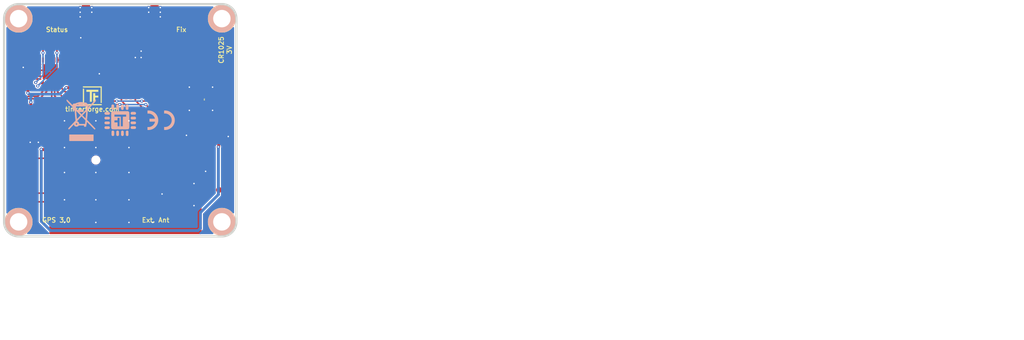
<source format=kicad_pcb>
(kicad_pcb (version 20171130) (host pcbnew 5.1.12-84ad8e8a86~92~ubuntu20.04.1)

  (general
    (thickness 1.6)
    (drawings 16)
    (tracks 307)
    (zones 0)
    (modules 41)
    (nets 52)
  )

  (page A4)
  (title_block
    (title "GPS Bricklet")
    (date 2020-10-14)
    (rev 3.0)
    (company "Tinkerforge GmbH")
    (comment 1 "Licensed under CERN OHL v.1.1")
    (comment 2 "Copyright (©) 2020, T.Schneidermann <tim@tinkerforge.com>")
  )

  (layers
    (0 F.Cu signal)
    (31 B.Cu signal)
    (32 B.Adhes user)
    (33 F.Adhes user)
    (34 B.Paste user)
    (35 F.Paste user)
    (36 B.SilkS user)
    (37 F.SilkS user)
    (38 B.Mask user)
    (39 F.Mask user)
    (40 Dwgs.User user)
    (41 Cmts.User user)
    (42 Eco1.User user)
    (43 Eco2.User user)
    (44 Edge.Cuts user)
    (45 Margin user)
    (46 B.CrtYd user)
    (47 F.CrtYd user)
    (48 B.Fab user)
    (49 F.Fab user)
  )

  (setup
    (last_trace_width 0.2)
    (user_trace_width 0.25)
    (user_trace_width 0.3)
    (user_trace_width 0.4)
    (user_trace_width 0.5)
    (user_trace_width 0.8)
    (user_trace_width 2.9)
    (trace_clearance 0.15)
    (zone_clearance 0.2)
    (zone_45_only no)
    (trace_min 0.15)
    (via_size 0.55)
    (via_drill 0.25)
    (via_min_size 0.4)
    (via_min_drill 0.25)
    (user_via 0.7 0.3)
    (uvia_size 0.3)
    (uvia_drill 0.1)
    (uvias_allowed no)
    (uvia_min_size 0.2)
    (uvia_min_drill 0.1)
    (edge_width 0.381)
    (segment_width 0.381)
    (pcb_text_width 0.3048)
    (pcb_text_size 1.524 2.032)
    (mod_edge_width 0.381)
    (mod_text_size 1.524 1.524)
    (mod_text_width 0.3048)
    (pad_size 0.8001 0.8001)
    (pad_drill 0.6)
    (pad_to_mask_clearance 0)
    (aux_axis_origin 100 100)
    (grid_origin 100 100)
    (visible_elements 7FFFFFFF)
    (pcbplotparams
      (layerselection 0x310fc_ffffffff)
      (usegerberextensions true)
      (usegerberattributes false)
      (usegerberadvancedattributes false)
      (creategerberjobfile false)
      (excludeedgelayer true)
      (linewidth 0.050000)
      (plotframeref false)
      (viasonmask false)
      (mode 1)
      (useauxorigin false)
      (hpglpennumber 1)
      (hpglpenspeed 20)
      (hpglpendiameter 15.000000)
      (psnegative false)
      (psa4output false)
      (plotreference false)
      (plotvalue false)
      (plotinvisibletext false)
      (padsonsilk false)
      (subtractmaskfromsilk false)
      (outputformat 1)
      (mirror false)
      (drillshape 0)
      (scaleselection 1)
      (outputdirectory "../../../Schreibtisch/proto/gps-v3/"))
  )

  (net 0 "")
  (net 1 GND)
  (net 2 VCC)
  (net 3 "Net-(D101-Pad2)")
  (net 4 "Net-(P101-Pad4)")
  (net 5 "Net-(P101-Pad5)")
  (net 6 "Net-(P101-Pad6)")
  (net 7 "Net-(P103-Pad2)")
  (net 8 S-MISO)
  (net 9 S-MOSI)
  (net 10 S-CLK)
  (net 11 S-CS)
  (net 12 "Net-(U101-Pad4)")
  (net 13 "Net-(U101-Pad5)")
  (net 14 "Net-(C3-Pad2)")
  (net 15 "Net-(RP2-Pad7)")
  (net 16 "Net-(RP2-Pad6)")
  (net 17 "Net-(U101-Pad3)")
  (net 18 "Net-(BT1-Pad1)")
  (net 19 "Net-(C1-Pad1)")
  (net 20 "Net-(C5-Pad2)")
  (net 21 "Net-(D1-Pad2)")
  (net 22 "Net-(L2-Pad2)")
  (net 23 "Net-(P1-Pad1)")
  (net 24 "Net-(P101-Pad1)")
  (net 25 ANT_SWITCH)
  (net 26 RESET)
  (net 27 "Net-(R2-Pad2)")
  (net 28 TXD)
  (net 29 RXD)
  (net 30 "Net-(R3-Pad2)")
  (net 31 "Net-(RP2-Pad4)")
  (net 32 "Net-(RP2-Pad3)")
  (net 33 "Net-(RP2-Pad2)")
  (net 34 "Net-(RP2-Pad1)")
  (net 35 SCL)
  (net 36 "Net-(RP3-Pad6)")
  (net 37 "Net-(RP3-Pad7)")
  (net 38 SDA)
  (net 39 3D_FIX)
  (net 40 "Net-(U1-Pad6)")
  (net 41 "Net-(U1-Pad7)")
  (net 42 1PPS)
  (net 43 "Net-(U1-Pad16)")
  (net 44 "Net-(U1-Pad17)")
  (net 45 "Net-(U1-Pad18)")
  (net 46 "Net-(U1-Pad20)")
  (net 47 "Net-(U101-Pad11)")
  (net 48 "Net-(L3-Pad1)")
  (net 49 "Net-(U101-Pad6)")
  (net 50 "Net-(U101-Pad2)")
  (net 51 "Net-(Q1-PadG)")

  (net_class Default "This is the default net class."
    (clearance 0.15)
    (trace_width 0.2)
    (via_dia 0.55)
    (via_drill 0.25)
    (uvia_dia 0.3)
    (uvia_drill 0.1)
    (add_net 1PPS)
    (add_net 3D_FIX)
    (add_net ANT_SWITCH)
    (add_net GND)
    (add_net "Net-(BT1-Pad1)")
    (add_net "Net-(C1-Pad1)")
    (add_net "Net-(C3-Pad2)")
    (add_net "Net-(C5-Pad2)")
    (add_net "Net-(D1-Pad2)")
    (add_net "Net-(D101-Pad2)")
    (add_net "Net-(L2-Pad2)")
    (add_net "Net-(L3-Pad1)")
    (add_net "Net-(P1-Pad1)")
    (add_net "Net-(P101-Pad1)")
    (add_net "Net-(P101-Pad4)")
    (add_net "Net-(P101-Pad5)")
    (add_net "Net-(P101-Pad6)")
    (add_net "Net-(P103-Pad2)")
    (add_net "Net-(Q1-PadG)")
    (add_net "Net-(R2-Pad2)")
    (add_net "Net-(R3-Pad2)")
    (add_net "Net-(RP2-Pad1)")
    (add_net "Net-(RP2-Pad2)")
    (add_net "Net-(RP2-Pad3)")
    (add_net "Net-(RP2-Pad4)")
    (add_net "Net-(RP2-Pad6)")
    (add_net "Net-(RP2-Pad7)")
    (add_net "Net-(RP3-Pad6)")
    (add_net "Net-(RP3-Pad7)")
    (add_net "Net-(U1-Pad16)")
    (add_net "Net-(U1-Pad17)")
    (add_net "Net-(U1-Pad18)")
    (add_net "Net-(U1-Pad20)")
    (add_net "Net-(U1-Pad6)")
    (add_net "Net-(U1-Pad7)")
    (add_net "Net-(U101-Pad11)")
    (add_net "Net-(U101-Pad2)")
    (add_net "Net-(U101-Pad3)")
    (add_net "Net-(U101-Pad4)")
    (add_net "Net-(U101-Pad5)")
    (add_net "Net-(U101-Pad6)")
    (add_net RESET)
    (add_net RXD)
    (add_net S-CLK)
    (add_net S-CS)
    (add_net S-MISO)
    (add_net S-MOSI)
    (add_net SCL)
    (add_net SDA)
    (add_net TXD)
    (add_net VCC)
  )

  (module kicad-libraries:Fiducial_Mark (layer F.Cu) (tedit 560531B0) (tstamp 5F99537A)
    (at 137 132)
    (attr smd)
    (fp_text reference Fiducial_Mark (at 0 0) (layer F.SilkS) hide
      (effects (font (size 0.127 0.127) (thickness 0.03302)))
    )
    (fp_text value VAL** (at 0 -0.29972) (layer F.SilkS) hide
      (effects (font (size 0.127 0.127) (thickness 0.03302)))
    )
    (fp_circle (center 0 0) (end 1.15062 0) (layer Dwgs.User) (width 0.01016))
    (pad 1 smd circle (at 0 0) (size 1.00076 1.00076) (layers F.Cu F.Paste F.Mask)
      (clearance 0.65024))
  )

  (module kicad-libraries:Fiducial_Mark (layer F.Cu) (tedit 560531B0) (tstamp 5F995354)
    (at 127 113)
    (attr smd)
    (fp_text reference Fiducial_Mark (at 0 0) (layer F.SilkS) hide
      (effects (font (size 0.127 0.127) (thickness 0.03302)))
    )
    (fp_text value VAL** (at 0 -0.29972) (layer F.SilkS) hide
      (effects (font (size 0.127 0.127) (thickness 0.03302)))
    )
    (fp_circle (center 0 0) (end 1.15062 0) (layer Dwgs.User) (width 0.01016))
    (pad 1 smd circle (at 0 0) (size 1.00076 1.00076) (layers F.Cu F.Paste F.Mask)
      (clearance 0.65024))
  )

  (module kicad-libraries:Fiducial_Mark (layer F.Cu) (tedit 560531B0) (tstamp 5F995315)
    (at 104 107)
    (attr smd)
    (fp_text reference Fiducial_Mark (at 0 0) (layer F.SilkS) hide
      (effects (font (size 0.127 0.127) (thickness 0.03302)))
    )
    (fp_text value VAL** (at 0 -0.29972) (layer F.SilkS) hide
      (effects (font (size 0.127 0.127) (thickness 0.03302)))
    )
    (fp_circle (center 0 0) (end 1.15062 0) (layer Dwgs.User) (width 0.01016))
    (pad 1 smd circle (at 0 0) (size 1.00076 1.00076) (layers F.Cu F.Paste F.Mask)
      (clearance 0.65024))
  )

  (module kicad-libraries:R0603F (layer F.Cu) (tedit 58F5DD02) (tstamp 5F886D71)
    (at 134.7 127.3 270)
    (path /5F966BB2)
    (attr smd)
    (fp_text reference R5 (at 0.05 0.225 90) (layer F.Fab)
      (effects (font (size 0.2 0.2) (thickness 0.05)))
    )
    (fp_text value DNP (at 0.05 -0.375 90) (layer F.Fab)
      (effects (font (size 0.2 0.2) (thickness 0.05)))
    )
    (fp_line (start -1.45034 -0.65024) (end 1.45034 -0.65024) (layer F.Fab) (width 0.001))
    (fp_line (start 1.45034 -0.65024) (end 1.45034 0.65024) (layer F.Fab) (width 0.001))
    (fp_line (start 1.45034 0.65024) (end -1.45034 0.65024) (layer F.Fab) (width 0.001))
    (fp_line (start -1.45034 0.65024) (end -1.45034 -0.65024) (layer F.Fab) (width 0.001))
    (pad 2 smd rect (at 0.75 0 270) (size 0.9 0.9) (layers F.Cu F.Paste F.Mask)
      (net 1 GND))
    (pad 1 smd rect (at -0.75 0 270) (size 0.9 0.9) (layers F.Cu F.Paste F.Mask)
      (net 25 ANT_SWITCH))
    (model Resistors_SMD/R_0603.wrl
      (at (xyz 0 0 0))
      (scale (xyz 1 1 1))
      (rotate (xyz 0 0 0))
    )
  )

  (module kicad-libraries:R0603F (layer F.Cu) (tedit 58F5DD02) (tstamp 5F886374)
    (at 132.5 126.5 180)
    (path /5F924702)
    (attr smd)
    (fp_text reference R4 (at 0.05 0.225) (layer F.Fab)
      (effects (font (size 0.2 0.2) (thickness 0.05)))
    )
    (fp_text value DNP (at 0.05 -0.375) (layer F.Fab)
      (effects (font (size 0.2 0.2) (thickness 0.05)))
    )
    (fp_line (start -1.45034 -0.65024) (end 1.45034 -0.65024) (layer F.Fab) (width 0.001))
    (fp_line (start 1.45034 -0.65024) (end 1.45034 0.65024) (layer F.Fab) (width 0.001))
    (fp_line (start 1.45034 0.65024) (end -1.45034 0.65024) (layer F.Fab) (width 0.001))
    (fp_line (start -1.45034 0.65024) (end -1.45034 -0.65024) (layer F.Fab) (width 0.001))
    (pad 2 smd rect (at 0.75 0 180) (size 0.9 0.9) (layers F.Cu F.Paste F.Mask)
      (net 51 "Net-(Q1-PadG)"))
    (pad 1 smd rect (at -0.75 0 180) (size 0.9 0.9) (layers F.Cu F.Paste F.Mask)
      (net 25 ANT_SWITCH))
    (model Resistors_SMD/R_0603.wrl
      (at (xyz 0 0 0))
      (scale (xyz 1 1 1))
      (rotate (xyz 0 0 0))
    )
  )

  (module kicad-libraries:WEEE_7mm (layer B.Cu) (tedit 5922FFAE) (tstamp 5F88542D)
    (at 113.3 120 180)
    (fp_text reference VAL (at 0 0) (layer B.SilkS) hide
      (effects (font (size 0.2 0.2) (thickness 0.05)) (justify mirror))
    )
    (fp_text value WEEE_7mm (at 0.75 0) (layer B.SilkS) hide
      (effects (font (size 0.2 0.2) (thickness 0.05)) (justify mirror))
    )
    (fp_poly (pts (xy 2.032 -3.527778) (xy -0.014111 -3.527778) (xy -2.060222 -3.527778) (xy -2.060222 -3.019778)
      (xy -2.060222 -2.511778) (xy -0.014111 -2.511778) (xy 2.032 -2.511778) (xy 2.032 -3.019778)
      (xy 2.032 -3.527778)) (layer B.SilkS) (width 0.1))
    (fp_poly (pts (xy 2.482863 3.409859) (xy 2.480804 3.376179) (xy 2.471206 3.341837) (xy 2.44964 3.301407)
      (xy 2.411675 3.249463) (xy 2.352883 3.180577) (xy 2.268835 3.089322) (xy 2.155101 2.970274)
      (xy 2.007251 2.818004) (xy 1.961444 2.771041) (xy 1.439333 2.23603) (xy 1.439333 1.978793)
      (xy 1.439333 1.721555) (xy 1.298222 1.721555) (xy 1.298222 1.994947) (xy 1.298222 2.099005)
      (xy 1.213555 2.017889) (xy 1.160676 1.962169) (xy 1.131131 1.921219) (xy 1.128889 1.913831)
      (xy 1.153434 1.897717) (xy 1.212566 1.89089) (xy 1.213555 1.890889) (xy 1.269418 1.895963)
      (xy 1.29309 1.922356) (xy 1.298206 1.986828) (xy 1.298222 1.994947) (xy 1.298222 1.721555)
      (xy 1.28539 1.721555) (xy 1.241376 1.723224) (xy 1.205837 1.724651) (xy 1.177386 1.720468)
      (xy 1.154636 1.705309) (xy 1.136199 1.673804) (xy 1.120687 1.620585) (xy 1.106713 1.540286)
      (xy 1.092889 1.427539) (xy 1.077827 1.276974) (xy 1.060141 1.083225) (xy 1.038443 0.840924)
      (xy 1.028031 0.725936) (xy 1.016 0.593851) (xy 1.016 2.342444) (xy 1.016 2.427111)
      (xy 0.964919 2.427111) (xy 0.964919 2.654131) (xy 0.96044 2.665934) (xy 0.910629 2.701752)
      (xy 0.825292 2.742703) (xy 0.723934 2.781372) (xy 0.626061 2.810345) (xy 0.551179 2.822208)
      (xy 0.549274 2.822222) (xy 0.494484 2.808563) (xy 0.479778 2.765778) (xy 0.476666 2.742735)
      (xy 0.461334 2.726991) (xy 0.424786 2.717163) (xy 0.358027 2.711867) (xy 0.252063 2.709719)
      (xy 0.239909 2.709686) (xy 0.239909 2.892647) (xy 0.233665 2.897338) (xy 0.218722 2.899226)
      (xy 0.112749 2.903792) (xy 0.007055 2.899226) (xy -0.017767 2.894178) (xy 0.007962 2.890336)
      (xy 0.078354 2.888317) (xy 0.112889 2.888155) (xy 0.197687 2.889381) (xy 0.239909 2.892647)
      (xy 0.239909 2.709686) (xy 0.112889 2.709333) (xy -0.254 2.709333) (xy -0.254 2.782537)
      (xy -0.256796 2.824575) (xy -0.274517 2.843911) (xy -0.321168 2.845575) (xy -0.402167 2.835755)
      (xy -0.502773 2.820747) (xy -0.559752 2.80431) (xy -0.585498 2.778111) (xy -0.592403 2.733815)
      (xy -0.592667 2.707668) (xy -0.592667 2.624667) (xy 0.201011 2.624667) (xy 0.434757 2.624964)
      (xy 0.617649 2.62606) (xy 0.755277 2.628256) (xy 0.853229 2.631858) (xy 0.917094 2.637169)
      (xy 0.952461 2.644492) (xy 0.964919 2.654131) (xy 0.964919 2.427111) (xy 0.026103 2.427111)
      (xy -0.874889 2.427111) (xy -0.874889 2.652889) (xy -0.884518 2.680377) (xy -0.887335 2.681111)
      (xy -0.91143 2.661335) (xy -0.917222 2.652889) (xy -0.914985 2.626883) (xy -0.904777 2.624667)
      (xy -0.876038 2.645153) (xy -0.874889 2.652889) (xy -0.874889 2.427111) (xy -0.963793 2.427111)
      (xy -0.943537 2.166055) (xy -0.938094 2.087369) (xy -0.932714 2.024235) (xy -0.92321 1.970393)
      (xy -0.905395 1.919583) (xy -0.875081 1.865545) (xy -0.828081 1.802019) (xy -0.760208 1.722746)
      (xy -0.667273 1.621464) (xy -0.54509 1.491915) (xy -0.389471 1.327837) (xy -0.366889 1.303985)
      (xy -0.042333 0.961041) (xy 0.205281 1.207243) (xy 0.452896 1.453444) (xy 0.099448 1.461343)
      (xy -0.254 1.469242) (xy -0.254 1.623621) (xy -0.254 1.778) (xy 0.183444 1.778)
      (xy 0.620889 1.778) (xy 0.620889 1.701353) (xy 0.622969 1.664993) (xy 0.634687 1.65375)
      (xy 0.664256 1.671682) (xy 0.719893 1.722845) (xy 0.776111 1.778) (xy 0.854414 1.857186)
      (xy 0.900636 1.914327) (xy 0.92323 1.966659) (xy 0.930646 2.031417) (xy 0.931333 2.094536)
      (xy 0.934803 2.190842) (xy 0.947055 2.241675) (xy 0.97085 2.257681) (xy 0.973667 2.257778)
      (xy 1.007275 2.28302) (xy 1.016 2.342444) (xy 1.016 0.593851) (xy 0.954054 -0.086239)
      (xy 1.34486 -0.498024) (xy 1.555216 -0.719617) (xy 1.729916 -0.903769) (xy 1.872041 -1.054091)
      (xy 1.984676 -1.174196) (xy 2.070901 -1.267694) (xy 2.133801 -1.338196) (xy 2.176457 -1.389314)
      (xy 2.201952 -1.424658) (xy 2.21337 -1.447841) (xy 2.213792 -1.462473) (xy 2.206301 -1.472165)
      (xy 2.19398 -1.480529) (xy 2.187398 -1.485028) (xy 2.139541 -1.515553) (xy 2.118022 -1.524)
      (xy 2.094879 -1.504317) (xy 2.039069 -1.449218) (xy 1.956356 -1.364626) (xy 1.852504 -1.256463)
      (xy 1.733278 -1.130652) (xy 1.678916 -1.072812) (xy 1.255889 -0.621625) (xy 1.239947 -0.712979)
      (xy 1.197516 -0.849251) (xy 1.119827 -0.950313) (xy 1.079557 -0.982306) (xy 1.017977 -1.011638)
      (xy 1.017977 -0.632978) (xy 0.995676 -0.556992) (xy 0.945013 -0.49721) (xy 0.945013 1.715394)
      (xy 0.94482 1.716067) (xy 0.923395 1.700567) (xy 0.870211 1.651048) (xy 0.792165 1.57462)
      (xy 0.696154 1.478392) (xy 0.589075 1.369476) (xy 0.477826 1.254981) (xy 0.369303 1.142017)
      (xy 0.270405 1.037695) (xy 0.188029 0.949124) (xy 0.129071 0.883415) (xy 0.100429 0.847678)
      (xy 0.098778 0.843916) (xy 0.117043 0.81413) (xy 0.166773 0.753937) (xy 0.240369 0.67125)
      (xy 0.330231 0.573984) (xy 0.42876 0.470051) (xy 0.528358 0.367365) (xy 0.621424 0.273839)
      (xy 0.70036 0.197387) (xy 0.757566 0.145921) (xy 0.785443 0.127355) (xy 0.786505 0.12776)
      (xy 0.793707 0.159396) (xy 0.805121 0.239895) (xy 0.819901 0.361901) (xy 0.837205 0.51806)
      (xy 0.856186 0.701015) (xy 0.876002 0.903411) (xy 0.878183 0.926402) (xy 0.897143 1.129855)
      (xy 0.913788 1.314176) (xy 0.927509 1.472128) (xy 0.937694 1.596473) (xy 0.943732 1.679974)
      (xy 0.945013 1.715394) (xy 0.945013 -0.49721) (xy 0.944024 -0.496043) (xy 0.871243 -0.460602)
      (xy 0.785555 -0.461141) (xy 0.764432 -0.470982) (xy 0.764432 -0.168896) (xy 0.745079 -0.120107)
      (xy 0.697438 -0.051745) (xy 0.618576 0.041481) (xy 0.505557 0.164861) (xy 0.374559 0.303585)
      (xy -0.041854 0.741711) (xy -0.132242 0.647751) (xy -0.132242 0.841738) (xy -0.508984 1.238599)
      (xy -0.625421 1.36067) (xy -0.727784 1.466874) (xy -0.810087 1.55109) (xy -0.866341 1.607198)
      (xy -0.89056 1.629078) (xy -0.891025 1.629119) (xy -0.890844 1.599805) (xy -0.886195 1.523686)
      (xy -0.877886 1.410152) (xy -0.866727 1.268597) (xy -0.853528 1.108412) (xy -0.839099 0.938988)
      (xy -0.824249 0.769717) (xy -0.809789 0.60999) (xy -0.796527 0.4692) (xy -0.785274 0.356738)
      (xy -0.776839 0.281995) (xy -0.772591 0.25543) (xy -0.74805 0.256656) (xy -0.687291 0.300651)
      (xy -0.590212 0.387499) (xy -0.456711 0.517286) (xy -0.445848 0.528132) (xy -0.132242 0.841738)
      (xy -0.132242 0.647751) (xy -0.403136 0.366149) (xy -0.532757 0.230252) (xy -0.62722 0.127772)
      (xy -0.691435 0.052372) (xy -0.730313 -0.002286) (xy -0.748765 -0.04254) (xy -0.751699 -0.074729)
      (xy -0.750572 -0.082317) (xy -0.742402 -0.14269) (xy -0.732359 -0.241951) (xy -0.722136 -0.362656)
      (xy -0.718145 -0.416278) (xy -0.699563 -0.677333) (xy -0.138115 -0.677333) (xy 0.423333 -0.677333)
      (xy 0.423333 -0.584835) (xy 0.449981 -0.463491) (xy 0.523642 -0.355175) (xy 0.63489 -0.272054)
      (xy 0.682126 -0.250719) (xy 0.73002 -0.228911) (xy 0.758434 -0.2034) (xy 0.764432 -0.168896)
      (xy 0.764432 -0.470982) (xy 0.711835 -0.495489) (xy 0.659024 -0.562819) (xy 0.647539 -0.649049)
      (xy 0.676635 -0.735445) (xy 0.723473 -0.788174) (xy 0.784468 -0.828555) (xy 0.830825 -0.846601)
      (xy 0.832555 -0.846667) (xy 0.877213 -0.830394) (xy 0.938072 -0.790949) (xy 0.941638 -0.788174)
      (xy 1.002705 -0.713529) (xy 1.017977 -0.632978) (xy 1.017977 -1.011638) (xy 0.949842 -1.044093)
      (xy 0.810166 -1.060981) (xy 0.675259 -1.034339) (xy 0.559855 -0.965538) (xy 0.525993 -0.9308)
      (xy 0.455199 -0.846667) (xy -0.0264 -0.846667) (xy -0.508 -0.846667) (xy -0.508 -0.959556)
      (xy -0.508 -1.072445) (xy -0.649111 -1.072445) (xy -0.790222 -1.072445) (xy -0.790222 -0.975954)
      (xy -0.803072 -0.881747) (xy -0.831861 -0.799565) (xy -0.85235 -0.735143) (xy -0.871496 -0.630455)
      (xy -0.886633 -0.501661) (xy -0.8916 -0.437445) (xy -0.909702 -0.155222) (xy -1.596125 -0.853722)
      (xy -1.756866 -1.017004) (xy -1.904817 -1.166738) (xy -2.035402 -1.29834) (xy -2.144049 -1.407222)
      (xy -2.226183 -1.4888) (xy -2.277232 -1.538486) (xy -2.292741 -1.552222) (xy -2.318618 -1.535182)
      (xy -2.3368 -1.518356) (xy -2.366614 -1.474736) (xy -2.370667 -1.458297) (xy -2.351653 -1.432751)
      (xy -2.297528 -1.371534) (xy -2.212667 -1.27931) (xy -2.101445 -1.160741) (xy -1.968236 -1.020491)
      (xy -1.817416 -0.863223) (xy -1.653359 -0.693601) (xy -1.649999 -0.690141) (xy -0.929331 0.051823)
      (xy -1.000888 0.874398) (xy -1.019193 1.08713) (xy -1.035769 1.284177) (xy -1.049992 1.457782)
      (xy -1.061239 1.600189) (xy -1.068889 1.70364) (xy -1.072318 1.760379) (xy -1.072445 1.765937)
      (xy -1.083169 1.796856) (xy -1.117145 1.848518) (xy -1.177081 1.924038) (xy -1.265681 2.026535)
      (xy -1.385653 2.159123) (xy -1.539703 2.324921) (xy -1.730537 2.527044) (xy -1.763174 2.561396)
      (xy -1.94576 2.753708) (xy -2.093058 2.909847) (xy -2.208848 3.034377) (xy -2.296909 3.131865)
      (xy -2.361021 3.206878) (xy -2.404962 3.263981) (xy -2.432513 3.30774) (xy -2.447452 3.342721)
      (xy -2.453559 3.373491) (xy -2.454619 3.396775) (xy -2.455333 3.505661) (xy -2.136329 3.170998)
      (xy -2.000627 3.028421) (xy -1.842494 2.861938) (xy -1.678217 2.688716) (xy -1.524082 2.52592)
      (xy -1.466152 2.46464) (xy -1.354055 2.346541) (xy -1.256193 2.244484) (xy -1.178749 2.164831)
      (xy -1.127907 2.113947) (xy -1.109886 2.09804) (xy -1.109577 2.126426) (xy -1.113821 2.195386)
      (xy -1.12076 2.279234) (xy -1.130834 2.37523) (xy -1.143684 2.427922) (xy -1.166434 2.45028)
      (xy -1.206208 2.455276) (xy -1.217475 2.455333) (xy -1.274769 2.462802) (xy -1.295863 2.497097)
      (xy -1.298222 2.54) (xy -1.290268 2.600887) (xy -1.25796 2.622991) (xy -1.232974 2.624667)
      (xy -1.165809 2.649307) (xy -1.106569 2.707387) (xy -1.038059 2.780849) (xy -0.96015 2.840472)
      (xy -0.90268 2.886543) (xy -0.87527 2.932359) (xy -0.874889 2.936944) (xy -0.866717 2.958171)
      (xy -0.836053 2.973488) (xy -0.773676 2.98482) (xy -0.670366 2.994091) (xy -0.571902 3.000209)
      (xy -0.444753 3.009947) (xy -0.342774 3.022633) (xy -0.277341 3.036575) (xy -0.259106 3.046795)
      (xy -0.227621 3.061127) (xy -0.152899 3.071083) (xy -0.047962 3.076818) (xy 0.074164 3.078489)
      (xy 0.200456 3.076251) (xy 0.31789 3.07026) (xy 0.41344 3.060673) (xy 0.474084 3.047645)
      (xy 0.488466 3.037844) (xy 0.523084 3.012128) (xy 0.59531 2.989452) (xy 0.645346 2.980608)
      (xy 0.752526 2.955733) (xy 0.873538 2.912358) (xy 0.942299 2.880321) (xy 1.046225 2.831835)
      (xy 1.128071 2.811654) (xy 1.210866 2.814154) (xy 1.212404 2.814358) (xy 1.324381 2.811082)
      (xy 1.398504 2.765955) (xy 1.435053 2.678737) (xy 1.439333 2.621893) (xy 1.416263 2.519845)
      (xy 1.351912 2.452433) (xy 1.25357 2.427141) (xy 1.249609 2.427111) (xy 1.20332 2.41653)
      (xy 1.186549 2.373932) (xy 1.185333 2.342444) (xy 1.192841 2.282987) (xy 1.210931 2.257784)
      (xy 1.211244 2.257778) (xy 1.236778 2.277108) (xy 1.296879 2.331881) (xy 1.386564 2.417269)
      (xy 1.500846 2.528446) (xy 1.634743 2.660585) (xy 1.783269 2.808858) (xy 1.859662 2.885722)
      (xy 2.48217 3.513666) (xy 2.482863 3.409859)) (layer B.SilkS) (width 0.1))
  )

  (module kicad-libraries:CE_5mm (layer B.Cu) (tedit 5922FFD4) (tstamp 5F885370)
    (at 127 120 180)
    (fp_text reference VAL (at 0 0) (layer B.SilkS) hide
      (effects (font (size 0.2 0.2) (thickness 0.05)) (justify mirror))
    )
    (fp_text value CE_5mm (at 0 0) (layer B.SilkS) hide
      (effects (font (size 0.2 0.2) (thickness 0.05)) (justify mirror))
    )
    (fp_poly (pts (xy -0.55372 -1.67132) (xy -0.5715 -1.67386) (xy -0.57912 -1.6764) (xy -0.59436 -1.6764)
      (xy -0.61214 -1.6764) (xy -0.635 -1.6764) (xy -0.65786 -1.67894) (xy -0.68326 -1.67894)
      (xy -0.70866 -1.67894) (xy -0.73406 -1.67894) (xy -0.75692 -1.67894) (xy -0.7747 -1.67894)
      (xy -0.7874 -1.67894) (xy -0.79756 -1.67894) (xy -0.80518 -1.67894) (xy -0.82042 -1.6764)
      (xy -0.83566 -1.6764) (xy -0.85598 -1.67386) (xy -0.95758 -1.66116) (xy -1.05664 -1.64338)
      (xy -1.15824 -1.62052) (xy -1.2573 -1.59004) (xy -1.35382 -1.55194) (xy -1.40462 -1.53162)
      (xy -1.49606 -1.4859) (xy -1.58496 -1.4351) (xy -1.67386 -1.37922) (xy -1.75514 -1.31826)
      (xy -1.83642 -1.24968) (xy -1.91008 -1.17856) (xy -1.9812 -1.10236) (xy -2.04724 -1.02108)
      (xy -2.1082 -0.93726) (xy -2.14884 -0.87376) (xy -2.18694 -0.80772) (xy -2.2225 -0.7366)
      (xy -2.25552 -0.66548) (xy -2.286 -0.59436) (xy -2.30886 -0.52324) (xy -2.3114 -0.51562)
      (xy -2.34188 -0.41402) (xy -2.36474 -0.30988) (xy -2.37998 -0.20574) (xy -2.39014 -0.09906)
      (xy -2.39268 0.00508) (xy -2.39014 0.11176) (xy -2.37998 0.2159) (xy -2.36474 0.31496)
      (xy -2.34188 0.41402) (xy -2.3114 0.51308) (xy -2.27838 0.6096) (xy -2.23774 0.70612)
      (xy -2.19202 0.79756) (xy -2.14122 0.88646) (xy -2.10566 0.9398) (xy -2.0447 1.02362)
      (xy -1.97866 1.1049) (xy -1.90754 1.1811) (xy -1.83388 1.25222) (xy -1.7526 1.31826)
      (xy -1.66878 1.38176) (xy -1.58242 1.43764) (xy -1.49098 1.48844) (xy -1.397 1.53416)
      (xy -1.30048 1.5748) (xy -1.20142 1.60782) (xy -1.19888 1.60782) (xy -1.10998 1.63322)
      (xy -1.016 1.651) (xy -0.92202 1.66624) (xy -0.8255 1.6764) (xy -0.73152 1.67894)
      (xy -0.64008 1.67894) (xy -0.58166 1.67386) (xy -0.55372 1.67386) (xy -0.55372 1.4097)
      (xy -0.55372 1.14808) (xy -0.56134 1.15062) (xy -0.57658 1.15316) (xy -0.5969 1.1557)
      (xy -0.6223 1.15824) (xy -0.65024 1.15824) (xy -0.68072 1.15824) (xy -0.71374 1.15824)
      (xy -0.74676 1.15824) (xy -0.77724 1.15824) (xy -0.80772 1.1557) (xy -0.83312 1.15316)
      (xy -0.8509 1.15062) (xy -0.9398 1.13538) (xy -1.02616 1.11506) (xy -1.10998 1.08712)
      (xy -1.19126 1.0541) (xy -1.27 1.01346) (xy -1.34366 0.97028) (xy -1.41478 0.91948)
      (xy -1.48336 0.86106) (xy -1.524 0.82296) (xy -1.58496 0.75692) (xy -1.64084 0.68834)
      (xy -1.6891 0.61468) (xy -1.73228 0.54102) (xy -1.77038 0.46228) (xy -1.8034 0.381)
      (xy -1.8288 0.29718) (xy -1.84658 0.21082) (xy -1.85928 0.12192) (xy -1.86182 0.09906)
      (xy -1.86436 0.0762) (xy -1.86436 0.04572) (xy -1.86436 0.0127) (xy -1.86436 -0.02286)
      (xy -1.86436 -0.05842) (xy -1.86182 -0.09144) (xy -1.85928 -0.12192) (xy -1.85674 -0.14986)
      (xy -1.85674 -0.16256) (xy -1.8415 -0.24384) (xy -1.82118 -0.32258) (xy -1.79578 -0.39878)
      (xy -1.7653 -0.47498) (xy -1.75006 -0.50292) (xy -1.71196 -0.57658) (xy -1.67132 -0.64516)
      (xy -1.62306 -0.70866) (xy -1.57226 -0.77216) (xy -1.524 -0.82296) (xy -1.4605 -0.88138)
      (xy -1.39192 -0.93726) (xy -1.31826 -0.98552) (xy -1.2446 -1.0287) (xy -1.16332 -1.0668)
      (xy -1.08204 -1.09728) (xy -0.99822 -1.12268) (xy -0.90932 -1.143) (xy -0.87122 -1.14808)
      (xy -0.85344 -1.15062) (xy -0.8382 -1.15316) (xy -0.8255 -1.1557) (xy -0.81026 -1.1557)
      (xy -0.79502 -1.1557) (xy -0.77724 -1.15824) (xy -0.75692 -1.15824) (xy -0.72898 -1.15824)
      (xy -0.70612 -1.15824) (xy -0.67818 -1.15824) (xy -0.65278 -1.15824) (xy -0.62738 -1.1557)
      (xy -0.60706 -1.1557) (xy -0.59182 -1.1557) (xy -0.57912 -1.15316) (xy -0.56642 -1.15316)
      (xy -0.5588 -1.15062) (xy -0.55626 -1.15062) (xy -0.55626 -1.15316) (xy -0.55626 -1.16332)
      (xy -0.55626 -1.17856) (xy -0.55626 -1.19888) (xy -0.55626 -1.22428) (xy -0.55372 -1.25476)
      (xy -0.55372 -1.28778) (xy -0.55372 -1.32334) (xy -0.55372 -1.36144) (xy -0.55372 -1.40208)
      (xy -0.55372 -1.41224) (xy -0.55372 -1.67132)) (layer B.SilkS) (width 0.00254))
    (fp_poly (pts (xy 2.3114 -1.67132) (xy 2.30124 -1.67132) (xy 2.28854 -1.67386) (xy 2.26822 -1.6764)
      (xy 2.24282 -1.6764) (xy 2.21742 -1.67894) (xy 2.18694 -1.67894) (xy 2.15646 -1.67894)
      (xy 2.12852 -1.67894) (xy 2.10058 -1.67894) (xy 2.07518 -1.67894) (xy 2.05232 -1.67894)
      (xy 2.04978 -1.67894) (xy 1.96088 -1.67132) (xy 1.87706 -1.66116) (xy 1.79578 -1.64592)
      (xy 1.7145 -1.6256) (xy 1.65862 -1.61036) (xy 1.55956 -1.57988) (xy 1.46304 -1.53924)
      (xy 1.36906 -1.49606) (xy 1.27762 -1.44526) (xy 1.18872 -1.38938) (xy 1.1049 -1.32588)
      (xy 1.02362 -1.25984) (xy 0.94742 -1.18872) (xy 0.8763 -1.11252) (xy 0.81026 -1.03378)
      (xy 0.762 -0.96774) (xy 0.70358 -0.87884) (xy 0.65024 -0.78994) (xy 0.60452 -0.69596)
      (xy 0.56642 -0.60198) (xy 0.53086 -0.50546) (xy 0.50546 -0.4064) (xy 0.4826 -0.30734)
      (xy 0.46736 -0.20828) (xy 0.4572 -0.10668) (xy 0.45466 -0.00508) (xy 0.4572 0.09398)
      (xy 0.46482 0.19558) (xy 0.48006 0.29464) (xy 0.50038 0.39624) (xy 0.52832 0.49276)
      (xy 0.56134 0.58928) (xy 0.59944 0.68326) (xy 0.64516 0.77724) (xy 0.69596 0.86868)
      (xy 0.75184 0.95504) (xy 0.79248 1.01092) (xy 0.85852 1.0922) (xy 0.9271 1.1684)
      (xy 1.0033 1.24206) (xy 1.08204 1.31064) (xy 1.16332 1.3716) (xy 1.24968 1.42748)
      (xy 1.33858 1.48082) (xy 1.43256 1.52654) (xy 1.52654 1.56718) (xy 1.6256 1.6002)
      (xy 1.72466 1.62814) (xy 1.82626 1.651) (xy 1.9304 1.66878) (xy 2.03454 1.6764)
      (xy 2.13614 1.68148) (xy 2.15392 1.68148) (xy 2.17424 1.67894) (xy 2.19964 1.67894)
      (xy 2.2225 1.67894) (xy 2.24536 1.6764) (xy 2.26568 1.67386) (xy 2.28346 1.67386)
      (xy 2.29616 1.67132) (xy 2.2987 1.67132) (xy 2.30886 1.67132) (xy 2.30886 1.40208)
      (xy 2.30886 1.13538) (xy 2.29108 1.13792) (xy 2.2352 1.143) (xy 2.17678 1.14554)
      (xy 2.11836 1.14554) (xy 2.06248 1.143) (xy 2.00914 1.13792) (xy 2.0066 1.13792)
      (xy 1.9177 1.12268) (xy 1.83134 1.10236) (xy 1.74752 1.07442) (xy 1.66878 1.0414)
      (xy 1.59004 1.0033) (xy 1.51638 0.95758) (xy 1.44526 0.90932) (xy 1.37668 0.85344)
      (xy 1.31318 0.79248) (xy 1.25476 0.72644) (xy 1.21158 0.67056) (xy 1.16586 0.60452)
      (xy 1.12268 0.53086) (xy 1.08712 0.4572) (xy 1.0541 0.37592) (xy 1.03378 0.31242)
      (xy 1.0287 0.29464) (xy 1.02616 0.28194) (xy 1.02362 0.27178) (xy 1.02108 0.2667)
      (xy 1.02362 0.2667) (xy 1.0287 0.26416) (xy 1.03378 0.26416) (xy 1.04394 0.26416)
      (xy 1.0541 0.26416) (xy 1.06934 0.26416) (xy 1.08712 0.26416) (xy 1.10998 0.26416)
      (xy 1.13538 0.26162) (xy 1.16586 0.26162) (xy 1.20142 0.26162) (xy 1.23952 0.26162)
      (xy 1.28524 0.26162) (xy 1.33604 0.26162) (xy 1.39192 0.26162) (xy 1.45542 0.26162)
      (xy 1.49352 0.26162) (xy 1.96596 0.26162) (xy 1.96596 0.01016) (xy 1.96596 -0.2413)
      (xy 1.48844 -0.24384) (xy 1.00838 -0.24384) (xy 1.02362 -0.29972) (xy 1.03632 -0.35052)
      (xy 1.05156 -0.39624) (xy 1.06934 -0.43942) (xy 1.08712 -0.48514) (xy 1.10998 -0.53086)
      (xy 1.11506 -0.54102) (xy 1.1557 -0.61722) (xy 1.20396 -0.68834) (xy 1.2573 -0.75692)
      (xy 1.31572 -0.82296) (xy 1.37922 -0.88138) (xy 1.44526 -0.93726) (xy 1.48082 -0.96266)
      (xy 1.55448 -1.01092) (xy 1.63068 -1.05156) (xy 1.70942 -1.08712) (xy 1.7907 -1.1176)
      (xy 1.87706 -1.143) (xy 1.96596 -1.16078) (xy 1.98374 -1.16332) (xy 2.01168 -1.16586)
      (xy 2.04216 -1.1684) (xy 2.07518 -1.17094) (xy 2.11074 -1.17094) (xy 2.1463 -1.17348)
      (xy 2.18186 -1.17348) (xy 2.21742 -1.17094) (xy 2.2479 -1.17094) (xy 2.27584 -1.1684)
      (xy 2.2987 -1.16586) (xy 2.30378 -1.16332) (xy 2.3114 -1.16332) (xy 2.3114 -1.41732)
      (xy 2.3114 -1.67132)) (layer B.SilkS) (width 0.00254))
  )

  (module kicad-libraries:Logo_CoMCU (layer B.Cu) (tedit 0) (tstamp 5F885165)
    (at 120 120 180)
    (fp_text reference G*** (at 0 0) (layer B.SilkS) hide
      (effects (font (size 1.524 1.524) (thickness 0.3)) (justify mirror))
    )
    (fp_text value LOGO (at 0.75 0) (layer B.SilkS) hide
      (effects (font (size 1.524 1.524) (thickness 0.3)) (justify mirror))
    )
    (fp_poly (pts (xy -1.083326 -1.807455) (xy -1.021749 -1.855631) (xy -0.996708 -1.88908) (xy -0.98448 -1.910311)
      (xy -0.975442 -1.932303) (xy -0.969114 -1.959961) (xy -0.965016 -1.99819) (xy -0.962667 -2.051895)
      (xy -0.961588 -2.125983) (xy -0.961298 -2.225358) (xy -0.961292 -2.250831) (xy -0.961474 -2.356363)
      (xy -0.962341 -2.435539) (xy -0.964372 -2.493265) (xy -0.968048 -2.534447) (xy -0.97385 -2.563989)
      (xy -0.982256 -2.586797) (xy -0.993749 -2.607776) (xy -0.996708 -2.612582) (xy -1.0485 -2.669267)
      (xy -1.116082 -2.705676) (xy -1.191105 -2.719696) (xy -1.265225 -2.709215) (xy -1.305169 -2.690672)
      (xy -1.339545 -2.669002) (xy -1.365843 -2.648992) (xy -1.385145 -2.62629) (xy -1.398532 -2.596544)
      (xy -1.407086 -2.555401) (xy -1.411889 -2.498508) (xy -1.414022 -2.421512) (xy -1.414569 -2.320062)
      (xy -1.414584 -2.250449) (xy -1.414584 -1.909473) (xy -1.375507 -1.867651) (xy -1.30749 -1.813994)
      (xy -1.232151 -1.7863) (xy -1.155444 -1.784232) (xy -1.083326 -1.807455)) (layer B.SilkS) (width 0.01))
    (fp_poly (pts (xy -0.287426 -1.800234) (xy -0.220294 -1.840199) (xy -0.176157 -1.889727) (xy -0.163976 -1.909422)
      (xy -0.154954 -1.930045) (xy -0.148618 -1.956407) (xy -0.144496 -1.993319) (xy -0.142116 -2.045593)
      (xy -0.141004 -2.11804) (xy -0.140687 -2.215471) (xy -0.140677 -2.250831) (xy -0.140845 -2.356825)
      (xy -0.141665 -2.43637) (xy -0.143609 -2.494276) (xy -0.147151 -2.535356) (xy -0.152762 -2.56442)
      (xy -0.160916 -2.586281) (xy -0.172086 -2.605749) (xy -0.176157 -2.611935) (xy -0.233584 -2.671915)
      (xy -0.305711 -2.707875) (xy -0.38535 -2.717967) (xy -0.465312 -2.700346) (xy -0.484797 -2.691244)
      (xy -0.53575 -2.650252) (xy -0.575196 -2.593551) (xy -0.587718 -2.567953) (xy -0.596833 -2.543045)
      (xy -0.602985 -2.513656) (xy -0.606613 -2.474614) (xy -0.60816 -2.420747) (xy -0.608067 -2.346881)
      (xy -0.606776 -2.247846) (xy -0.606458 -2.227385) (xy -0.604651 -2.123601) (xy -0.602566 -2.04616)
      (xy -0.59961 -1.990143) (xy -0.595191 -1.950633) (xy -0.588714 -1.922712) (xy -0.579587 -1.901463)
      (xy -0.567217 -1.881967) (xy -0.564291 -1.877832) (xy -0.507432 -1.822397) (xy -0.437799 -1.791125)
      (xy -0.362195 -1.783807) (xy -0.287426 -1.800234)) (layer B.SilkS) (width 0.01))
    (fp_poly (pts (xy 0.473995 -1.786675) (xy 0.555073 -1.805797) (xy 0.617389 -1.84902) (xy 0.658815 -1.907213)
      (xy 0.669288 -1.930311) (xy 0.67693 -1.958095) (xy 0.682167 -1.995603) (xy 0.685428 -2.047877)
      (xy 0.68714 -2.119956) (xy 0.687731 -2.216879) (xy 0.687754 -2.248225) (xy 0.686957 -2.365713)
      (xy 0.683869 -2.456527) (xy 0.677448 -2.52523) (xy 0.666651 -2.576385) (xy 0.650435 -2.614554)
      (xy 0.627757 -2.6443) (xy 0.597573 -2.670185) (xy 0.590045 -2.675656) (xy 0.523925 -2.705859)
      (xy 0.446804 -2.715881) (xy 0.372136 -2.70476) (xy 0.344189 -2.693266) (xy 0.298269 -2.660346)
      (xy 0.25801 -2.61722) (xy 0.254312 -2.611935) (xy 0.24213 -2.59224) (xy 0.233108 -2.571617)
      (xy 0.226773 -2.545256) (xy 0.222651 -2.508344) (xy 0.22027 -2.45607) (xy 0.219158 -2.383623)
      (xy 0.218842 -2.286191) (xy 0.218831 -2.250831) (xy 0.218999 -2.144837) (xy 0.219819 -2.065292)
      (xy 0.221764 -2.007386) (xy 0.225305 -1.966306) (xy 0.230917 -1.937242) (xy 0.239071 -1.915382)
      (xy 0.25024 -1.895913) (xy 0.254312 -1.889727) (xy 0.312661 -1.828001) (xy 0.386221 -1.793287)
      (xy 0.47287 -1.78658) (xy 0.473995 -1.786675)) (layer B.SilkS) (width 0.01))
    (fp_poly (pts (xy 1.346689 -1.796257) (xy 1.417899 -1.835911) (xy 1.459615 -1.876331) (xy 1.500554 -1.924984)
      (xy 1.500554 -2.576679) (xy 1.459615 -2.625332) (xy 1.392744 -2.68417) (xy 1.31729 -2.714883)
      (xy 1.237726 -2.716573) (xy 1.15852 -2.688344) (xy 1.155117 -2.686403) (xy 1.118225 -2.663117)
      (xy 1.090106 -2.638629) (xy 1.069578 -2.608492) (xy 1.055461 -2.568257) (xy 1.046573 -2.513474)
      (xy 1.041732 -2.439696) (xy 1.039757 -2.342474) (xy 1.039447 -2.250831) (xy 1.039629 -2.145299)
      (xy 1.040495 -2.066123) (xy 1.042527 -2.008397) (xy 1.046203 -1.967215) (xy 1.052004 -1.937674)
      (xy 1.060411 -1.914866) (xy 1.071903 -1.893886) (xy 1.074862 -1.88908) (xy 1.128828 -1.828558)
      (xy 1.196134 -1.79278) (xy 1.270761 -1.781947) (xy 1.346689 -1.796257)) (layer B.SilkS) (width 0.01))
    (fp_poly (pts (xy 1.401473 1.517994) (xy 1.47671 1.460826) (xy 1.52785 1.38703) (xy 1.544753 1.345821)
      (xy 1.548306 1.326172) (xy 1.551427 1.288223) (xy 1.554134 1.230636) (xy 1.556445 1.152071)
      (xy 1.558379 1.051191) (xy 1.559953 0.926656) (xy 1.561186 0.777128) (xy 1.562096 0.601268)
      (xy 1.5627 0.397737) (xy 1.563017 0.165198) (xy 1.563077 -0.01065) (xy 1.563023 -0.246037)
      (xy 1.562836 -0.452171) (xy 1.56248 -0.631062) (xy 1.561921 -0.78472) (xy 1.561121 -0.915154)
      (xy 1.560047 -1.024374) (xy 1.558661 -1.114388) (xy 1.556928 -1.187205) (xy 1.554812 -1.244836)
      (xy 1.552278 -1.28929) (xy 1.54929 -1.322576) (xy 1.545813 -1.346702) (xy 1.541809 -1.36368)
      (xy 1.538885 -1.371889) (xy 1.490496 -1.453457) (xy 1.420224 -1.514817) (xy 1.387854 -1.533337)
      (xy 1.376626 -1.538582) (xy 1.363374 -1.543171) (xy 1.346058 -1.547145) (xy 1.322638 -1.550548)
      (xy 1.291076 -1.553423) (xy 1.249332 -1.555812) (xy 1.195365 -1.557757) (xy 1.127137 -1.559302)
      (xy 1.042608 -1.56049) (xy 0.939738 -1.561362) (xy 0.816487 -1.561961) (xy 0.670817 -1.562331)
      (xy 0.500687 -1.562513) (xy 0.304058 -1.562552) (xy 0.078891 -1.562488) (xy -0.003285 -1.562451)
      (xy -0.24064 -1.562292) (xy -0.448714 -1.562028) (xy -0.629489 -1.561622) (xy -0.784944 -1.561039)
      (xy -0.917061 -1.560241) (xy -1.027821 -1.559192) (xy -1.119205 -1.557856) (xy -1.193192 -1.556197)
      (xy -1.251765 -1.554178) (xy -1.296903 -1.551762) (xy -1.330588 -1.548914) (xy -1.354801 -1.545598)
      (xy -1.371521 -1.541775) (xy -1.382731 -1.537411) (xy -1.383323 -1.537105) (xy -1.46355 -1.481491)
      (xy -1.519889 -1.409949) (xy -1.533534 -1.383323) (xy -1.53865 -1.370983) (xy -1.543125 -1.35621)
      (xy -1.547003 -1.336953) (xy -1.550328 -1.311158) (xy -1.553142 -1.276771) (xy -1.555489 -1.231739)
      (xy -1.557412 -1.174008) (xy -1.558954 -1.101527) (xy -1.560159 -1.012239) (xy -1.56107 -0.904094)
      (xy -1.56173 -0.775037) (xy -1.562183 -0.623015) (xy -1.562472 -0.445974) (xy -1.56264 -0.241862)
      (xy -1.562731 -0.008624) (xy -1.562733 0.001449) (xy -1.562984 0.969107) (xy -1.016 0.969107)
      (xy -1.016 0.6096) (xy -0.453292 0.6096) (xy -0.453292 -1.047262) (xy -0.093784 -1.047262)
      (xy -0.093784 0.4064) (xy 0.109416 0.4064) (xy 0.109416 -1.047262) (xy 0.468923 -1.047262)
      (xy 0.468923 -0.375139) (xy 1.00037 -0.375139) (xy 1.00037 -0.016387) (xy 0.738554 -0.012101)
      (xy 0.476739 -0.007816) (xy 0.472377 0.199292) (xy 0.468016 0.4064) (xy 0.109416 0.4064)
      (xy -0.093784 0.4064) (xy -0.093784 0.6096) (xy 1.00037 0.6096) (xy 1.00037 0.969107)
      (xy -1.016 0.969107) (xy -1.562984 0.969107) (xy -1.563077 1.323698) (xy -1.526694 1.392587)
      (xy -1.471264 1.464884) (xy -1.414596 1.508369) (xy -1.338882 1.555261) (xy 1.336431 1.555261)
      (xy 1.401473 1.517994)) (layer B.SilkS) (width 0.01))
    (fp_poly (pts (xy 2.625332 -1.088201) (xy 2.685044 -1.155778) (xy 2.715461 -1.231666) (xy 2.715908 -1.312741)
      (xy 2.68998 -1.387854) (xy 2.667293 -1.426985) (xy 2.6417 -1.456709) (xy 2.608709 -1.478365)
      (xy 2.563823 -1.493288) (xy 2.502548 -1.502818) (xy 2.420388 -1.508291) (xy 2.31285 -1.511044)
      (xy 2.274277 -1.511548) (xy 2.180828 -1.51188) (xy 2.095835 -1.510833) (xy 2.025218 -1.508585)
      (xy 1.974898 -1.505314) (xy 1.952496 -1.50186) (xy 1.873902 -1.46247) (xy 1.817978 -1.40323)
      (xy 1.787231 -1.327479) (xy 1.781908 -1.274677) (xy 1.796929 -1.193757) (xy 1.841938 -1.12155)
      (xy 1.876331 -1.088201) (xy 1.924984 -1.047262) (xy 2.576679 -1.047262) (xy 2.625332 -1.088201)) (layer B.SilkS) (width 0.01))
    (fp_poly (pts (xy -2.144664 -1.032091) (xy -2.064804 -1.033586) (xy -2.006301 -1.03656) (xy -1.964209 -1.041409)
      (xy -1.933578 -1.048525) (xy -1.909462 -1.058304) (xy -1.908065 -1.059009) (xy -1.842404 -1.107477)
      (xy -1.801986 -1.173785) (xy -1.786675 -1.24539) (xy -1.793035 -1.332185) (xy -1.827414 -1.405917)
      (xy -1.888818 -1.464464) (xy -1.889727 -1.465073) (xy -1.909422 -1.477255) (xy -1.930044 -1.486277)
      (xy -1.956406 -1.492613) (xy -1.993318 -1.496734) (xy -2.045592 -1.499115) (xy -2.118039 -1.500227)
      (xy -2.215471 -1.500544) (xy -2.25083 -1.500554) (xy -2.356825 -1.500386) (xy -2.436369 -1.499566)
      (xy -2.494275 -1.497622) (xy -2.535355 -1.49408) (xy -2.56442 -1.488469) (xy -2.58628 -1.480315)
      (xy -2.605748 -1.469145) (xy -2.611934 -1.465073) (xy -2.67366 -1.406724) (xy -2.708374 -1.333164)
      (xy -2.715081 -1.246515) (xy -2.714986 -1.24539) (xy -2.695173 -1.162623) (xy -2.651032 -1.0991)
      (xy -2.593596 -1.059009) (xy -2.569721 -1.049052) (xy -2.53964 -1.041781) (xy -2.498405 -1.036803)
      (xy -2.441067 -1.033724) (xy -2.362679 -1.032148) (xy -2.258293 -1.031681) (xy -2.25083 -1.03168)
      (xy -2.144664 -1.032091)) (layer B.SilkS) (width 0.01))
    (fp_poly (pts (xy -2.132431 -0.219281) (xy -2.040949 -0.221362) (xy -1.972047 -0.226169) (xy -1.921386 -0.234797)
      (xy -1.884628 -0.248342) (xy -1.857433 -0.2679) (xy -1.835463 -0.294566) (xy -1.814642 -0.328967)
      (xy -1.787837 -0.405867) (xy -1.788061 -0.485725) (xy -1.813376 -0.56095) (xy -1.861841 -0.623954)
      (xy -1.896704 -0.65007) (xy -1.918451 -0.661123) (xy -1.945138 -0.669239) (xy -1.981886 -0.674942)
      (xy -2.033818 -0.678753) (xy -2.106054 -0.681194) (xy -2.203719 -0.682787) (xy -2.219569 -0.68297)
      (xy -2.312376 -0.683301) (xy -2.397323 -0.682291) (xy -2.468201 -0.680114) (xy -2.518801 -0.676945)
      (xy -2.54 -0.67395) (xy -2.6115 -0.645258) (xy -2.663676 -0.597705) (xy -2.687313 -0.561464)
      (xy -2.71546 -0.481394) (xy -2.71343 -0.39877) (xy -2.687019 -0.328967) (xy -2.66595 -0.294202)
      (xy -2.643943 -0.267627) (xy -2.61666 -0.248147) (xy -2.579761 -0.234667) (xy -2.528908 -0.226091)
      (xy -2.459763 -0.221323) (xy -2.367986 -0.219268) (xy -2.25083 -0.218831) (xy -2.132431 -0.219281)) (layer B.SilkS) (width 0.01))
    (fp_poly (pts (xy 2.356997 -0.219291) (xy 2.436858 -0.220786) (xy 2.49536 -0.22376) (xy 2.537453 -0.228609)
      (xy 2.568083 -0.235725) (xy 2.5922 -0.245504) (xy 2.593597 -0.246209) (xy 2.65655 -0.289813)
      (xy 2.694571 -0.34632) (xy 2.710814 -0.421249) (xy 2.711939 -0.453293) (xy 2.702661 -0.536083)
      (xy 2.672726 -0.598492) (xy 2.618977 -0.64604) (xy 2.593597 -0.660376) (xy 2.55349 -0.67205)
      (xy 2.488955 -0.680906) (xy 2.406699 -0.686944) (xy 2.313429 -0.690163) (xy 2.215851 -0.690564)
      (xy 2.120673 -0.688147) (xy 2.034601 -0.682911) (xy 1.964341 -0.674857) (xy 1.9166 -0.663985)
      (xy 1.908065 -0.660376) (xy 1.845112 -0.616772) (xy 1.807091 -0.560266) (xy 1.790848 -0.485336)
      (xy 1.789723 -0.453293) (xy 1.799001 -0.370503) (xy 1.828936 -0.308094) (xy 1.882685 -0.260545)
      (xy 1.908065 -0.246209) (xy 1.93194 -0.236252) (xy 1.962021 -0.228981) (xy 2.003257 -0.224003)
      (xy 2.060594 -0.220924) (xy 2.138982 -0.219348) (xy 2.243368 -0.218881) (xy 2.250831 -0.21888)
      (xy 2.356997 -0.219291)) (layer B.SilkS) (width 0.01))
    (fp_poly (pts (xy -2.137202 0.609403) (xy -2.059333 0.608536) (xy -2.002899 0.60648) (xy -1.962986 0.602738)
      (xy -1.934681 0.596816) (xy -1.91307 0.588218) (xy -1.893242 0.576449) (xy -1.889727 0.574119)
      (xy -1.828001 0.51577) (xy -1.793286 0.44221) (xy -1.78658 0.355561) (xy -1.786675 0.354435)
      (xy -1.806488 0.271668) (xy -1.850628 0.208146) (xy -1.908065 0.168055) (xy -1.93194 0.158097)
      (xy -1.962021 0.150827) (xy -2.003256 0.145849) (xy -2.060594 0.142769) (xy -2.138981 0.141193)
      (xy -2.243367 0.140727) (xy -2.25083 0.140725) (xy -2.356997 0.141136) (xy -2.436857 0.142631)
      (xy -2.49536 0.145606) (xy -2.537452 0.150454) (xy -2.568083 0.157571) (xy -2.592199 0.16735)
      (xy -2.593596 0.168055) (xy -2.656549 0.211659) (xy -2.69457 0.268165) (xy -2.710814 0.343095)
      (xy -2.711938 0.375138) (xy -2.702661 0.457928) (xy -2.672725 0.520337) (xy -2.618976 0.567886)
      (xy -2.593596 0.582222) (xy -2.570158 0.592023) (xy -2.54065 0.599225) (xy -2.500224 0.604203)
      (xy -2.444036 0.607334) (xy -2.36724 0.608995) (xy -2.264989 0.60956) (xy -2.241419 0.609575)
      (xy -2.137202 0.609403)) (layer B.SilkS) (width 0.01))
    (fp_poly (pts (xy 2.357374 0.601529) (xy 2.43751 0.600481) (xy 2.496093 0.598215) (xy 2.537977 0.594308)
      (xy 2.568013 0.588335) (xy 2.591056 0.579873) (xy 2.608571 0.570523) (xy 2.669584 0.518266)
      (xy 2.706549 0.451671) (xy 2.719059 0.376852) (xy 2.706708 0.299927) (xy 2.669088 0.22701)
      (xy 2.634047 0.187569) (xy 2.6193 0.174481) (xy 2.603917 0.164655) (xy 2.583408 0.157574)
      (xy 2.553287 0.152717) (xy 2.509065 0.149566) (xy 2.446254 0.147602) (xy 2.360367 0.146306)
      (xy 2.269147 0.145374) (xy 2.170628 0.144855) (xy 2.081921 0.145205) (xy 2.008084 0.146337)
      (xy 1.954174 0.148165) (xy 1.925249 0.150604) (xy 1.922585 0.151271) (xy 1.894516 0.167908)
      (xy 1.862484 0.193466) (xy 1.81129 0.258281) (xy 1.785613 0.332225) (xy 1.784979 0.408642)
      (xy 1.808912 0.480878) (xy 1.856939 0.54228) (xy 1.88908 0.566369) (xy 1.910311 0.578597)
      (xy 1.932303 0.587634) (xy 1.959961 0.593962) (xy 1.99819 0.59806) (xy 2.051895 0.600409)
      (xy 2.125983 0.601488) (xy 2.225358 0.601779) (xy 2.250831 0.601784) (xy 2.357374 0.601529)) (layer B.SilkS) (width 0.01))
    (fp_poly (pts (xy 2.358119 1.422191) (xy 2.437377 1.421379) (xy 2.495031 1.419428) (xy 2.535908 1.415862)
      (xy 2.564837 1.410207) (xy 2.586646 1.401986) (xy 2.606162 1.390723) (xy 2.611935 1.386919)
      (xy 2.672005 1.330519) (xy 2.707542 1.262302) (xy 2.718829 1.188581) (xy 2.706147 1.115669)
      (xy 2.669779 1.049879) (xy 2.610005 0.997526) (xy 2.594147 0.988646) (xy 2.567241 0.975881)
      (xy 2.540302 0.966688) (xy 2.507831 0.960531) (xy 2.464326 0.956876) (xy 2.404287 0.955186)
      (xy 2.322212 0.954926) (xy 2.251427 0.95529) (xy 2.159967 0.956316) (xy 2.077762 0.958029)
      (xy 2.010598 0.960245) (xy 1.96426 0.962782) (xy 1.946031 0.96493) (xy 1.877178 0.996275)
      (xy 1.826727 1.047211) (xy 1.795417 1.111533) (xy 1.783992 1.183036) (xy 1.793192 1.255516)
      (xy 1.823759 1.322767) (xy 1.876435 1.378584) (xy 1.895088 1.391223) (xy 1.915263 1.402008)
      (xy 1.938543 1.409983) (xy 1.969733 1.415566) (xy 2.013636 1.419174) (xy 2.075056 1.421228)
      (xy 2.158797 1.422144) (xy 2.252427 1.422341) (xy 2.358119 1.422191)) (layer B.SilkS) (width 0.01))
    (fp_poly (pts (xy -2.150399 1.437756) (xy -2.075727 1.436559) (xy -2.021313 1.433874) (xy -1.981657 1.429138)
      (xy -1.951258 1.421788) (xy -1.924616 1.411261) (xy -1.907514 1.402861) (xy -1.840944 1.353392)
      (xy -1.798796 1.28934) (xy -1.781652 1.216339) (xy -1.790093 1.140029) (xy -1.8247 1.066045)
      (xy -1.867614 1.016) (xy -1.882402 1.002906) (xy -1.897905 0.99306) (xy -1.918613 0.985926)
      (xy -1.949016 0.980971) (xy -1.993602 0.97766) (xy -2.056862 0.975459) (xy -2.143285 0.973835)
      (xy -2.232515 0.972585) (xy -2.341844 0.971309) (xy -2.424559 0.971039) (xy -2.485298 0.972112)
      (xy -2.528702 0.974867) (xy -2.559409 0.97964) (xy -2.582059 0.98677) (xy -2.601291 0.996593)
      (xy -2.606573 0.999796) (xy -2.668381 1.054024) (xy -2.705999 1.120889) (xy -2.719624 1.194084)
      (xy -2.709448 1.267303) (xy -2.675667 1.334239) (xy -2.618474 1.388585) (xy -2.594146 1.402861)
      (xy -2.567067 1.415649) (xy -2.539651 1.424909) (xy -2.5064 1.431205) (xy -2.461813 1.435099)
      (xy -2.400388 1.437156) (xy -2.316626 1.437938) (xy -2.25083 1.43803) (xy -2.150399 1.437756)) (layer B.SilkS) (width 0.01))
    (fp_poly (pts (xy -1.127911 2.708395) (xy -1.067189 2.688788) (xy -1.052315 2.679565) (xy -1.020001 2.653051)
      (xy -0.995529 2.624111) (xy -0.977836 2.588125) (xy -0.965857 2.540477) (xy -0.958528 2.476546)
      (xy -0.954784 2.391713) (xy -0.953562 2.28136) (xy -0.953525 2.25083) (xy -0.954319 2.133571)
      (xy -0.957393 2.042957) (xy -0.963784 1.974396) (xy -0.97453 1.923296) (xy -0.990669 1.885065)
      (xy -1.013237 1.855112) (xy -1.043272 1.828844) (xy -1.050005 1.82382) (xy -1.109476 1.796533)
      (xy -1.182194 1.786027) (xy -1.254505 1.793159) (xy -1.296242 1.808396) (xy -1.333922 1.829753)
      (xy -1.362661 1.851947) (xy -1.383742 1.879412) (xy -1.39845 1.916584) (xy -1.408067 1.967897)
      (xy -1.413877 2.037786) (xy -1.417164 2.130686) (xy -1.418952 2.232388) (xy -1.419999 2.351896)
      (xy -1.418685 2.444662) (xy -1.414052 2.515174) (xy -1.405143 2.56792) (xy -1.391001 2.607389)
      (xy -1.370668 2.638067) (xy -1.343187 2.664444) (xy -1.323561 2.679565) (xy -1.268905 2.703784)
      (xy -1.199418 2.713394) (xy -1.127911 2.708395)) (layer B.SilkS) (width 0.01))
    (fp_poly (pts (xy -0.256169 2.694381) (xy -0.195331 2.645892) (xy -0.160215 2.594146) (xy -0.147427 2.567067)
      (xy -0.138167 2.539651) (xy -0.131871 2.5064) (xy -0.127977 2.461813) (xy -0.12592 2.400388)
      (xy -0.125138 2.316626) (xy -0.125046 2.25083) (xy -0.12532 2.150399) (xy -0.126518 2.075727)
      (xy -0.129203 2.021313) (xy -0.133938 1.981657) (xy -0.141288 1.951258) (xy -0.151815 1.924616)
      (xy -0.160215 1.907514) (xy -0.208103 1.844368) (xy -0.272338 1.801786) (xy -0.345588 1.782004)
      (xy -0.420518 1.787259) (xy -0.476738 1.810989) (xy -0.511115 1.83266) (xy -0.537413 1.85267)
      (xy -0.556714 1.875372) (xy -0.570101 1.905118) (xy -0.578655 1.946261) (xy -0.583458 2.003154)
      (xy -0.585592 2.080149) (xy -0.586138 2.181599) (xy -0.586153 2.251212) (xy -0.586153 2.592189)
      (xy -0.547077 2.63401) (xy -0.478495 2.688414) (xy -0.40339 2.716223) (xy -0.327402 2.718018)
      (xy -0.256169 2.694381)) (layer B.SilkS) (width 0.01))
    (fp_poly (pts (xy 0.512077 2.712) (xy 0.582008 2.681693) (xy 0.641477 2.626914) (xy 0.652273 2.611934)
      (xy 0.664483 2.59219) (xy 0.673516 2.571519) (xy 0.679849 2.545095) (xy 0.683958 2.508088)
      (xy 0.686317 2.455671) (xy 0.687404 2.383015) (xy 0.687693 2.285292) (xy 0.687696 2.252427)
      (xy 0.687423 2.145625) (xy 0.686374 2.065279) (xy 0.684129 2.006584) (xy 0.680271 1.964739)
      (xy 0.67438 1.934938) (xy 0.666039 1.912377) (xy 0.656577 1.895088) (xy 0.601994 1.833255)
      (xy 0.531919 1.795152) (xy 0.453186 1.782627) (xy 0.372631 1.79753) (xy 0.343633 1.810418)
      (xy 0.29221 1.851946) (xy 0.254 1.907514) (xy 0.241212 1.934594) (xy 0.231952 1.962009)
      (xy 0.225657 1.995261) (xy 0.221762 2.039848) (xy 0.219706 2.101273) (xy 0.218923 2.185035)
      (xy 0.218831 2.25083) (xy 0.219105 2.351262) (xy 0.220303 2.425934) (xy 0.222988 2.480348)
      (xy 0.227723 2.520004) (xy 0.235073 2.550403) (xy 0.245601 2.577045) (xy 0.254 2.594146)
      (xy 0.302646 2.658908) (xy 0.366082 2.700325) (xy 0.437997 2.718116) (xy 0.512077 2.712)) (layer B.SilkS) (width 0.01))
    (fp_poly (pts (xy 1.302426 2.714986) (xy 1.385193 2.695173) (xy 1.448716 2.651032) (xy 1.488807 2.593596)
      (xy 1.498765 2.569721) (xy 1.506035 2.53964) (xy 1.511013 2.498405) (xy 1.514092 2.441067)
      (xy 1.515668 2.362679) (xy 1.516135 2.258293) (xy 1.516136 2.25083) (xy 1.515342 2.133571)
      (xy 1.512268 2.042957) (xy 1.505877 1.974396) (xy 1.495131 1.923296) (xy 1.478993 1.885065)
      (xy 1.456425 1.855112) (xy 1.426389 1.828844) (xy 1.419657 1.82382) (xy 1.360147 1.796527)
      (xy 1.287294 1.78604) (xy 1.214634 1.793205) (xy 1.17262 1.808396) (xy 1.1267 1.841315)
      (xy 1.086441 1.884441) (xy 1.082743 1.889727) (xy 1.070561 1.909422) (xy 1.061539 1.930044)
      (xy 1.055203 1.956406) (xy 1.051082 1.993318) (xy 1.048701 2.045592) (xy 1.047589 2.118039)
      (xy 1.047272 2.215471) (xy 1.047262 2.25083) (xy 1.04743 2.356825) (xy 1.04825 2.436369)
      (xy 1.050194 2.494275) (xy 1.053736 2.535355) (xy 1.059347 2.56442) (xy 1.067501 2.58628)
      (xy 1.078671 2.605748) (xy 1.082743 2.611934) (xy 1.141092 2.67366) (xy 1.214652 2.708374)
      (xy 1.301301 2.715081) (xy 1.302426 2.714986)) (layer B.SilkS) (width 0.01))
  )

  (module kicad-libraries:Logo_31x31 (layer F.Cu) (tedit 0) (tstamp 5F7EED30)
    (at 115.2 115.8)
    (fp_text reference G*** (at 0 0) (layer F.SilkS) hide
      (effects (font (size 1.524 1.524) (thickness 0.3)))
    )
    (fp_text value LOGO (at 0.75 0) (layer F.SilkS) hide
      (effects (font (size 1.524 1.524) (thickness 0.3)))
    )
    (fp_poly (pts (xy -1.433286 1.42119) (xy 1.614714 1.42119) (xy 1.614714 1.608666) (xy -1.62681 1.608666)
      (xy -1.62681 -1.239762) (xy -1.433286 -1.239762) (xy -1.433286 1.42119)) (layer F.SilkS) (width 0.01))
    (fp_poly (pts (xy 1.614714 1.221619) (xy 1.427238 1.221619) (xy 1.427238 -1.439334) (xy -1.62681 -1.439334)
      (xy -1.62681 -1.62681) (xy 1.614714 -1.62681) (xy 1.614714 1.221619)) (layer F.SilkS) (width 0.01))
    (fp_poly (pts (xy 1.016 -0.701524) (xy -0.090715 -0.701524) (xy -0.090715 1.016) (xy -0.429381 1.016)
      (xy -0.429381 -0.701524) (xy -1.028096 -0.701524) (xy -1.028096 -1.034143) (xy 1.016 -1.034143)
      (xy 1.016 -0.701524)) (layer F.SilkS) (width 0.01))
    (fp_poly (pts (xy 0.483809 -0.030238) (xy 1.016 -0.030238) (xy 1.016 0.27819) (xy 0.483809 0.27819)
      (xy 0.483809 1.016) (xy 0.145142 1.016) (xy 0.145142 -0.459619) (xy 0.483809 -0.459619)
      (xy 0.483809 -0.030238)) (layer F.SilkS) (width 0.01))
  )

  (module kicad-libraries:DRILL_NP (layer F.Cu) (tedit 530C7871) (tstamp 5F7C628F)
    (at 102.5 102.5)
    (path /4C6050A5)
    (fp_text reference U103 (at 0 0) (layer F.SilkS) hide
      (effects (font (size 0.29972 0.29972) (thickness 0.0762)))
    )
    (fp_text value DRILL (at 0 0.50038) (layer F.SilkS) hide
      (effects (font (size 0.29972 0.29972) (thickness 0.0762)))
    )
    (fp_circle (center 0 0) (end 2.19964 0) (layer B.SilkS) (width 0.381))
    (fp_circle (center 0 0) (end 1.89992 0) (layer B.SilkS) (width 0.381))
    (fp_circle (center 0 0) (end 1.69926 0) (layer B.SilkS) (width 0.381))
    (fp_circle (center 0 0) (end 1.39954 0) (layer F.SilkS) (width 0.381))
    (fp_circle (center 0 0) (end 1.39954 -0.09906) (layer B.SilkS) (width 0.381))
    (fp_circle (center 0 0) (end 1.69926 0) (layer F.SilkS) (width 0.381))
    (fp_circle (center 0 0) (end 1.99898 -0.20066) (layer F.SilkS) (width 0.381))
    (fp_circle (center 0 0) (end 2.19964 -0.20066) (layer F.SilkS) (width 0.381))
    (fp_circle (center 0 0) (end 3.2 0) (layer Eco2.User) (width 0.01))
    (pad "" np_thru_hole circle (at 0 0) (size 2.99974 2.99974) (drill 2.99974) (layers *.Cu *.Mask F.SilkS)
      (clearance 0.89916))
  )

  (module kicad-libraries:DRILL_NP (layer F.Cu) (tedit 530C7871) (tstamp 5F7C629D)
    (at 137.5 137.5)
    (path /4C6050A2)
    (fp_text reference U104 (at 0 0) (layer F.SilkS) hide
      (effects (font (size 0.29972 0.29972) (thickness 0.0762)))
    )
    (fp_text value DRILL (at 0 0.50038) (layer F.SilkS) hide
      (effects (font (size 0.29972 0.29972) (thickness 0.0762)))
    )
    (fp_circle (center 0 0) (end 3.2 0) (layer Eco2.User) (width 0.01))
    (fp_circle (center 0 0) (end 2.19964 -0.20066) (layer F.SilkS) (width 0.381))
    (fp_circle (center 0 0) (end 1.99898 -0.20066) (layer F.SilkS) (width 0.381))
    (fp_circle (center 0 0) (end 1.69926 0) (layer F.SilkS) (width 0.381))
    (fp_circle (center 0 0) (end 1.39954 -0.09906) (layer B.SilkS) (width 0.381))
    (fp_circle (center 0 0) (end 1.39954 0) (layer F.SilkS) (width 0.381))
    (fp_circle (center 0 0) (end 1.69926 0) (layer B.SilkS) (width 0.381))
    (fp_circle (center 0 0) (end 1.89992 0) (layer B.SilkS) (width 0.381))
    (fp_circle (center 0 0) (end 2.19964 0) (layer B.SilkS) (width 0.381))
    (pad "" np_thru_hole circle (at 0 0) (size 2.99974 2.99974) (drill 2.99974) (layers *.Cu *.Mask F.SilkS)
      (clearance 0.89916))
  )

  (module kicad-libraries:DRILL_NP (layer F.Cu) (tedit 530C7871) (tstamp 5F7C62AB)
    (at 137.5 102.5)
    (path /4C605099)
    (fp_text reference U105 (at 0 0) (layer F.SilkS) hide
      (effects (font (size 0.29972 0.29972) (thickness 0.0762)))
    )
    (fp_text value DRILL (at 0 0.50038) (layer F.SilkS) hide
      (effects (font (size 0.29972 0.29972) (thickness 0.0762)))
    )
    (fp_circle (center 0 0) (end 2.19964 0) (layer B.SilkS) (width 0.381))
    (fp_circle (center 0 0) (end 1.89992 0) (layer B.SilkS) (width 0.381))
    (fp_circle (center 0 0) (end 1.69926 0) (layer B.SilkS) (width 0.381))
    (fp_circle (center 0 0) (end 1.39954 0) (layer F.SilkS) (width 0.381))
    (fp_circle (center 0 0) (end 1.39954 -0.09906) (layer B.SilkS) (width 0.381))
    (fp_circle (center 0 0) (end 1.69926 0) (layer F.SilkS) (width 0.381))
    (fp_circle (center 0 0) (end 1.99898 -0.20066) (layer F.SilkS) (width 0.381))
    (fp_circle (center 0 0) (end 2.19964 -0.20066) (layer F.SilkS) (width 0.381))
    (fp_circle (center 0 0) (end 3.2 0) (layer Eco2.User) (width 0.01))
    (pad "" np_thru_hole circle (at 0 0) (size 2.99974 2.99974) (drill 2.99974) (layers *.Cu *.Mask F.SilkS)
      (clearance 0.89916))
  )

  (module kicad-libraries:DRILL_NP (layer F.Cu) (tedit 530C7871) (tstamp 5F7C62B9)
    (at 102.5 137.5)
    (path /4C60509F)
    (fp_text reference U106 (at 0 0) (layer F.SilkS) hide
      (effects (font (size 0.29972 0.29972) (thickness 0.0762)))
    )
    (fp_text value DRILL (at 0 0.50038) (layer F.SilkS) hide
      (effects (font (size 0.29972 0.29972) (thickness 0.0762)))
    )
    (fp_circle (center 0 0) (end 3.2 0) (layer Eco2.User) (width 0.01))
    (fp_circle (center 0 0) (end 2.19964 -0.20066) (layer F.SilkS) (width 0.381))
    (fp_circle (center 0 0) (end 1.99898 -0.20066) (layer F.SilkS) (width 0.381))
    (fp_circle (center 0 0) (end 1.69926 0) (layer F.SilkS) (width 0.381))
    (fp_circle (center 0 0) (end 1.39954 -0.09906) (layer B.SilkS) (width 0.381))
    (fp_circle (center 0 0) (end 1.39954 0) (layer F.SilkS) (width 0.381))
    (fp_circle (center 0 0) (end 1.69926 0) (layer B.SilkS) (width 0.381))
    (fp_circle (center 0 0) (end 1.89992 0) (layer B.SilkS) (width 0.381))
    (fp_circle (center 0 0) (end 2.19964 0) (layer B.SilkS) (width 0.381))
    (pad "" np_thru_hole circle (at 0 0) (size 2.99974 2.99974) (drill 2.99974) (layers *.Cu *.Mask F.SilkS)
      (clearance 0.89916))
  )

  (module kicad-libraries:BATTERY_HOLDER_BK870 (layer F.Cu) (tedit 5943C9FC) (tstamp 5F86F5B3)
    (at 134 116.4 90)
    (path /5F8D1681)
    (fp_text reference BT1 (at 0 0.5 90) (layer F.SilkS)
      (effects (font (size 0.15 0.15) (thickness 0.0375)))
    )
    (fp_text value "CR1025 3V" (at 0 -0.5 90) (layer F.Fab)
      (effects (font (size 0.15 0.15) (thickness 0.0375)))
    )
    (fp_line (start -5.9 -5.4) (end 5.9 -5.4) (layer F.Fab) (width 0.05))
    (fp_line (start 5.9 -5.4) (end 5.9 5.4) (layer F.Fab) (width 0.05))
    (fp_line (start 5.9 5.4) (end -5.9 5.4) (layer F.Fab) (width 0.05))
    (fp_line (start -5.9 5.4) (end -5.9 -5.4) (layer F.Fab) (width 0.05))
    (pad 1 smd rect (at -7.7 0 90) (size 3.2 3.2) (layers F.Cu F.Paste F.Mask)
      (net 18 "Net-(BT1-Pad1)"))
    (pad 1 smd rect (at 7.7 0 90) (size 3.2 3.2) (layers F.Cu F.Paste F.Mask)
      (net 18 "Net-(BT1-Pad1)"))
    (pad 2 smd circle (at 0 0 90) (size 8.13 8.13) (layers F.Cu F.Mask)
      (net 1 GND))
    (model Batteries/battery_retainer.wrl
      (offset (xyz 0 0.5079999923706054 0))
      (scale (xyz 1 1 1))
      (rotate (xyz 0 0 180))
    )
  )

  (module kicad-libraries:C0402F (layer F.Cu) (tedit 5A0C5AF6) (tstamp 5F86F5BD)
    (at 114.3 105.8 180)
    (path /5F842A02)
    (fp_text reference C1 (at 0.1 0.15) (layer F.Fab)
      (effects (font (size 0.2 0.2) (thickness 0.05)))
    )
    (fp_text value 220pF (at 0 -0.15) (layer F.Fab)
      (effects (font (size 0.2 0.2) (thickness 0.05)))
    )
    (fp_line (start -0.9 -0.45) (end 0.9 -0.45) (layer F.Fab) (width 0.025))
    (fp_line (start 0.9 -0.45) (end 0.9 0.45) (layer F.Fab) (width 0.025))
    (fp_line (start 0.9 0.45) (end -0.9 0.45) (layer F.Fab) (width 0.025))
    (fp_line (start -0.9 0.45) (end -0.9 -0.45) (layer F.Fab) (width 0.025))
    (pad 2 smd rect (at 0.5 0 180) (size 0.6 0.7) (layers F.Cu F.Paste F.Mask)
      (net 1 GND))
    (pad 1 smd rect (at -0.5 0 180) (size 0.6 0.7) (layers F.Cu F.Paste F.Mask)
      (net 19 "Net-(C1-Pad1)"))
    (model Capacitors_SMD/C_0402.wrl
      (at (xyz 0 0 0))
      (scale (xyz 1 1 1))
      (rotate (xyz 0 0 0))
    )
  )

  (module kicad-libraries:C0603E (layer F.Cu) (tedit 58F5D9E2) (tstamp 5F86F5C7)
    (at 137.8 123.6 180)
    (path /5F8D2623)
    (attr smd)
    (fp_text reference C2 (at 0.05 0.225) (layer F.Fab)
      (effects (font (size 0.2 0.2) (thickness 0.05)))
    )
    (fp_text value 1uF (at 0.05 -0.375) (layer F.Fab)
      (effects (font (size 0.2 0.2) (thickness 0.05)))
    )
    (fp_line (start -1.45034 -0.65024) (end 1.45034 -0.65024) (layer F.Fab) (width 0.001))
    (fp_line (start 1.45034 -0.65024) (end 1.45034 0.65024) (layer F.Fab) (width 0.001))
    (fp_line (start 1.45034 0.65024) (end -1.45034 0.65024) (layer F.Fab) (width 0.001))
    (fp_line (start -1.45034 0.65024) (end -1.45034 -0.65024) (layer F.Fab) (width 0.001))
    (pad 1 smd rect (at -0.8501 0 180) (size 1.1 1) (layers F.Cu F.Paste F.Mask)
      (net 1 GND))
    (pad 2 smd rect (at 0.8501 0 180) (size 1.1 1) (layers F.Cu F.Paste F.Mask)
      (net 18 "Net-(BT1-Pad1)"))
    (model Capacitors_SMD/C_0603.wrl
      (at (xyz 0 0 0))
      (scale (xyz 1 1 1))
      (rotate (xyz 0 0 0))
    )
  )

  (module kicad-libraries:C0603F (layer F.Cu) (tedit 58F5DD02) (tstamp 5F86F5D1)
    (at 104.5 122.2 90)
    (path /5F8C52BE)
    (attr smd)
    (fp_text reference C3 (at 0.05 0.225 90) (layer F.Fab)
      (effects (font (size 0.2 0.2) (thickness 0.05)))
    )
    (fp_text value 1uF (at 0.05 -0.375 90) (layer F.Fab)
      (effects (font (size 0.2 0.2) (thickness 0.05)))
    )
    (fp_line (start -1.45034 0.65024) (end -1.45034 -0.65024) (layer F.Fab) (width 0.001))
    (fp_line (start 1.45034 0.65024) (end -1.45034 0.65024) (layer F.Fab) (width 0.001))
    (fp_line (start 1.45034 -0.65024) (end 1.45034 0.65024) (layer F.Fab) (width 0.001))
    (fp_line (start -1.45034 -0.65024) (end 1.45034 -0.65024) (layer F.Fab) (width 0.001))
    (pad 2 smd rect (at 0.75 0 90) (size 0.9 0.9) (layers F.Cu F.Paste F.Mask)
      (net 14 "Net-(C3-Pad2)"))
    (pad 1 smd rect (at -0.75 0 90) (size 0.9 0.9) (layers F.Cu F.Paste F.Mask)
      (net 1 GND))
    (model Capacitors_SMD/C_0603.wrl
      (at (xyz 0 0 0))
      (scale (xyz 1 1 1))
      (rotate (xyz 0 0 0))
    )
  )

  (module kicad-libraries:C0603F (layer F.Cu) (tedit 58F5DD02) (tstamp 5F86F5DB)
    (at 105.9 122.2 90)
    (path /5F8C82E3)
    (attr smd)
    (fp_text reference C4 (at 0.05 0.225 90) (layer F.Fab)
      (effects (font (size 0.2 0.2) (thickness 0.05)))
    )
    (fp_text value 100nF (at 0.05 -0.375 90) (layer F.Fab)
      (effects (font (size 0.2 0.2) (thickness 0.05)))
    )
    (fp_line (start -1.45034 -0.65024) (end 1.45034 -0.65024) (layer F.Fab) (width 0.001))
    (fp_line (start 1.45034 -0.65024) (end 1.45034 0.65024) (layer F.Fab) (width 0.001))
    (fp_line (start 1.45034 0.65024) (end -1.45034 0.65024) (layer F.Fab) (width 0.001))
    (fp_line (start -1.45034 0.65024) (end -1.45034 -0.65024) (layer F.Fab) (width 0.001))
    (pad 1 smd rect (at -0.75 0 90) (size 0.9 0.9) (layers F.Cu F.Paste F.Mask)
      (net 1 GND))
    (pad 2 smd rect (at 0.75 0 90) (size 0.9 0.9) (layers F.Cu F.Paste F.Mask)
      (net 14 "Net-(C3-Pad2)"))
    (model Capacitors_SMD/C_0603.wrl
      (at (xyz 0 0 0))
      (scale (xyz 1 1 1))
      (rotate (xyz 0 0 0))
    )
  )

  (module kicad-libraries:C0603F (layer F.Cu) (tedit 58F5DD02) (tstamp 5F86F5E5)
    (at 131.6 131.2 180)
    (path /5FA16BE2)
    (attr smd)
    (fp_text reference C5 (at 0.05 0.225) (layer F.Fab)
      (effects (font (size 0.2 0.2) (thickness 0.05)))
    )
    (fp_text value DNP (at 0.05 -0.375) (layer F.Fab)
      (effects (font (size 0.2 0.2) (thickness 0.05)))
    )
    (fp_line (start -1.45034 -0.65024) (end 1.45034 -0.65024) (layer F.Fab) (width 0.001))
    (fp_line (start 1.45034 -0.65024) (end 1.45034 0.65024) (layer F.Fab) (width 0.001))
    (fp_line (start 1.45034 0.65024) (end -1.45034 0.65024) (layer F.Fab) (width 0.001))
    (fp_line (start -1.45034 0.65024) (end -1.45034 -0.65024) (layer F.Fab) (width 0.001))
    (pad 1 smd rect (at -0.75 0 180) (size 0.9 0.9) (layers F.Cu F.Paste F.Mask)
      (net 1 GND))
    (pad 2 smd rect (at 0.75 0 180) (size 0.9 0.9) (layers F.Cu F.Paste F.Mask)
      (net 20 "Net-(C5-Pad2)"))
    (model Capacitors_SMD/C_0603.wrl
      (at (xyz 0 0 0))
      (scale (xyz 1 1 1))
      (rotate (xyz 0 0 0))
    )
  )

  (module kicad-libraries:C0603F (layer F.Cu) (tedit 58F5DD02) (tstamp 5F86F5EF)
    (at 121.9 108.3 180)
    (path /56AA387E)
    (attr smd)
    (fp_text reference C101 (at 0.05 0.225) (layer F.Fab)
      (effects (font (size 0.2 0.2) (thickness 0.05)))
    )
    (fp_text value 1uF (at 0.05 -0.375) (layer F.Fab)
      (effects (font (size 0.2 0.2) (thickness 0.05)))
    )
    (fp_line (start -1.45034 -0.65024) (end 1.45034 -0.65024) (layer F.Fab) (width 0.001))
    (fp_line (start 1.45034 -0.65024) (end 1.45034 0.65024) (layer F.Fab) (width 0.001))
    (fp_line (start 1.45034 0.65024) (end -1.45034 0.65024) (layer F.Fab) (width 0.001))
    (fp_line (start -1.45034 0.65024) (end -1.45034 -0.65024) (layer F.Fab) (width 0.001))
    (pad 1 smd rect (at -0.75 0 180) (size 0.9 0.9) (layers F.Cu F.Paste F.Mask)
      (net 1 GND))
    (pad 2 smd rect (at 0.75 0 180) (size 0.9 0.9) (layers F.Cu F.Paste F.Mask)
      (net 2 VCC))
    (model Capacitors_SMD/C_0603.wrl
      (at (xyz 0 0 0))
      (scale (xyz 1 1 1))
      (rotate (xyz 0 0 0))
    )
  )

  (module kicad-libraries:C0805E (layer F.Cu) (tedit 58F5E06C) (tstamp 5F86F5F9)
    (at 121.9 106.7 180)
    (path /580625D7)
    (attr smd)
    (fp_text reference C102 (at 0 0.2) (layer F.Fab)
      (effects (font (size 0.2 0.2) (thickness 0.05)))
    )
    (fp_text value 10uF (at 0 -0.4) (layer F.Fab)
      (effects (font (size 0.2 0.2) (thickness 0.05)))
    )
    (fp_line (start -1.651 -0.8001) (end -1.651 0.8001) (layer F.Fab) (width 0.001))
    (fp_line (start -1.651 0.8001) (end 1.651 0.8001) (layer F.Fab) (width 0.001))
    (fp_line (start 1.651 0.8001) (end 1.651 -0.8001) (layer F.Fab) (width 0.001))
    (fp_line (start 1.651 -0.8001) (end -1.651 -0.8001) (layer F.Fab) (width 0.001))
    (pad 1 smd rect (at -0.95 0 180) (size 1.3 1.5) (layers F.Cu F.Paste F.Mask)
      (net 1 GND) (clearance 0.14986))
    (pad 2 smd rect (at 0.95 0 180) (size 1.3 1.5) (layers F.Cu F.Paste F.Mask)
      (net 2 VCC) (clearance 0.14986))
    (model Capacitors_SMD/C_0805.wrl
      (at (xyz 0 0 0))
      (scale (xyz 1 1 1))
      (rotate (xyz 0 0 0))
    )
  )

  (module kicad-libraries:C0603F (layer F.Cu) (tedit 58F5DD02) (tstamp 5F86F603)
    (at 104.1 111.7 270)
    (path /58062F0B)
    (attr smd)
    (fp_text reference C103 (at 0.05 0.225 90) (layer F.Fab)
      (effects (font (size 0.2 0.2) (thickness 0.05)))
    )
    (fp_text value 100nF (at 0.05 -0.375 90) (layer F.Fab)
      (effects (font (size 0.2 0.2) (thickness 0.05)))
    )
    (fp_line (start -1.45034 0.65024) (end -1.45034 -0.65024) (layer F.Fab) (width 0.001))
    (fp_line (start 1.45034 0.65024) (end -1.45034 0.65024) (layer F.Fab) (width 0.001))
    (fp_line (start 1.45034 -0.65024) (end 1.45034 0.65024) (layer F.Fab) (width 0.001))
    (fp_line (start -1.45034 -0.65024) (end 1.45034 -0.65024) (layer F.Fab) (width 0.001))
    (pad 2 smd rect (at 0.75 0 270) (size 0.9 0.9) (layers F.Cu F.Paste F.Mask)
      (net 2 VCC))
    (pad 1 smd rect (at -0.75 0 270) (size 0.9 0.9) (layers F.Cu F.Paste F.Mask)
      (net 1 GND))
    (model Capacitors_SMD/C_0603.wrl
      (at (xyz 0 0 0))
      (scale (xyz 1 1 1))
      (rotate (xyz 0 0 0))
    )
  )

  (module kicad-libraries:D0603E (layer F.Cu) (tedit 58F76B43) (tstamp 5F86F613)
    (at 130.5 102.1 270)
    (path /5F9FABF0)
    (attr smd)
    (fp_text reference D1 (at 0.85 0.45 90) (layer F.Fab)
      (effects (font (size 0.2 0.2) (thickness 0.05)))
    )
    (fp_text value "LED green" (at 0.85 -0.5 90) (layer F.Fab)
      (effects (font (size 0.2 0.2) (thickness 0.05)))
    )
    (fp_line (start 0.2 -0.4) (end 0.2 0.4) (layer F.Fab) (width 0.05))
    (fp_line (start 0.2 0) (end -0.2 -0.4) (layer F.Fab) (width 0.05))
    (fp_line (start -0.2 -0.4) (end -0.2 0.4) (layer F.Fab) (width 0.05))
    (fp_line (start -0.2 0.4) (end 0.2 0) (layer F.Fab) (width 0.05))
    (fp_line (start -0.889 -0.254) (end -0.889 0.254) (layer F.Fab) (width 0.05))
    (fp_line (start -1.143 0) (end -0.635 0) (layer F.Fab) (width 0.05))
    (fp_line (start -1.45034 -0.65024) (end 1.45034 -0.65024) (layer F.Fab) (width 0.001))
    (fp_line (start 1.45034 -0.65024) (end 1.45034 0.65024) (layer F.Fab) (width 0.001))
    (fp_line (start 1.45034 0.65024) (end -1.45034 0.65024) (layer F.Fab) (width 0.001))
    (fp_line (start -1.45034 0.65024) (end -1.45034 -0.65024) (layer F.Fab) (width 0.001))
    (pad 1 smd rect (at -0.8501 0 270) (size 1.1 1) (layers F.Cu F.Paste F.Mask)
      (net 2 VCC))
    (pad 2 smd rect (at 0.8501 0 270) (size 1.1 1) (layers F.Cu F.Paste F.Mask)
      (net 21 "Net-(D1-Pad2)"))
    (model LED_SMD/D_0603_blue.wrl
      (at (xyz 0 0 0))
      (scale (xyz 1 1 1))
      (rotate (xyz 90 180 0))
    )
  )

  (module kicad-libraries:D0603E (layer F.Cu) (tedit 58F76B43) (tstamp 5F86F623)
    (at 109.1 102.1 270)
    (path /5806CAB6)
    (attr smd)
    (fp_text reference D101 (at 0.85 0.45 90) (layer F.Fab)
      (effects (font (size 0.2 0.2) (thickness 0.05)))
    )
    (fp_text value "LED blue" (at 0.85 -0.5 90) (layer F.Fab)
      (effects (font (size 0.2 0.2) (thickness 0.05)))
    )
    (fp_line (start -1.45034 0.65024) (end -1.45034 -0.65024) (layer F.Fab) (width 0.001))
    (fp_line (start 1.45034 0.65024) (end -1.45034 0.65024) (layer F.Fab) (width 0.001))
    (fp_line (start 1.45034 -0.65024) (end 1.45034 0.65024) (layer F.Fab) (width 0.001))
    (fp_line (start -1.45034 -0.65024) (end 1.45034 -0.65024) (layer F.Fab) (width 0.001))
    (fp_line (start -1.143 0) (end -0.635 0) (layer F.Fab) (width 0.05))
    (fp_line (start -0.889 -0.254) (end -0.889 0.254) (layer F.Fab) (width 0.05))
    (fp_line (start -0.2 0.4) (end 0.2 0) (layer F.Fab) (width 0.05))
    (fp_line (start -0.2 -0.4) (end -0.2 0.4) (layer F.Fab) (width 0.05))
    (fp_line (start 0.2 0) (end -0.2 -0.4) (layer F.Fab) (width 0.05))
    (fp_line (start 0.2 -0.4) (end 0.2 0.4) (layer F.Fab) (width 0.05))
    (pad 2 smd rect (at 0.8501 0 270) (size 1.1 1) (layers F.Cu F.Paste F.Mask)
      (net 3 "Net-(D101-Pad2)"))
    (pad 1 smd rect (at -0.8501 0 270) (size 1.1 1) (layers F.Cu F.Paste F.Mask)
      (net 2 VCC))
    (model LED_SMD/D_0603_blue.wrl
      (at (xyz 0 0 0))
      (scale (xyz 1 1 1))
      (rotate (xyz 90 180 0))
    )
  )

  (module kicad-libraries:R0603F (layer F.Cu) (tedit 58F5DD02) (tstamp 5F86F62D)
    (at 104.6 119.2 90)
    (path /5F8CEEE6)
    (attr smd)
    (fp_text reference L1 (at 0.05 0.225 90) (layer F.Fab)
      (effects (font (size 0.2 0.2) (thickness 0.05)))
    )
    (fp_text value FB (at 0.05 -0.375 90) (layer F.Fab)
      (effects (font (size 0.2 0.2) (thickness 0.05)))
    )
    (fp_line (start -1.45034 -0.65024) (end 1.45034 -0.65024) (layer F.Fab) (width 0.001))
    (fp_line (start 1.45034 -0.65024) (end 1.45034 0.65024) (layer F.Fab) (width 0.001))
    (fp_line (start 1.45034 0.65024) (end -1.45034 0.65024) (layer F.Fab) (width 0.001))
    (fp_line (start -1.45034 0.65024) (end -1.45034 -0.65024) (layer F.Fab) (width 0.001))
    (pad 1 smd rect (at -0.75 0 90) (size 0.9 0.9) (layers F.Cu F.Paste F.Mask)
      (net 14 "Net-(C3-Pad2)"))
    (pad 2 smd rect (at 0.75 0 90) (size 0.9 0.9) (layers F.Cu F.Paste F.Mask)
      (net 2 VCC))
    (model Resistors_SMD/R_0603.wrl
      (at (xyz 0 0 0))
      (scale (xyz 1 1 1))
      (rotate (xyz 0 0 0))
    )
  )

  (module kicad-libraries:0603F (layer F.Cu) (tedit 5EF5F398) (tstamp 5F86F637)
    (at 130.8 133.4 270)
    (path /5FA321A8)
    (attr smd)
    (fp_text reference L2 (at 0.05 0.225 90) (layer F.Fab)
      (effects (font (size 0.2 0.2) (thickness 0.05)))
    )
    (fp_text value DNP (at 0.05 -0.375 90) (layer F.Fab)
      (effects (font (size 0.2 0.2) (thickness 0.05)))
    )
    (fp_line (start -1.45034 0.65024) (end -1.45034 -0.65024) (layer F.Fab) (width 0.001))
    (fp_line (start 1.45034 0.65024) (end -1.45034 0.65024) (layer F.Fab) (width 0.001))
    (fp_line (start 1.45034 -0.65024) (end 1.45034 0.65024) (layer F.Fab) (width 0.001))
    (fp_line (start -1.45034 -0.65024) (end 1.45034 -0.65024) (layer F.Fab) (width 0.001))
    (pad 1 smd rect (at -0.75 0 270) (size 0.9 0.9) (layers F.Cu F.Paste F.Mask)
      (net 20 "Net-(C5-Pad2)"))
    (pad 2 smd rect (at 0.75 0 270) (size 0.9 0.9) (layers F.Cu F.Paste F.Mask)
      (net 22 "Net-(L2-Pad2)"))
  )

  (module kicad-libraries:DEBUG_PAD (layer F.Cu) (tedit 590B3FBE) (tstamp 5F86F63C)
    (at 115.5 113.5)
    (path /5F97FAE3)
    (fp_text reference P1 (at 0 0.175) (layer F.Fab)
      (effects (font (size 0.15 0.15) (thickness 0.0375)))
    )
    (fp_text value Debug (at 0 -0.15) (layer F.Fab)
      (effects (font (size 0.15 0.15) (thickness 0.0375)))
    )
    (pad 1 smd circle (at 0 0) (size 0.7 0.7) (layers F.Cu F.Paste F.Mask)
      (net 23 "Net-(P1-Pad1)"))
  )

  (module kicad-libraries:CON-SENSOR2 (layer F.Cu) (tedit 59030BED) (tstamp 5F86F64F)
    (at 120 100 180)
    (path /4C5FCF27)
    (fp_text reference P101 (at 0 -2.85) (layer F.Fab)
      (effects (font (size 0.3 0.3) (thickness 0.075)))
    )
    (fp_text value CON-SENSOR (at 0 -1.6002) (layer F.Fab)
      (effects (font (size 0.29972 0.29972) (thickness 0.07112)))
    )
    (fp_line (start -5 -0.25) (end -4.75 -0.75) (layer F.Fab) (width 0.05))
    (fp_line (start -4.75 -0.75) (end -4.5 -0.25) (layer F.Fab) (width 0.05))
    (fp_line (start -6 -0.25) (end 6 -0.25) (layer F.Fab) (width 0.05))
    (fp_line (start 6 -0.25) (end 6 -4.3) (layer F.Fab) (width 0.05))
    (fp_line (start 6 -4.3) (end -6 -4.3) (layer F.Fab) (width 0.05))
    (fp_line (start -6 -4.3) (end -6 -0.25) (layer F.Fab) (width 0.05))
    (pad 1 smd rect (at -3.75 -4.6 180) (size 0.6 1.8) (layers F.Cu F.Paste F.Mask)
      (net 24 "Net-(P101-Pad1)"))
    (pad 2 smd rect (at -2.5 -4.6 180) (size 0.6 1.8) (layers F.Cu F.Paste F.Mask)
      (net 1 GND))
    (pad EP smd rect (at -5.9 -1.2 180) (size 1.4 2.4) (layers F.Cu F.Paste F.Mask)
      (net 1 GND))
    (pad EP smd rect (at 5.9 -1.2 180) (size 1.4 2.4) (layers F.Cu F.Paste F.Mask)
      (net 1 GND))
    (pad 3 smd rect (at -1.25 -4.6 180) (size 0.6 1.8) (layers F.Cu F.Paste F.Mask)
      (net 2 VCC))
    (pad 4 smd rect (at 0 -4.6 180) (size 0.6 1.8) (layers F.Cu F.Paste F.Mask)
      (net 4 "Net-(P101-Pad4)"))
    (pad 5 smd rect (at 1.25 -4.6 180) (size 0.6 1.8) (layers F.Cu F.Paste F.Mask)
      (net 5 "Net-(P101-Pad5)"))
    (pad 6 smd rect (at 2.5 -4.6 180) (size 0.6 1.8) (layers F.Cu F.Paste F.Mask)
      (net 6 "Net-(P101-Pad6)"))
    (pad 7 smd rect (at 3.75 -4.6 180) (size 0.6 1.8) (layers F.Cu F.Paste F.Mask)
      (net 19 "Net-(C1-Pad1)"))
    (model Connectors_TF/BrickletConn_7pin.wrl
      (offset (xyz 0 2.539999961853027 0))
      (scale (xyz 1 1 1))
      (rotate (xyz 0 0 0))
    )
  )

  (module kicad-libraries:SolderJumper (layer F.Cu) (tedit 5E68E195) (tstamp 5F86F659)
    (at 115.5 112 180)
    (path /5806FC08)
    (fp_text reference P103 (at 0 0.35) (layer F.Fab)
      (effects (font (size 0.3 0.3) (thickness 0.0712)))
    )
    (fp_text value Boot (at 0 -0.35) (layer F.Fab)
      (effects (font (size 0.3 0.3) (thickness 0.0712)))
    )
    (fp_poly (pts (xy 0.7 0.7) (xy -0.7 0.7) (xy -0.7 -0.7) (xy 0.7 -0.7)) (layer F.Mask) (width 0.1))
    (pad 1 smd rect (at -0.225 -0.55 180) (size 0.95 0.3) (layers F.Cu F.Mask)
      (net 1 GND))
    (pad 1 smd rect (at -0.225 0.55 180) (size 0.95 0.3) (layers F.Cu F.Mask)
      (net 1 GND))
    (pad 1 smd rect (at -0.5 0 180) (size 0.4 1.4) (layers F.Cu F.Mask)
      (net 1 GND))
    (pad 2 smd rect (at 0.15 0 180) (size 0.6 0.5) (layers F.Cu F.Mask)
      (net 7 "Net-(P103-Pad2)"))
    (pad 2 smd rect (at 0.55 0 180) (size 0.3 1.4) (layers F.Cu F.Mask)
      (net 7 "Net-(P103-Pad2)"))
  )

  (module kicad-libraries:U.FL-CON (layer F.Cu) (tedit 5A0074C6) (tstamp 5F86F666)
    (at 130.8 137.2 180)
    (path /506C19FC)
    (fp_text reference P104 (at 0 0.2) (layer F.Fab)
      (effects (font (size 0.29972 0.29972) (thickness 0.07493)))
    )
    (fp_text value U.FL (at 0 -0.39878) (layer F.Fab)
      (effects (font (size 0.29972 0.29972) (thickness 0.07493)))
    )
    (fp_line (start -1 0.2) (end -0.2 1) (layer F.Fab) (width 0.3))
    (fp_line (start -1.00076 -1.00076) (end 1.00076 -1.00076) (layer F.Fab) (width 0.3))
    (fp_line (start 1.00076 -1.00076) (end 1.00076 1.00076) (layer F.Fab) (width 0.3))
    (fp_line (start 1.00076 1.00076) (end -1.00076 1.00076) (layer F.Fab) (width 0.3))
    (fp_line (start -1.00076 1.00076) (end -1.00076 -1.00076) (layer F.Fab) (width 0.3))
    (pad 2 smd rect (at -1.45034 0 180) (size 1.09982 2.19964) (layers F.Cu F.Paste F.Mask)
      (net 1 GND))
    (pad 2 smd rect (at 1.45034 0 180) (size 1.09982 2.19964) (layers F.Cu F.Paste F.Mask)
      (net 1 GND))
    (pad 2 smd rect (at 0 -1.50114 180) (size 1.00076 1.00076) (layers F.Cu F.Paste F.Mask)
      (net 1 GND))
    (pad 1 smd rect (at 0 1.50114 180) (size 1.00076 1.05156) (layers F.Cu F.Paste F.Mask)
      (net 22 "Net-(L2-Pad2)"))
    (model Connectors/U-FL_CON.wrl
      (at (xyz 0 0 0))
      (scale (xyz 1 1 1))
      (rotate (xyz 0 0 0))
    )
  )

  (module kicad-libraries:SOT23GDS (layer F.Cu) (tedit 58FA4BEA) (tstamp 5F86F671)
    (at 130.8 128.8)
    (descr "Module CMS SOT23 Transistore EBC")
    (tags "CMS SOT")
    (path /5F99F60F)
    (attr smd)
    (fp_text reference Q1 (at -0.925 0) (layer F.Fab)
      (effects (font (size 0.2 0.2) (thickness 0.05)))
    )
    (fp_text value DNP (at 0.775 0) (layer F.Fab)
      (effects (font (size 0.2 0.2) (thickness 0.05)))
    )
    (fp_line (start -1.524 -0.381) (end 1.524 -0.381) (layer F.Fab) (width 0.001))
    (fp_line (start 1.524 -0.381) (end 1.524 0.381) (layer F.Fab) (width 0.001))
    (fp_line (start 1.524 0.381) (end -1.524 0.381) (layer F.Fab) (width 0.001))
    (fp_line (start -1.524 0.381) (end -1.524 -0.381) (layer F.Fab) (width 0.001))
    (pad S smd rect (at -0.889 -1.016) (size 0.9144 0.9144) (layers F.Cu F.Paste F.Mask)
      (net 48 "Net-(L3-Pad1)"))
    (pad G smd rect (at 0.889 -1.016) (size 0.9144 0.9144) (layers F.Cu F.Paste F.Mask)
      (net 51 "Net-(Q1-PadG)"))
    (pad D smd rect (at 0 1.016) (size 0.9144 0.9144) (layers F.Cu F.Paste F.Mask)
      (net 20 "Net-(C5-Pad2)"))
    (model Housing_SOT_SOD/SOT-23.wrl
      (at (xyz 0 0 0))
      (scale (xyz 1 1 1))
      (rotate (xyz 0 0 180))
    )
  )

  (module kicad-libraries:R0603F (layer F.Cu) (tedit 58F5DD02) (tstamp 5F86F67B)
    (at 103.2 121.4 90)
    (path /5F8AC90D)
    (attr smd)
    (fp_text reference R1 (at 0.05 0.225 90) (layer F.Fab)
      (effects (font (size 0.2 0.2) (thickness 0.05)))
    )
    (fp_text value 10k (at 0.05 -0.375 90) (layer F.Fab)
      (effects (font (size 0.2 0.2) (thickness 0.05)))
    )
    (fp_line (start -1.45034 0.65024) (end -1.45034 -0.65024) (layer F.Fab) (width 0.001))
    (fp_line (start 1.45034 0.65024) (end -1.45034 0.65024) (layer F.Fab) (width 0.001))
    (fp_line (start 1.45034 -0.65024) (end 1.45034 0.65024) (layer F.Fab) (width 0.001))
    (fp_line (start -1.45034 -0.65024) (end 1.45034 -0.65024) (layer F.Fab) (width 0.001))
    (pad 2 smd rect (at 0.75 0 90) (size 0.9 0.9) (layers F.Cu F.Paste F.Mask)
      (net 14 "Net-(C3-Pad2)"))
    (pad 1 smd rect (at -0.75 0 90) (size 0.9 0.9) (layers F.Cu F.Paste F.Mask)
      (net 26 RESET))
    (model Resistors_SMD/R_0603.wrl
      (at (xyz 0 0 0))
      (scale (xyz 1 1 1))
      (rotate (xyz 0 0 0))
    )
  )

  (module kicad-libraries:R0603F (layer F.Cu) (tedit 58F5DD02) (tstamp 5F86F685)
    (at 104.2 131.5 270)
    (path /5F9185F6)
    (attr smd)
    (fp_text reference R2 (at 0.05 0.225 90) (layer F.Fab)
      (effects (font (size 0.2 0.2) (thickness 0.05)))
    )
    (fp_text value 470 (at 0.05 -0.375 90) (layer F.Fab)
      (effects (font (size 0.2 0.2) (thickness 0.05)))
    )
    (fp_line (start -1.45034 0.65024) (end -1.45034 -0.65024) (layer F.Fab) (width 0.001))
    (fp_line (start 1.45034 0.65024) (end -1.45034 0.65024) (layer F.Fab) (width 0.001))
    (fp_line (start 1.45034 -0.65024) (end 1.45034 0.65024) (layer F.Fab) (width 0.001))
    (fp_line (start -1.45034 -0.65024) (end 1.45034 -0.65024) (layer F.Fab) (width 0.001))
    (pad 2 smd rect (at 0.75 0 270) (size 0.9 0.9) (layers F.Cu F.Paste F.Mask)
      (net 27 "Net-(R2-Pad2)"))
    (pad 1 smd rect (at -0.75 0 270) (size 0.9 0.9) (layers F.Cu F.Paste F.Mask)
      (net 28 TXD))
    (model Resistors_SMD/R_0603.wrl
      (at (xyz 0 0 0))
      (scale (xyz 1 1 1))
      (rotate (xyz 0 0 0))
    )
  )

  (module kicad-libraries:R0603F (layer F.Cu) (tedit 58F5DD02) (tstamp 5F86F68F)
    (at 102.8 131.5 270)
    (path /5F918C35)
    (attr smd)
    (fp_text reference R3 (at 0.05 0.225 90) (layer F.Fab)
      (effects (font (size 0.2 0.2) (thickness 0.05)))
    )
    (fp_text value 470 (at 0.05 -0.375 90) (layer F.Fab)
      (effects (font (size 0.2 0.2) (thickness 0.05)))
    )
    (fp_line (start -1.45034 -0.65024) (end 1.45034 -0.65024) (layer F.Fab) (width 0.001))
    (fp_line (start 1.45034 -0.65024) (end 1.45034 0.65024) (layer F.Fab) (width 0.001))
    (fp_line (start 1.45034 0.65024) (end -1.45034 0.65024) (layer F.Fab) (width 0.001))
    (fp_line (start -1.45034 0.65024) (end -1.45034 -0.65024) (layer F.Fab) (width 0.001))
    (pad 1 smd rect (at -0.75 0 270) (size 0.9 0.9) (layers F.Cu F.Paste F.Mask)
      (net 29 RXD))
    (pad 2 smd rect (at 0.75 0 270) (size 0.9 0.9) (layers F.Cu F.Paste F.Mask)
      (net 30 "Net-(R3-Pad2)"))
    (model Resistors_SMD/R_0603.wrl
      (at (xyz 0 0 0))
      (scale (xyz 1 1 1))
      (rotate (xyz 0 0 0))
    )
  )

  (module kicad-libraries:4X0402 (layer F.Cu) (tedit 590B1710) (tstamp 5F86F69F)
    (at 114.3 107.5 90)
    (path /5F84CAE2)
    (attr smd)
    (fp_text reference RP1 (at -0.025 0.25 90) (layer F.Fab)
      (effects (font (size 0.2 0.2) (thickness 0.05)))
    )
    (fp_text value 82 (at -0.025 -0.45 90) (layer F.Fab)
      (effects (font (size 0.2 0.2) (thickness 0.05)))
    )
    (fp_line (start -1.04902 -0.89916) (end 1.04902 -0.89916) (layer F.Fab) (width 0.001))
    (fp_line (start 1.04902 -0.89916) (end 1.04902 0.89916) (layer F.Fab) (width 0.001))
    (fp_line (start -1.04902 0.89916) (end 1.04902 0.89916) (layer F.Fab) (width 0.001))
    (fp_line (start -1.04902 -0.89916) (end -1.04902 0.89916) (layer F.Fab) (width 0.001))
    (pad 1 smd rect (at -0.7493 0.575 270) (size 0.29972 0.65) (layers F.Cu F.Paste F.Mask)
      (net 4 "Net-(P101-Pad4)"))
    (pad 2 smd rect (at -0.24892 0.575 270) (size 0.29972 0.65) (layers F.Cu F.Paste F.Mask)
      (net 5 "Net-(P101-Pad5)"))
    (pad 3 smd rect (at 0.24892 0.575 270) (size 0.29972 0.65) (layers F.Cu F.Paste F.Mask)
      (net 6 "Net-(P101-Pad6)"))
    (pad 4 smd rect (at 0.7493 0.575 270) (size 0.29972 0.65) (layers F.Cu F.Paste F.Mask)
      (net 19 "Net-(C1-Pad1)"))
    (pad 5 smd rect (at 0.7493 -0.575 90) (size 0.29972 0.65) (layers F.Cu F.Paste F.Mask)
      (net 8 S-MISO))
    (pad 6 smd rect (at 0.24892 -0.575 90) (size 0.29972 0.65) (layers F.Cu F.Paste F.Mask)
      (net 9 S-MOSI))
    (pad 7 smd rect (at -0.24892 -0.575 90) (size 0.29972 0.65) (layers F.Cu F.Paste F.Mask)
      (net 10 S-CLK))
    (pad 8 smd rect (at -0.7493 -0.575 90) (size 0.29972 0.65) (layers F.Cu F.Paste F.Mask)
      (net 11 S-CS))
    (model Resistors_SMD/R_4x0402.wrl
      (at (xyz 0 0 0))
      (scale (xyz 1 1 1))
      (rotate (xyz 0 0 90))
    )
  )

  (module kicad-libraries:4X0603 (layer F.Cu) (tedit 590338BF) (tstamp 5F86F6AF)
    (at 107.9 106.6 180)
    (path /5F9FFAC1)
    (fp_text reference RP2 (at -0.61 0) (layer F.Fab)
      (effects (font (size 0.29972 0.29972) (thickness 0.07493)))
    )
    (fp_text value 1k (at 1.01 -0.02) (layer F.Fab)
      (effects (font (size 0.29972 0.29972) (thickness 0.07493)))
    )
    (fp_line (start 1.6002 -0.8001) (end -1.6002 -0.8001) (layer F.Fab) (width 0.01016))
    (fp_line (start 1.6002 0.8001) (end 1.6002 -0.8001) (layer F.Fab) (width 0.01016))
    (fp_line (start -1.6002 0.8001) (end 1.6002 0.8001) (layer F.Fab) (width 0.01016))
    (fp_line (start -1.6002 -0.8001) (end -1.6002 0.8001) (layer F.Fab) (width 0.01016))
    (pad 8 smd rect (at -1.19888 0.8509 180) (size 0.44958 0.89916) (layers F.Cu F.Paste F.Mask)
      (net 21 "Net-(D1-Pad2)"))
    (pad 7 smd rect (at -0.39878 0.8509 180) (size 0.44958 0.89916) (layers F.Cu F.Paste F.Mask)
      (net 15 "Net-(RP2-Pad7)"))
    (pad 6 smd rect (at 0.39878 0.8509 180) (size 0.44958 0.89916) (layers F.Cu F.Paste F.Mask)
      (net 16 "Net-(RP2-Pad6)"))
    (pad 5 smd rect (at 1.19888 0.8509 180) (size 0.44958 0.89916) (layers F.Cu F.Paste F.Mask)
      (net 3 "Net-(D101-Pad2)"))
    (pad 4 smd rect (at 1.19888 -0.8509 180) (size 0.44958 0.89916) (layers F.Cu F.Paste F.Mask)
      (net 31 "Net-(RP2-Pad4)"))
    (pad 3 smd rect (at 0.39878 -0.8509 180) (size 0.44958 0.89916) (layers F.Cu F.Paste F.Mask)
      (net 32 "Net-(RP2-Pad3)"))
    (pad 2 smd rect (at -0.39878 -0.8509 180) (size 0.44958 0.89916) (layers F.Cu F.Paste F.Mask)
      (net 33 "Net-(RP2-Pad2)"))
    (pad 1 smd rect (at -1.19888 -0.8509 180) (size 0.44958 0.89916) (layers F.Cu F.Paste F.Mask)
      (net 34 "Net-(RP2-Pad1)"))
    (model Resistors_SMD/R_4x0603.wrl
      (at (xyz 0 0 0))
      (scale (xyz 1 1 1))
      (rotate (xyz 0 0 0))
    )
  )

  (module kicad-libraries:4X0603 (layer F.Cu) (tedit 590338BF) (tstamp 5F86F6BF)
    (at 121.4 115.1)
    (path /5F89D58F)
    (fp_text reference RP3 (at -0.61 0) (layer F.Fab)
      (effects (font (size 0.29972 0.29972) (thickness 0.07493)))
    )
    (fp_text value 4,7k (at 1.01 -0.02) (layer F.Fab)
      (effects (font (size 0.29972 0.29972) (thickness 0.07493)))
    )
    (fp_line (start -1.6002 -0.8001) (end -1.6002 0.8001) (layer F.Fab) (width 0.01016))
    (fp_line (start -1.6002 0.8001) (end 1.6002 0.8001) (layer F.Fab) (width 0.01016))
    (fp_line (start 1.6002 0.8001) (end 1.6002 -0.8001) (layer F.Fab) (width 0.01016))
    (fp_line (start 1.6002 -0.8001) (end -1.6002 -0.8001) (layer F.Fab) (width 0.01016))
    (pad 1 smd rect (at -1.19888 -0.8509) (size 0.44958 0.89916) (layers F.Cu F.Paste F.Mask)
      (net 2 VCC))
    (pad 2 smd rect (at -0.39878 -0.8509) (size 0.44958 0.89916) (layers F.Cu F.Paste F.Mask)
      (net 2 VCC))
    (pad 3 smd rect (at 0.39878 -0.8509) (size 0.44958 0.89916) (layers F.Cu F.Paste F.Mask)
      (net 2 VCC))
    (pad 4 smd rect (at 1.19888 -0.8509) (size 0.44958 0.89916) (layers F.Cu F.Paste F.Mask)
      (net 2 VCC))
    (pad 5 smd rect (at 1.19888 0.8509) (size 0.44958 0.89916) (layers F.Cu F.Paste F.Mask)
      (net 35 SCL))
    (pad 6 smd rect (at 0.39878 0.8509) (size 0.44958 0.89916) (layers F.Cu F.Paste F.Mask)
      (net 36 "Net-(RP3-Pad6)"))
    (pad 7 smd rect (at -0.39878 0.8509) (size 0.44958 0.89916) (layers F.Cu F.Paste F.Mask)
      (net 37 "Net-(RP3-Pad7)"))
    (pad 8 smd rect (at -1.19888 0.8509) (size 0.44958 0.89916) (layers F.Cu F.Paste F.Mask)
      (net 38 SDA))
    (model Resistors_SMD/R_4x0603.wrl
      (at (xyz 0 0 0))
      (scale (xyz 1 1 1))
      (rotate (xyz 0 0 0))
    )
  )

  (module kicad-libraries:PA1616D (layer F.Cu) (tedit 5F86E2ED) (tstamp 5F86F6DE)
    (at 115.8 127.3)
    (path /5F87DE8B)
    (fp_text reference U1 (at 0 -4.2) (layer F.Fab)
      (effects (font (size 1 1) (thickness 0.15)))
    )
    (fp_text value PA1616D (at 0 4.5) (layer F.Fab)
      (effects (font (size 1 1) (thickness 0.15)))
    )
    (fp_line (start -8 -8) (end 8 -8) (layer F.Fab) (width 0.12))
    (fp_line (start 8 -8) (end 8 8) (layer F.Fab) (width 0.12))
    (fp_line (start 8 8) (end -8 8) (layer F.Fab) (width 0.12))
    (fp_line (start -8 8) (end -8 -8) (layer F.Fab) (width 0.12))
    (fp_circle (center -6.7 -6.7) (end -6.7 -7.5) (layer F.Fab) (width 0.12))
    (fp_line (start -8 6.5) (end -6.5 8) (layer F.Fab) (width 0.12))
    (pad 1 smd roundrect (at -7.8 -6.75) (size 2 1) (layers F.Cu F.Paste F.Mask) (roundrect_rratio 0.15)
      (net 14 "Net-(C3-Pad2)"))
    (pad 11 smd roundrect (at 7.8 6.75) (size 2 1) (layers F.Cu F.Paste F.Mask) (roundrect_rratio 0.15)
      (net 22 "Net-(L2-Pad2)"))
    (pad 2 smd roundrect (at -7.8 -5.25) (size 2 1) (layers F.Cu F.Paste F.Mask) (roundrect_rratio 0.15)
      (net 26 RESET))
    (pad 3 smd roundrect (at -7.8 -3.75) (size 2 1) (layers F.Cu F.Paste F.Mask) (roundrect_rratio 0.15)
      (net 1 GND))
    (pad 4 smd roundrect (at -7.8 -2.25) (size 2 1) (layers F.Cu F.Paste F.Mask) (roundrect_rratio 0.15)
      (net 18 "Net-(BT1-Pad1)"))
    (pad 5 smd roundrect (at -7.8 -0.75) (size 2 1) (layers F.Cu F.Paste F.Mask) (roundrect_rratio 0.15)
      (net 39 3D_FIX))
    (pad 6 smd roundrect (at -7.8 0.75) (size 2 1) (layers F.Cu F.Paste F.Mask) (roundrect_rratio 0.15)
      (net 40 "Net-(U1-Pad6)"))
    (pad 7 smd roundrect (at -7.8 2.25) (size 2 1) (layers F.Cu F.Paste F.Mask) (roundrect_rratio 0.15)
      (net 41 "Net-(U1-Pad7)"))
    (pad 8 smd roundrect (at -7.8 3.75) (size 2 1) (layers F.Cu F.Paste F.Mask) (roundrect_rratio 0.15)
      (net 1 GND))
    (pad 9 smd roundrect (at -7.8 5.25) (size 2 1) (layers F.Cu F.Paste F.Mask) (roundrect_rratio 0.15)
      (net 27 "Net-(R2-Pad2)"))
    (pad 10 smd roundrect (at -7.8 6.75) (size 2 1) (layers F.Cu F.Paste F.Mask) (roundrect_rratio 0.15)
      (net 30 "Net-(R3-Pad2)"))
    (pad 12 smd roundrect (at 7.8 5.25) (size 2 1) (layers F.Cu F.Paste F.Mask) (roundrect_rratio 0.15)
      (net 1 GND))
    (pad 13 smd roundrect (at 7.8 3.75) (size 2 1) (layers F.Cu F.Paste F.Mask) (roundrect_rratio 0.15)
      (net 42 1PPS))
    (pad 14 smd roundrect (at 7.8 2.25) (size 2 1) (layers F.Cu F.Paste F.Mask) (roundrect_rratio 0.15)
      (net 35 SCL))
    (pad 15 smd roundrect (at 7.8 0.75) (size 2 1) (layers F.Cu F.Paste F.Mask) (roundrect_rratio 0.15)
      (net 38 SDA))
    (pad 16 smd roundrect (at 7.8 -0.75) (size 2 1) (layers F.Cu F.Paste F.Mask) (roundrect_rratio 0.15)
      (net 43 "Net-(U1-Pad16)"))
    (pad 17 smd roundrect (at 7.8 -2.25) (size 2 1) (layers F.Cu F.Paste F.Mask) (roundrect_rratio 0.15)
      (net 44 "Net-(U1-Pad17)"))
    (pad 18 smd roundrect (at 7.8 -3.75) (size 2 1) (layers F.Cu F.Paste F.Mask) (roundrect_rratio 0.15)
      (net 45 "Net-(U1-Pad18)"))
    (pad 19 smd roundrect (at 7.8 -5.25) (size 2 1) (layers F.Cu F.Paste F.Mask) (roundrect_rratio 0.15)
      (net 1 GND))
    (pad 20 smd roundrect (at 7.8 -6.75) (size 2 1) (layers F.Cu F.Paste F.Mask) (roundrect_rratio 0.15)
      (net 46 "Net-(U1-Pad20)"))
    (pad "" np_thru_hole circle (at 0 -0.45) (size 1.2 1.2) (drill 1.2) (layers *.Cu *.Mask))
    (model Sensors_Detectors/PA1616D.wrl
      (at (xyz 0 0 0))
      (scale (xyz 1 1 1))
      (rotate (xyz 0 0 0))
    )
  )

  (module kicad-libraries:QFN24-4x4mm-0.5mm (layer F.Cu) (tedit 590CA070) (tstamp 5F86F703)
    (at 107.95 111.65 270)
    (tags "QFN 24pin 0.5")
    (path /5805EA54)
    (attr smd)
    (fp_text reference U101 (at 0 -0.4 90) (layer F.Fab)
      (effects (font (size 0.3 0.3) (thickness 0.075)))
    )
    (fp_text value XMC1302-32 (at 0 0.8 90) (layer F.Fab)
      (effects (font (size 0.3 0.3) (thickness 0.075)))
    )
    (fp_line (start -1 -2) (end 2 -2) (layer F.Fab) (width 0.15))
    (fp_line (start 2 -2) (end 2 2) (layer F.Fab) (width 0.15))
    (fp_line (start 2 2) (end -2 2) (layer F.Fab) (width 0.15))
    (fp_line (start -2 2) (end -2 -1) (layer F.Fab) (width 0.15))
    (fp_line (start -2 -1) (end -1 -2) (layer F.Fab) (width 0.15))
    (pad 1 smd oval (at -2.025 -1.25 270) (size 1 0.3) (layers F.Cu F.Paste F.Mask)
      (net 8 S-MISO))
    (pad 2 smd oval (at -2.025 -0.75 270) (size 1 0.3) (layers F.Cu F.Paste F.Mask)
      (net 50 "Net-(U101-Pad2)"))
    (pad 3 smd oval (at -2.025 -0.25 270) (size 1 0.3) (layers F.Cu F.Paste F.Mask)
      (net 17 "Net-(U101-Pad3)"))
    (pad 4 smd oval (at -2.025 0.25 270) (size 1 0.3) (layers F.Cu F.Paste F.Mask)
      (net 12 "Net-(U101-Pad4)"))
    (pad 5 smd oval (at -2.025 0.75 270) (size 1 0.3) (layers F.Cu F.Paste F.Mask)
      (net 13 "Net-(U101-Pad5)"))
    (pad 6 smd oval (at -2.025 1.25 270) (size 1 0.3) (layers F.Cu F.Paste F.Mask)
      (net 49 "Net-(U101-Pad6)"))
    (pad 7 smd oval (at -1.25 2.025) (size 1 0.3) (layers F.Cu F.Paste F.Mask)
      (net 29 RXD))
    (pad 8 smd oval (at -0.75 2.025) (size 1 0.3) (layers F.Cu F.Paste F.Mask)
      (net 28 TXD))
    (pad 9 smd oval (at -0.25 2.025) (size 1 0.3) (layers F.Cu F.Paste F.Mask)
      (net 1 GND))
    (pad 10 smd oval (at 0.25 2.025) (size 1 0.3) (layers F.Cu F.Paste F.Mask)
      (net 2 VCC))
    (pad 11 smd oval (at 0.75 2.025) (size 1 0.3) (layers F.Cu F.Paste F.Mask)
      (net 47 "Net-(U101-Pad11)"))
    (pad 12 smd oval (at 1.25 2.025) (size 1 0.3) (layers F.Cu F.Paste F.Mask)
      (net 31 "Net-(RP2-Pad4)"))
    (pad 13 smd oval (at 2.025 1.25 270) (size 1 0.3) (layers F.Cu F.Paste F.Mask)
      (net 34 "Net-(RP2-Pad1)"))
    (pad 14 smd oval (at 2.025 0.75 270) (size 1 0.3) (layers F.Cu F.Paste F.Mask)
      (net 39 3D_FIX))
    (pad 15 smd oval (at 2.025 0.25 270) (size 1 0.3) (layers F.Cu F.Paste F.Mask)
      (net 26 RESET))
    (pad 16 smd oval (at 2.025 -0.25 270) (size 1 0.3) (layers F.Cu F.Paste F.Mask)
      (net 42 1PPS))
    (pad 17 smd oval (at 2.025 -0.75 270) (size 1 0.3) (layers F.Cu F.Paste F.Mask)
      (net 25 ANT_SWITCH))
    (pad 18 smd oval (at 2.025 -1.25 270) (size 1 0.3) (layers F.Cu F.Paste F.Mask)
      (net 38 SDA))
    (pad 19 smd oval (at 1.25 -2.025) (size 1 0.3) (layers F.Cu F.Paste F.Mask)
      (net 35 SCL))
    (pad 20 smd oval (at 0.75 -2.025) (size 1 0.3) (layers F.Cu F.Paste F.Mask)
      (net 23 "Net-(P1-Pad1)"))
    (pad 21 smd oval (at 0.25 -2.025) (size 1 0.3) (layers F.Cu F.Paste F.Mask)
      (net 7 "Net-(P103-Pad2)"))
    (pad 22 smd oval (at -0.25 -2.025) (size 1 0.3) (layers F.Cu F.Paste F.Mask)
      (net 11 S-CS))
    (pad 23 smd oval (at -0.75 -2.025) (size 1 0.3) (layers F.Cu F.Paste F.Mask)
      (net 10 S-CLK))
    (pad 24 smd oval (at -1.25 -2.025) (size 1 0.3) (layers F.Cu F.Paste F.Mask)
      (net 9 S-MOSI))
    (pad EXP smd rect (at 0.65 0.65 270) (size 1.3 1.3) (layers F.Cu F.Paste F.Mask)
      (net 1 GND) (solder_paste_margin_ratio -0.2))
    (pad EXP smd rect (at 0.65 -0.65 270) (size 1.3 1.3) (layers F.Cu F.Paste F.Mask)
      (net 1 GND) (solder_paste_margin_ratio -0.2))
    (pad EXP smd rect (at -0.65 0.65 270) (size 1.3 1.3) (layers F.Cu F.Paste F.Mask)
      (net 1 GND) (solder_paste_margin_ratio -0.2))
    (pad EXP smd rect (at -0.65 -0.65 270) (size 1.3 1.3) (layers F.Cu F.Paste F.Mask)
      (net 1 GND) (solder_paste_margin_ratio -0.2))
    (model Housings_DFN_QFN/QFN-24_4x4mm_Pitch0.5mm.wrl
      (at (xyz 0 0 0))
      (scale (xyz 1 1 1))
      (rotate (xyz 90 180 180))
    )
  )

  (module kicad-libraries:C0603F (layer F.Cu) (tedit 58F5DD02) (tstamp 5F87FD12)
    (at 130.7 123.4 180)
    (path /5F884C89)
    (attr smd)
    (fp_text reference C6 (at 0.05 0.225) (layer F.Fab)
      (effects (font (size 0.2 0.2) (thickness 0.05)))
    )
    (fp_text value DNP (at 0.05 -0.375) (layer F.Fab)
      (effects (font (size 0.2 0.2) (thickness 0.05)))
    )
    (fp_line (start -1.45034 0.65024) (end -1.45034 -0.65024) (layer F.Fab) (width 0.001))
    (fp_line (start 1.45034 0.65024) (end -1.45034 0.65024) (layer F.Fab) (width 0.001))
    (fp_line (start 1.45034 -0.65024) (end 1.45034 0.65024) (layer F.Fab) (width 0.001))
    (fp_line (start -1.45034 -0.65024) (end 1.45034 -0.65024) (layer F.Fab) (width 0.001))
    (pad 1 smd rect (at -0.75 0 180) (size 0.9 0.9) (layers F.Cu F.Paste F.Mask)
      (net 1 GND))
    (pad 2 smd rect (at 0.75 0 180) (size 0.9 0.9) (layers F.Cu F.Paste F.Mask)
      (net 2 VCC))
    (model Capacitors_SMD/C_0603.wrl
      (at (xyz 0 0 0))
      (scale (xyz 1 1 1))
      (rotate (xyz 0 0 0))
    )
  )

  (module kicad-libraries:R0603F (layer F.Cu) (tedit 58F5DD02) (tstamp 5F87FD1C)
    (at 129.9 125.6 90)
    (path /5F88D021)
    (attr smd)
    (fp_text reference L3 (at 0.05 0.225 90) (layer F.Fab)
      (effects (font (size 0.2 0.2) (thickness 0.05)))
    )
    (fp_text value DNP (at 0.05 -0.375 90) (layer F.Fab)
      (effects (font (size 0.2 0.2) (thickness 0.05)))
    )
    (fp_line (start -1.45034 0.65024) (end -1.45034 -0.65024) (layer F.Fab) (width 0.001))
    (fp_line (start 1.45034 0.65024) (end -1.45034 0.65024) (layer F.Fab) (width 0.001))
    (fp_line (start 1.45034 -0.65024) (end 1.45034 0.65024) (layer F.Fab) (width 0.001))
    (fp_line (start -1.45034 -0.65024) (end 1.45034 -0.65024) (layer F.Fab) (width 0.001))
    (pad 1 smd rect (at -0.75 0 90) (size 0.9 0.9) (layers F.Cu F.Paste F.Mask)
      (net 48 "Net-(L3-Pad1)"))
    (pad 2 smd rect (at 0.75 0 90) (size 0.9 0.9) (layers F.Cu F.Paste F.Mask)
      (net 2 VCC))
    (model Resistors_SMD/R_0603.wrl
      (at (xyz 0 0 0))
      (scale (xyz 1 1 1))
      (rotate (xyz 0 0 0))
    )
  )

  (gr_text 3V (at 138.8 107.9 90) (layer F.SilkS)
    (effects (font (size 0.8 0.8) (thickness 0.15)))
  )
  (gr_text CR1025 (at 137.4 107.9 90) (layer F.SilkS) (tstamp 5F885783)
    (effects (font (size 0.8 0.8) (thickness 0.15)))
  )
  (gr_text "Ext. Ant" (at 126.1 137.2) (layer F.SilkS)
    (effects (font (size 0.8 0.8) (thickness 0.15)))
  )
  (gr_text "GPS 3.0" (at 109 137.2) (layer F.SilkS)
    (effects (font (size 0.8 0.8) (thickness 0.15)))
  )
  (gr_text Fix (at 130.5 104.4) (layer F.SilkS)
    (effects (font (size 0.8 0.8) (thickness 0.15)))
  )
  (gr_text Status (at 109.1 104.4) (layer F.SilkS)
    (effects (font (size 0.8 0.8) (thickness 0.15)))
  )
  (gr_text tinkerforge.com (at 115.2 118.1) (layer F.SilkS) (tstamp 5F7EED27)
    (effects (font (size 0.8 0.8) (thickness 0.15)))
  )
  (gr_arc (start 137.5 102.5) (end 140 102.5) (angle -90) (layer Edge.Cuts) (width 0.381))
  (gr_arc (start 137.5 137.5) (end 137.5 140) (angle -90) (layer Edge.Cuts) (width 0.381))
  (gr_arc (start 102.5 137.5) (end 100 137.5) (angle -90) (layer Edge.Cuts) (width 0.381))
  (gr_arc (start 102.5 102.5) (end 102.5 100) (angle -90) (layer Edge.Cuts) (width 0.381))
  (gr_line (start 137.5 100) (end 102.5 100) (layer Edge.Cuts) (width 0.381))
  (gr_line (start 140 137.5) (end 140 102.5) (layer Edge.Cuts) (width 0.381))
  (gr_line (start 102.5 140) (end 137.5 140) (layer Edge.Cuts) (width 0.381))
  (gr_line (start 100 102.5) (end 100 137.5) (layer Edge.Cuts) (width 0.381))
  (gr_text "Copyright Tinkerforge GmbH 2020.\nThis documentation describes Open Hardware and is licensed under the\nCERN OHL v. 1.1.\nYou may redistribute and modify this documentation under the terms of the\nCERN OHL v.1.1. (http://ohwr.org/cernohl). This documentation is distributed\nWITHOUT ANY EXPRESS OR IMPLIED WARRANTY, INCLUDING OF\nMERCHANTABILITY, SATISFACTORY QUALITY AND FITNESS FOR A\nPARTICULAR PURPOSE. Please see the CERN OHL v.1.1 for applicable\nconditions" (at 251.55 152) (layer Cmts.User)
    (effects (font (size 0.8 0.8) (thickness 0.15)))
  )

  (via (at 121.5 124.7) (size 0.55) (drill 0.25) (layers F.Cu B.Cu) (net 1) (tstamp 5F885B60))
  (via (at 115.8 124.7) (size 0.55) (drill 0.25) (layers F.Cu B.Cu) (net 1) (tstamp 5F885B61))
  (via (at 110.4 124.7) (size 0.55) (drill 0.25) (layers F.Cu B.Cu) (net 1) (tstamp 5F885B62))
  (via (at 121.5 129) (size 0.55) (drill 0.25) (layers F.Cu B.Cu) (net 1) (tstamp 5F885B60))
  (via (at 115.8 129) (size 0.55) (drill 0.25) (layers F.Cu B.Cu) (net 1) (tstamp 5F885B61))
  (via (at 110.4 129) (size 0.55) (drill 0.25) (layers F.Cu B.Cu) (net 1) (tstamp 5F885B62))
  (via (at 121.5 133.7) (size 0.55) (drill 0.25) (layers F.Cu B.Cu) (net 1) (tstamp 5F885B60))
  (via (at 115.8 133.7) (size 0.55) (drill 0.25) (layers F.Cu B.Cu) (net 1) (tstamp 5F885B61))
  (via (at 110.4 133.7) (size 0.55) (drill 0.25) (layers F.Cu B.Cu) (net 1) (tstamp 5F885B62))
  (via (at 121.5 137.6) (size 0.55) (drill 0.25) (layers F.Cu B.Cu) (net 1) (tstamp 5F885B60))
  (via (at 115.8 137.6) (size 0.55) (drill 0.25) (layers F.Cu B.Cu) (net 1) (tstamp 5F885B61))
  (via (at 110.4 137.6) (size 0.55) (drill 0.25) (layers F.Cu B.Cu) (net 1) (tstamp 5F885B62))
  (via (at 132.7 130.9) (size 0.55) (drill 0.25) (layers F.Cu B.Cu) (net 1))
  (via (at 131.9 118.3) (size 0.55) (drill 0.25) (layers F.Cu B.Cu) (net 1))
  (via (at 135.9 118.3) (size 0.55) (drill 0.25) (layers F.Cu B.Cu) (net 1))
  (via (at 135.9 114.3) (size 0.55) (drill 0.25) (layers F.Cu B.Cu) (net 1))
  (via (at 131.9 114.3) (size 0.55) (drill 0.25) (layers F.Cu B.Cu) (net 1))
  (via (at 113.1 100.6) (size 0.55) (drill 0.25) (layers F.Cu B.Cu) (net 1))
  (via (at 113.1 102.2) (size 0.55) (drill 0.25) (layers F.Cu B.Cu) (net 1))
  (via (at 115.1 100.6) (size 0.55) (drill 0.25) (layers F.Cu B.Cu) (net 1))
  (via (at 126.9 100.6) (size 0.55) (drill 0.25) (layers F.Cu B.Cu) (net 1) (tstamp 5F7DB414))
  (via (at 126.9 102.2) (size 0.55) (drill 0.25) (layers F.Cu B.Cu) (net 1) (tstamp 5F7DB417))
  (via (at 124.9 100.6) (size 0.55) (drill 0.25) (layers F.Cu B.Cu) (net 1) (tstamp 5F7DB419))
  (via (at 124.9 101.4) (size 0.55) (drill 0.25) (layers F.Cu B.Cu) (net 1) (tstamp 5F7DB412))
  (via (at 126.9 101.4) (size 0.55) (drill 0.25) (layers F.Cu B.Cu) (net 1) (tstamp 5F7DB413))
  (segment (start 125.9 101.2) (end 124.9 101.2) (width 0.5) (layer F.Cu) (net 1) (tstamp 5F7DB416))
  (segment (start 125.9 101.2) (end 126.9 101.2) (width 0.5) (layer F.Cu) (net 1) (tstamp 5F7DB418))
  (via (at 113.1 101.4) (size 0.55) (drill 0.25) (layers F.Cu B.Cu) (net 1))
  (segment (start 114.1 101.2) (end 113.1 101.2) (width 0.5) (layer F.Cu) (net 1))
  (via (at 115.1 101.4) (size 0.55) (drill 0.25) (layers F.Cu B.Cu) (net 1))
  (segment (start 114.1 101.2) (end 115.1 101.2) (width 0.5) (layer F.Cu) (net 1))
  (segment (start 104.5 122.95) (end 105.9 122.95) (width 0.5) (layer F.Cu) (net 1))
  (segment (start 106.6 123.4) (end 107.85 123.4) (width 0.5) (layer F.Cu) (net 1))
  (segment (start 106.15 122.95) (end 106.6 123.4) (width 0.5) (layer F.Cu) (net 1))
  (segment (start 107.85 123.4) (end 108 123.55) (width 0.5) (layer F.Cu) (net 1))
  (segment (start 105.9 122.95) (end 106.15 122.95) (width 0.5) (layer F.Cu) (net 1))
  (segment (start 122.5 106.35) (end 122.85 106.7) (width 0.5) (layer F.Cu) (net 1))
  (segment (start 122.5 104.6) (end 122.5 106.35) (width 0.5) (layer F.Cu) (net 1))
  (segment (start 122.85 108.1) (end 122.65 108.3) (width 0.5) (layer F.Cu) (net 1))
  (segment (start 122.85 106.7) (end 122.85 108.1) (width 0.5) (layer F.Cu) (net 1))
  (segment (start 104.55 111.4) (end 105.925 111.4) (width 0.25) (layer F.Cu) (net 1))
  (segment (start 104.1 110.95) (end 104.55 111.4) (width 0.25) (layer F.Cu) (net 1))
  (segment (start 106.9 111.4) (end 107.3 111) (width 0.25) (layer F.Cu) (net 1))
  (segment (start 105.925 111.4) (end 106.9 111.4) (width 0.25) (layer F.Cu) (net 1))
  (segment (start 107.3 111) (end 108.6 111) (width 0.25) (layer F.Cu) (net 1))
  (segment (start 108.6 111) (end 108.6 112.3) (width 0.25) (layer F.Cu) (net 1))
  (segment (start 108.6 112.3) (end 107.3 112.3) (width 0.25) (layer F.Cu) (net 1))
  (segment (start 116 111.725) (end 116 112) (width 0.2) (layer F.Cu) (net 1))
  (segment (start 115.725 111.45) (end 116 111.725) (width 0.2) (layer F.Cu) (net 1))
  (segment (start 116 112.275) (end 115.725 112.55) (width 0.2) (layer F.Cu) (net 1))
  (segment (start 116 112) (end 116 112.275) (width 0.2) (layer F.Cu) (net 1))
  (via (at 116.4 112) (size 0.55) (drill 0.25) (layers F.Cu B.Cu) (net 1))
  (segment (start 116 112) (end 116.4 112) (width 0.2) (layer F.Cu) (net 1))
  (via (at 131.4 122.6) (size 0.55) (drill 0.25) (layers F.Cu B.Cu) (net 1))
  (segment (start 131.45 122.65) (end 131.4 122.6) (width 0.25) (layer F.Cu) (net 1))
  (segment (start 131.45 123.4) (end 131.45 122.65) (width 0.25) (layer F.Cu) (net 1))
  (via (at 138.6 122.8) (size 0.55) (drill 0.25) (layers F.Cu B.Cu) (net 1))
  (segment (start 138.6501 122.8501) (end 138.6 122.8) (width 0.25) (layer F.Cu) (net 1))
  (segment (start 138.6501 123.6) (end 138.6501 122.8501) (width 0.25) (layer F.Cu) (net 1))
  (via (at 123.6 108.1) (size 0.55) (drill 0.25) (layers F.Cu B.Cu) (net 1))
  (via (at 123.6 109.2) (size 0.55) (drill 0.25) (layers F.Cu B.Cu) (net 1))
  (via (at 122.6 109.2) (size 0.55) (drill 0.25) (layers F.Cu B.Cu) (net 1))
  (via (at 104.5 123.8) (size 0.55) (drill 0.25) (layers F.Cu B.Cu) (net 1))
  (segment (start 104.5 122.95) (end 104.5 123.8) (width 0.5) (layer F.Cu) (net 1))
  (via (at 105.9 123.8) (size 0.55) (drill 0.25) (layers F.Cu B.Cu) (net 1))
  (segment (start 105.9 122.95) (end 105.9 123.8) (width 0.5) (layer F.Cu) (net 1))
  (via (at 103.3 110.9) (size 0.55) (drill 0.25) (layers F.Cu B.Cu) (net 1))
  (segment (start 103.35 110.95) (end 103.3 110.9) (width 0.5) (layer F.Cu) (net 1))
  (segment (start 104.1 110.95) (end 103.35 110.95) (width 0.5) (layer F.Cu) (net 1))
  (via (at 113.2 105.8) (size 0.55) (drill 0.25) (layers F.Cu B.Cu) (net 1))
  (segment (start 113.8 105.8) (end 113.2 105.8) (width 0.25) (layer F.Cu) (net 1))
  (via (at 110.4 120.1) (size 0.55) (drill 0.25) (layers F.Cu B.Cu) (net 1))
  (via (at 115.8 120.1) (size 0.55) (drill 0.25) (layers F.Cu B.Cu) (net 1))
  (via (at 121.5 120.1) (size 0.55) (drill 0.25) (layers F.Cu B.Cu) (net 1))
  (via (at 125.6 137.6) (size 0.55) (drill 0.25) (layers F.Cu B.Cu) (net 1))
  (via (at 132.7 134.7) (size 0.55) (drill 0.25) (layers F.Cu B.Cu) (net 1))
  (via (at 127.2 132.7) (size 0.55) (drill 0.25) (layers F.Cu B.Cu) (net 1))
  (via (at 134.7 128.8) (size 0.55) (drill 0.25) (layers F.Cu B.Cu) (net 1))
  (segment (start 134.7 128.05) (end 134.7 128.8) (width 0.25) (layer F.Cu) (net 1))
  (segment (start 121.2 104.65) (end 121.25 104.6) (width 0.5) (layer F.Cu) (net 2))
  (segment (start 121.2 105.7) (end 121.2 104.65) (width 0.5) (layer F.Cu) (net 2))
  (segment (start 120.95 105.95) (end 121.2 105.7) (width 0.5) (layer F.Cu) (net 2))
  (segment (start 120.95 106.7) (end 120.95 105.95) (width 0.5) (layer F.Cu) (net 2))
  (segment (start 120.95 108.1) (end 121.15 108.3) (width 0.5) (layer F.Cu) (net 2))
  (segment (start 120.95 106.7) (end 120.95 108.1) (width 0.5) (layer F.Cu) (net 2))
  (segment (start 129.95 124.8) (end 129.9 124.85) (width 0.5) (layer F.Cu) (net 2))
  (segment (start 129.95 123.4) (end 129.95 124.8) (width 0.5) (layer F.Cu) (net 2))
  (segment (start 121 108.45) (end 121 111.4) (width 0.5) (layer F.Cu) (net 2))
  (segment (start 121.15 108.3) (end 121 108.45) (width 0.5) (layer F.Cu) (net 2))
  (segment (start 129.95 120.15) (end 129.95 123.4) (width 0.5) (layer F.Cu) (net 2))
  (segment (start 121.15 111.35) (end 129.95 120.15) (width 0.5) (layer F.Cu) (net 2))
  (segment (start 121.15 108.3) (end 121.15 111.35) (width 0.5) (layer F.Cu) (net 2))
  (segment (start 122.59888 114.2491) (end 120.20112 114.2491) (width 0.25) (layer F.Cu) (net 2))
  (segment (start 120.20112 112.19888) (end 121 111.4) (width 0.25) (layer F.Cu) (net 2))
  (segment (start 120.20112 114.2491) (end 120.20112 112.19888) (width 0.25) (layer F.Cu) (net 2))
  (segment (start 104.65 111.9) (end 105.925 111.9) (width 0.25) (layer F.Cu) (net 2))
  (segment (start 104.1 112.45) (end 104.65 111.9) (width 0.25) (layer F.Cu) (net 2))
  (segment (start 118.1 114.4) (end 110.7 114.4) (width 0.5) (layer F.Cu) (net 2))
  (segment (start 121.15 111.35) (end 118.1 114.4) (width 0.5) (layer F.Cu) (net 2))
  (via (at 110.7 114.4) (size 0.55) (drill 0.25) (layers F.Cu B.Cu) (net 2))
  (via (at 104.6 116.900002) (size 0.55) (drill 0.25) (layers F.Cu B.Cu) (net 2))
  (segment (start 104.6 118.45) (end 104.6 116.900002) (width 0.5) (layer F.Cu) (net 2))
  (segment (start 105 115.6) (end 104.6 116) (width 0.5) (layer B.Cu) (net 2))
  (segment (start 104.6 116) (end 104.6 116.900002) (width 0.5) (layer B.Cu) (net 2))
  (via (at 104.099998 115.3) (size 0.55) (drill 0.25) (layers F.Cu B.Cu) (net 2))
  (segment (start 104.1 112.45) (end 104.1 115.299998) (width 0.5) (layer F.Cu) (net 2))
  (segment (start 104.1 115.299998) (end 104.099998 115.3) (width 0.5) (layer F.Cu) (net 2))
  (segment (start 109.6 115.5) (end 110.7 114.4) (width 0.5) (layer B.Cu) (net 2))
  (segment (start 104.299998 115.5) (end 109.6 115.5) (width 0.5) (layer B.Cu) (net 2))
  (segment (start 104.099998 115.3) (end 104.299998 115.5) (width 0.5) (layer B.Cu) (net 2))
  (segment (start 110.1499 101.2499) (end 109.1 101.2499) (width 0.25) (layer F.Cu) (net 2))
  (segment (start 127.8 102.8) (end 111.7 102.8) (width 0.25) (layer F.Cu) (net 2))
  (segment (start 129.3501 101.2499) (end 127.8 102.8) (width 0.25) (layer F.Cu) (net 2))
  (segment (start 111.7 102.8) (end 110.1499 101.2499) (width 0.25) (layer F.Cu) (net 2))
  (segment (start 130.5 101.2499) (end 129.3501 101.2499) (width 0.25) (layer F.Cu) (net 2))
  (segment (start 131.6 106.2) (end 131.6 101.8) (width 0.25) (layer F.Cu) (net 2))
  (segment (start 127.7 110.1) (end 131.6 106.2) (width 0.25) (layer F.Cu) (net 2))
  (segment (start 121.8 110.1) (end 127.7 110.1) (width 0.25) (layer F.Cu) (net 2))
  (segment (start 131.0499 101.2499) (end 130.5 101.2499) (width 0.25) (layer F.Cu) (net 2))
  (segment (start 131.6 101.8) (end 131.0499 101.2499) (width 0.25) (layer F.Cu) (net 2))
  (segment (start 121.15 109.45) (end 121.8 110.1) (width 0.25) (layer F.Cu) (net 2))
  (segment (start 121.15 108.3) (end 121.15 109.45) (width 0.25) (layer F.Cu) (net 2))
  (segment (start 106.70112 104.19888) (end 107.9499 102.9501) (width 0.25) (layer F.Cu) (net 3))
  (segment (start 107.9499 102.9501) (end 109.1 102.9501) (width 0.25) (layer F.Cu) (net 3))
  (segment (start 106.70112 105.7491) (end 106.70112 104.19888) (width 0.25) (layer F.Cu) (net 3))
  (segment (start 117.5007 108.2493) (end 114.875 108.2493) (width 0.25) (layer F.Cu) (net 4))
  (segment (start 120 105.75) (end 117.5007 108.2493) (width 0.25) (layer F.Cu) (net 4))
  (segment (start 120 104.6) (end 120 105.75) (width 0.25) (layer F.Cu) (net 4))
  (segment (start 116.75108 107.74892) (end 114.875 107.74892) (width 0.25) (layer F.Cu) (net 5))
  (segment (start 118.75 105.75) (end 116.75108 107.74892) (width 0.25) (layer F.Cu) (net 5))
  (segment (start 118.75 104.6) (end 118.75 105.75) (width 0.25) (layer F.Cu) (net 5))
  (segment (start 115.99892 107.25108) (end 114.875 107.25108) (width 0.25) (layer F.Cu) (net 6))
  (segment (start 117.5 105.75) (end 115.99892 107.25108) (width 0.25) (layer F.Cu) (net 6))
  (segment (start 117.5 104.6) (end 117.5 105.75) (width 0.25) (layer F.Cu) (net 6))
  (segment (start 115.25 111.9) (end 115.35 112) (width 0.25) (layer F.Cu) (net 7))
  (segment (start 109.975 111.9) (end 115.25 111.9) (width 0.25) (layer F.Cu) (net 7))
  (segment (start 114.95 112) (end 115.35 112) (width 0.2) (layer F.Cu) (net 7))
  (segment (start 110.275 109.625) (end 109.2 109.625) (width 0.25) (layer F.Cu) (net 8))
  (segment (start 110.4 109.5) (end 110.275 109.625) (width 0.25) (layer F.Cu) (net 8))
  (segment (start 112.3493 106.7507) (end 110.4 108.7) (width 0.25) (layer F.Cu) (net 8))
  (segment (start 110.4 108.7) (end 110.4 109.5) (width 0.25) (layer F.Cu) (net 8))
  (segment (start 113.725 106.7507) (end 112.3493 106.7507) (width 0.25) (layer F.Cu) (net 8))
  (segment (start 112.74892 107.25108) (end 113.725 107.25108) (width 0.25) (layer F.Cu) (net 9))
  (segment (start 111.1 108.9) (end 112.74892 107.25108) (width 0.25) (layer F.Cu) (net 9))
  (segment (start 111.1 110) (end 111.1 108.9) (width 0.25) (layer F.Cu) (net 9))
  (segment (start 110.7 110.4) (end 111.1 110) (width 0.25) (layer F.Cu) (net 9))
  (segment (start 109.975 110.4) (end 110.7 110.4) (width 0.25) (layer F.Cu) (net 9))
  (segment (start 113.179999 107.824439) (end 113.649481 107.824439) (width 0.25) (layer F.Cu) (net 10))
  (segment (start 113.649481 107.824439) (end 113.725 107.74892) (width 0.25) (layer F.Cu) (net 10))
  (segment (start 112.1 108.904438) (end 113.179999 107.824439) (width 0.25) (layer F.Cu) (net 10))
  (segment (start 112.1 110.5) (end 112.1 108.904438) (width 0.25) (layer F.Cu) (net 10))
  (segment (start 111.7 110.9) (end 112.1 110.5) (width 0.25) (layer F.Cu) (net 10))
  (segment (start 109.975 110.9) (end 111.7 110.9) (width 0.25) (layer F.Cu) (net 10))
  (segment (start 112.4 111.4) (end 109.975 111.4) (width 0.25) (layer F.Cu) (net 11))
  (segment (start 113.725 110.075) (end 112.4 111.4) (width 0.25) (layer F.Cu) (net 11))
  (segment (start 113.725 108.2493) (end 113.725 110.075) (width 0.25) (layer F.Cu) (net 11))
  (segment (start 104.6 121.35) (end 104.5 121.45) (width 0.5) (layer F.Cu) (net 14))
  (segment (start 104.6 119.95) (end 104.6 121.35) (width 0.5) (layer F.Cu) (net 14))
  (segment (start 104.5 121.45) (end 105.9 121.45) (width 0.5) (layer F.Cu) (net 14))
  (segment (start 106.8 120.55) (end 108 120.55) (width 0.5) (layer F.Cu) (net 14))
  (segment (start 105.9 121.45) (end 106.8 120.55) (width 0.5) (layer F.Cu) (net 14))
  (segment (start 104.05 121.45) (end 104.5 121.45) (width 0.25) (layer F.Cu) (net 14))
  (segment (start 103.25 120.65) (end 104.05 121.45) (width 0.25) (layer F.Cu) (net 14))
  (segment (start 103.2 120.65) (end 103.25 120.65) (width 0.25) (layer F.Cu) (net 14))
  (via (at 106.4 125) (size 0.55) (drill 0.25) (layers F.Cu B.Cu) (net 18))
  (segment (start 106.45 125.05) (end 106.4 125) (width 0.5) (layer F.Cu) (net 18))
  (segment (start 108 125.05) (end 106.45 125.05) (width 0.5) (layer F.Cu) (net 18))
  (segment (start 134.5 123.6) (end 136.9499 123.6) (width 0.5) (layer F.Cu) (net 18))
  (segment (start 138.8 113.5) (end 134 108.7) (width 0.5) (layer F.Cu) (net 18))
  (segment (start 138.8 119.4) (end 138.8 113.5) (width 0.5) (layer F.Cu) (net 18))
  (segment (start 134.1 124.1) (end 138.8 119.4) (width 0.5) (layer F.Cu) (net 18))
  (segment (start 136.9 132.8) (end 136.9 124.6) (width 0.5) (layer B.Cu) (net 18))
  (segment (start 133.8 135.9) (end 136.9 132.8) (width 0.5) (layer B.Cu) (net 18))
  (segment (start 133.8 138.6) (end 133.8 135.9) (width 0.5) (layer B.Cu) (net 18))
  (segment (start 133.4 139) (end 133.8 138.6) (width 0.5) (layer B.Cu) (net 18))
  (segment (start 108 139) (end 133.4 139) (width 0.5) (layer B.Cu) (net 18))
  (segment (start 106.4 137.4) (end 108 139) (width 0.5) (layer B.Cu) (net 18))
  (segment (start 106.4 125) (end 106.4 137.4) (width 0.5) (layer B.Cu) (net 18))
  (segment (start 136.9 124.6) (end 136.9 124.6) (width 0.5) (layer B.Cu) (net 18) (tstamp 5F8858BC))
  (via (at 136.9 124.6) (size 0.55) (drill 0.25) (layers F.Cu B.Cu) (net 18))
  (segment (start 136.9499 124.5501) (end 136.9 124.6) (width 0.5) (layer F.Cu) (net 18))
  (segment (start 136.9499 123.6) (end 136.9499 124.5501) (width 0.5) (layer F.Cu) (net 18))
  (segment (start 114.8 106.6757) (end 114.875 106.7507) (width 0.25) (layer F.Cu) (net 19))
  (segment (start 114.8 105.8) (end 114.8 106.6757) (width 0.25) (layer F.Cu) (net 19))
  (segment (start 116.25 105.55) (end 116 105.8) (width 0.25) (layer F.Cu) (net 19))
  (segment (start 116 105.8) (end 114.8 105.8) (width 0.25) (layer F.Cu) (net 19))
  (segment (start 116.25 104.6) (end 116.25 105.55) (width 0.25) (layer F.Cu) (net 19))
  (segment (start 130.8 131.15) (end 130.85 131.2) (width 0.5) (layer F.Cu) (net 20))
  (segment (start 130.8 129.816) (end 130.8 131.15) (width 0.5) (layer F.Cu) (net 20))
  (segment (start 130.8 131.25) (end 130.85 131.2) (width 0.5) (layer F.Cu) (net 20))
  (segment (start 130.8 132.65) (end 130.8 131.25) (width 0.5) (layer F.Cu) (net 20))
  (segment (start 130.1501 103.3) (end 130.5 102.9501) (width 0.25) (layer F.Cu) (net 21))
  (segment (start 111.7 103.3) (end 130.1501 103.3) (width 0.25) (layer F.Cu) (net 21))
  (segment (start 109.2509 105.7491) (end 111.7 103.3) (width 0.25) (layer F.Cu) (net 21))
  (segment (start 109.09888 105.7491) (end 109.2509 105.7491) (width 0.25) (layer F.Cu) (net 21))
  (segment (start 130.8 134.15) (end 130.8 135.69886) (width 0.5) (layer F.Cu) (net 22))
  (segment (start 130.7 134.05) (end 130.8 134.15) (width 0.5) (layer F.Cu) (net 22))
  (segment (start 123.6 134.05) (end 130.7 134.05) (width 0.5) (layer F.Cu) (net 22))
  (segment (start 109.975 112.4) (end 112.8 112.4) (width 0.25) (layer F.Cu) (net 23))
  (segment (start 113.9 113.5) (end 115.5 113.5) (width 0.25) (layer F.Cu) (net 23))
  (segment (start 112.8 112.4) (end 113.9 113.5) (width 0.25) (layer F.Cu) (net 23))
  (via (at 119.4 116.7) (size 0.55) (drill 0.25) (layers F.Cu B.Cu) (net 25))
  (via (at 123.7 116.7) (size 0.55) (drill 0.25) (layers F.Cu B.Cu) (net 25))
  (segment (start 119.4 116.7) (end 123.7 116.7) (width 0.25) (layer B.Cu) (net 25))
  (segment (start 133.25 128.25) (end 133.25 126.5) (width 0.25) (layer F.Cu) (net 25))
  (segment (start 129.4 128.8) (end 132.7 128.8) (width 0.25) (layer F.Cu) (net 25))
  (segment (start 128.7 128.1) (end 129.4 128.8) (width 0.25) (layer F.Cu) (net 25))
  (segment (start 128.7 120.3) (end 128.7 128.1) (width 0.25) (layer F.Cu) (net 25))
  (segment (start 132.7 128.8) (end 133.25 128.25) (width 0.25) (layer F.Cu) (net 25))
  (segment (start 125.1 116.7) (end 128.7 120.3) (width 0.25) (layer F.Cu) (net 25))
  (segment (start 123.7 116.7) (end 125.1 116.7) (width 0.25) (layer F.Cu) (net 25))
  (segment (start 109.6 116.7) (end 119.4 116.7) (width 0.25) (layer F.Cu) (net 25))
  (segment (start 108.7 115.8) (end 109.6 116.7) (width 0.25) (layer F.Cu) (net 25))
  (segment (start 108.7 113.675) (end 108.7 115.8) (width 0.25) (layer F.Cu) (net 25))
  (segment (start 134.65 126.5) (end 134.7 126.55) (width 0.25) (layer F.Cu) (net 25))
  (segment (start 133.25 126.5) (end 134.65 126.5) (width 0.25) (layer F.Cu) (net 25))
  (segment (start 107.85 122.2) (end 103.25 122.2) (width 0.2) (layer F.Cu) (net 26))
  (segment (start 103.25 122.2) (end 103.2 122.15) (width 0.2) (layer F.Cu) (net 26))
  (segment (start 108 122.05) (end 107.85 122.2) (width 0.2) (layer F.Cu) (net 26))
  (segment (start 107.7 114.7) (end 107.7 113.675) (width 0.25) (layer F.Cu) (net 26))
  (segment (start 102.3 117.7) (end 103.7 116.3) (width 0.25) (layer F.Cu) (net 26))
  (segment (start 106.1 116.3) (end 107.7 114.7) (width 0.25) (layer F.Cu) (net 26))
  (segment (start 103.7 116.3) (end 106.1 116.3) (width 0.25) (layer F.Cu) (net 26))
  (segment (start 102.3 121.25) (end 102.3 117.7) (width 0.25) (layer F.Cu) (net 26))
  (segment (start 103.2 122.15) (end 102.3 121.25) (width 0.25) (layer F.Cu) (net 26))
  (segment (start 107.95 132.6) (end 108 132.55) (width 0.5) (layer F.Cu) (net 27))
  (segment (start 104.5 132.55) (end 104.2 132.25) (width 0.25) (layer F.Cu) (net 27))
  (segment (start 108 132.55) (end 104.5 132.55) (width 0.25) (layer F.Cu) (net 27))
  (segment (start 105.1 110.9) (end 105.925 110.9) (width 0.25) (layer F.Cu) (net 28))
  (segment (start 105 110.2) (end 105 110.8) (width 0.25) (layer F.Cu) (net 28))
  (segment (start 104.6 109.8) (end 105 110.2) (width 0.25) (layer F.Cu) (net 28))
  (segment (start 102.5 109.8) (end 104.6 109.8) (width 0.25) (layer F.Cu) (net 28))
  (segment (start 101.3 111) (end 102.5 109.8) (width 0.25) (layer F.Cu) (net 28))
  (segment (start 105 110.8) (end 105.1 110.9) (width 0.25) (layer F.Cu) (net 28))
  (segment (start 101.3 123.9) (end 101.3 111) (width 0.25) (layer F.Cu) (net 28))
  (segment (start 104.2 126.8) (end 101.3 123.9) (width 0.25) (layer F.Cu) (net 28))
  (segment (start 104.2 130.75) (end 104.2 126.8) (width 0.25) (layer F.Cu) (net 28))
  (segment (start 105.1 109.2) (end 105.925 110.025) (width 0.25) (layer F.Cu) (net 29))
  (segment (start 102.2 109.2) (end 105.1 109.2) (width 0.25) (layer F.Cu) (net 29))
  (segment (start 105.925 110.025) (end 105.925 110.4) (width 0.25) (layer F.Cu) (net 29))
  (segment (start 100.799989 110.600011) (end 102.2 109.2) (width 0.25) (layer F.Cu) (net 29))
  (segment (start 100.799989 124.799989) (end 100.799989 110.600011) (width 0.25) (layer F.Cu) (net 29))
  (segment (start 102.8 126.8) (end 100.799989 124.799989) (width 0.25) (layer F.Cu) (net 29))
  (segment (start 102.8 130.75) (end 102.8 126.8) (width 0.25) (layer F.Cu) (net 29))
  (segment (start 102.8 132.9) (end 102.8 132.25) (width 0.25) (layer F.Cu) (net 30))
  (segment (start 103.95 134.05) (end 102.8 132.9) (width 0.25) (layer F.Cu) (net 30))
  (segment (start 108 134.05) (end 103.95 134.05) (width 0.25) (layer F.Cu) (net 30))
  (via (at 106.7 108.399988) (size 0.55) (drill 0.25) (layers F.Cu B.Cu) (net 31))
  (segment (start 106.70112 108.398868) (end 106.7 108.399988) (width 0.25) (layer F.Cu) (net 31))
  (segment (start 106.70112 107.4509) (end 106.70112 108.398868) (width 0.25) (layer F.Cu) (net 31))
  (segment (start 105.925 112.9) (end 105.925 113.015477) (width 0.25) (layer F.Cu) (net 31))
  (via (at 105.442046 113.498431) (size 0.55) (drill 0.25) (layers F.Cu B.Cu) (net 31))
  (segment (start 106.7 112.240477) (end 105.442046 113.498431) (width 0.25) (layer B.Cu) (net 31))
  (segment (start 106.7 108.399988) (end 106.7 112.240477) (width 0.25) (layer B.Cu) (net 31))
  (segment (start 105.925 113.015477) (end 105.442046 113.498431) (width 0.25) (layer F.Cu) (net 31))
  (via (at 109.099996 108.4) (size 0.55) (drill 0.25) (layers F.Cu B.Cu) (net 34))
  (segment (start 109.09888 108.398884) (end 109.099996 108.4) (width 0.25) (layer F.Cu) (net 34))
  (segment (start 109.09888 107.4509) (end 109.09888 108.398884) (width 0.25) (layer F.Cu) (net 34))
  (via (at 105.8 114.1) (size 0.55) (drill 0.25) (layers F.Cu B.Cu) (net 34))
  (segment (start 109.099996 108.4) (end 109.099996 110.800004) (width 0.25) (layer B.Cu) (net 34))
  (segment (start 109.099996 110.800004) (end 105.8 114.1) (width 0.25) (layer B.Cu) (net 34))
  (segment (start 106.7 113.675) (end 106.225 113.675) (width 0.25) (layer F.Cu) (net 34))
  (segment (start 106.225 113.675) (end 105.8 114.1) (width 0.25) (layer F.Cu) (net 34))
  (segment (start 127 121) (end 122.59888 116.59888) (width 0.25) (layer F.Cu) (net 35))
  (segment (start 127 127.8) (end 127 121) (width 0.25) (layer F.Cu) (net 35))
  (segment (start 122.59888 116.59888) (end 122.59888 115.9509) (width 0.25) (layer F.Cu) (net 35))
  (segment (start 125.25 129.55) (end 127 127.8) (width 0.25) (layer F.Cu) (net 35))
  (segment (start 123.6 129.55) (end 125.25 129.55) (width 0.25) (layer F.Cu) (net 35))
  (segment (start 109.975 114.575) (end 109.975 112.9) (width 0.25) (layer F.Cu) (net 35))
  (segment (start 110.5 115.1) (end 109.975 114.575) (width 0.25) (layer F.Cu) (net 35))
  (segment (start 122.44756 115.1) (end 110.5 115.1) (width 0.25) (layer F.Cu) (net 35))
  (segment (start 122.59888 115.25132) (end 122.44756 115.1) (width 0.25) (layer F.Cu) (net 35))
  (segment (start 122.59888 115.9509) (end 122.59888 115.25132) (width 0.25) (layer F.Cu) (net 35))
  (segment (start 120.20112 116.65048) (end 120.20112 115.9509) (width 0.25) (layer F.Cu) (net 38))
  (segment (start 121.75064 118.2) (end 120.20112 116.65048) (width 0.25) (layer F.Cu) (net 38))
  (segment (start 125.9 120.7657) (end 123.3343 118.2) (width 0.25) (layer F.Cu) (net 38))
  (segment (start 125.9 127.4) (end 125.9 120.7657) (width 0.25) (layer F.Cu) (net 38))
  (segment (start 125.25 128.05) (end 125.9 127.4) (width 0.25) (layer F.Cu) (net 38))
  (segment (start 123.3343 118.2) (end 121.75064 118.2) (width 0.25) (layer F.Cu) (net 38))
  (segment (start 123.6 128.05) (end 125.25 128.05) (width 0.25) (layer F.Cu) (net 38))
  (segment (start 109.2 115.1) (end 109.2 113.675) (width 0.25) (layer F.Cu) (net 38))
  (segment (start 110.1 116) (end 109.2 115.1) (width 0.25) (layer F.Cu) (net 38))
  (segment (start 120.20112 116) (end 110.1 116) (width 0.25) (layer F.Cu) (net 38))
  (segment (start 120.20112 115.9509) (end 120.20112 116) (width 0.25) (layer F.Cu) (net 38))
  (segment (start 107.2 114.5) (end 107.2 113.675) (width 0.25) (layer F.Cu) (net 39))
  (segment (start 105.8 115.9) (end 107.2 114.5) (width 0.25) (layer F.Cu) (net 39))
  (segment (start 103.4 115.9) (end 105.8 115.9) (width 0.25) (layer F.Cu) (net 39))
  (segment (start 101.8 117.5) (end 103.4 115.9) (width 0.25) (layer F.Cu) (net 39))
  (segment (start 105.35 126.55) (end 101.8 123) (width 0.25) (layer F.Cu) (net 39))
  (segment (start 101.8 123) (end 101.8 117.5) (width 0.25) (layer F.Cu) (net 39))
  (segment (start 108 126.55) (end 105.35 126.55) (width 0.25) (layer F.Cu) (net 39))
  (via (at 119.9 117.3) (size 0.55) (drill 0.25) (layers F.Cu B.Cu) (net 42))
  (via (at 124.400002 117.300002) (size 0.55) (drill 0.25) (layers F.Cu B.Cu) (net 42))
  (segment (start 119.9 117.3) (end 124.399999 117.299999) (width 0.25) (layer B.Cu) (net 42))
  (segment (start 124.399999 117.299999) (end 124.400002 117.300002) (width 0.25) (layer B.Cu) (net 42))
  (segment (start 127.9 120.8) (end 124.400002 117.300002) (width 0.25) (layer F.Cu) (net 42))
  (segment (start 125.65 131.05) (end 127.9 128.8) (width 0.25) (layer F.Cu) (net 42))
  (segment (start 127.9 128.8) (end 127.9 120.8) (width 0.25) (layer F.Cu) (net 42))
  (segment (start 123.6 131.05) (end 125.65 131.05) (width 0.25) (layer F.Cu) (net 42))
  (segment (start 108.2 115.1) (end 108.2 113.675) (width 0.25) (layer F.Cu) (net 42))
  (segment (start 108.2 116.3) (end 108.2 115.1) (width 0.25) (layer F.Cu) (net 42))
  (segment (start 109.2 117.3) (end 108.2 116.3) (width 0.25) (layer F.Cu) (net 42))
  (segment (start 119.9 117.3) (end 109.2 117.3) (width 0.25) (layer F.Cu) (net 42))
  (segment (start 129.9 127.773) (end 129.911 127.784) (width 0.5) (layer F.Cu) (net 48))
  (segment (start 129.9 126.35) (end 129.9 127.773) (width 0.5) (layer F.Cu) (net 48))
  (segment (start 131.75 127.723) (end 131.689 127.784) (width 0.25) (layer F.Cu) (net 51))
  (segment (start 131.75 126.5) (end 131.75 127.723) (width 0.25) (layer F.Cu) (net 51))

  (zone (net 1) (net_name GND) (layer F.Cu) (tstamp 5F99539C) (hatch edge 0.508)
    (connect_pads yes (clearance 0.2))
    (min_thickness 0.254)
    (fill yes (arc_segments 32) (thermal_gap 0.508) (thermal_bridge_width 0.508))
    (polygon
      (pts
        (xy 115.4 102) (xy 114.8 102.5) (xy 112.8 102.5) (xy 112.8 100) (xy 115.4 100)
      )
    )
    (filled_polygon
      (pts
        (xy 115.273 101.940517) (xy 114.78402 102.348) (xy 112.927 102.348) (xy 112.927 100.5175) (xy 115.273 100.5175)
      )
    )
  )
  (zone (net 1) (net_name GND) (layer F.Cu) (tstamp 5F995399) (hatch edge 0.508)
    (connect_pads yes (clearance 0.2))
    (min_thickness 0.254)
    (fill yes (arc_segments 32) (thermal_gap 0.508) (thermal_bridge_width 0.508))
    (polygon
      (pts
        (xy 127.2 102.5) (xy 125.2 102.5) (xy 124.6 102) (xy 124.6 100) (xy 127.2 100)
      )
    )
    (filled_polygon
      (pts
        (xy 127.073 102.348) (xy 125.21598 102.348) (xy 124.727 101.940517) (xy 124.727 100.5175) (xy 127.073 100.5175)
      )
    )
  )
  (zone (net 1) (net_name GND) (layer F.Cu) (tstamp 5F995396) (hatch edge 0.508)
    (connect_pads yes (clearance 0.2))
    (min_thickness 0.254)
    (fill yes (arc_segments 32) (thermal_gap 0.508) (thermal_bridge_width 0.508))
    (polygon
      (pts
        (xy 123.8 132) (xy 129 132) (xy 129 130) (xy 134 130) (xy 134 140)
        (xy 122 140) (xy 107.8 140) (xy 107.8 119.3) (xy 123.8 119.3)
      )
    )
    (filled_polygon
      (pts
        (xy 123.673 119.721418) (xy 122.75 119.721418) (xy 122.656633 119.730614) (xy 122.566855 119.757848) (xy 122.484114 119.802074)
        (xy 122.411591 119.861591) (xy 122.352074 119.934114) (xy 122.307848 120.016855) (xy 122.280614 120.106633) (xy 122.271418 120.2)
        (xy 122.271418 120.9) (xy 122.280614 120.993367) (xy 122.307848 121.083145) (xy 122.352074 121.165886) (xy 122.411591 121.238409)
        (xy 122.484114 121.297926) (xy 122.566855 121.342152) (xy 122.656633 121.369386) (xy 122.75 121.378582) (xy 123.673 121.378582)
        (xy 123.673 122.721418) (xy 122.75 122.721418) (xy 122.656633 122.730614) (xy 122.566855 122.757848) (xy 122.484114 122.802074)
        (xy 122.411591 122.861591) (xy 122.352074 122.934114) (xy 122.307848 123.016855) (xy 122.280614 123.106633) (xy 122.271418 123.2)
        (xy 122.271418 123.9) (xy 122.280614 123.993367) (xy 122.307848 124.083145) (xy 122.352074 124.165886) (xy 122.411591 124.238409)
        (xy 122.484114 124.297926) (xy 122.487994 124.3) (xy 122.484114 124.302074) (xy 122.411591 124.361591) (xy 122.352074 124.434114)
        (xy 122.307848 124.516855) (xy 122.280614 124.606633) (xy 122.271418 124.7) (xy 122.271418 125.4) (xy 122.280614 125.493367)
        (xy 122.307848 125.583145) (xy 122.352074 125.665886) (xy 122.411591 125.738409) (xy 122.484114 125.797926) (xy 122.487994 125.8)
        (xy 122.484114 125.802074) (xy 122.411591 125.861591) (xy 122.352074 125.934114) (xy 122.307848 126.016855) (xy 122.280614 126.106633)
        (xy 122.271418 126.2) (xy 122.271418 126.9) (xy 122.280614 126.993367) (xy 122.307848 127.083145) (xy 122.352074 127.165886)
        (xy 122.411591 127.238409) (xy 122.484114 127.297926) (xy 122.487994 127.3) (xy 122.484114 127.302074) (xy 122.411591 127.361591)
        (xy 122.352074 127.434114) (xy 122.307848 127.516855) (xy 122.280614 127.606633) (xy 122.271418 127.7) (xy 122.271418 128.4)
        (xy 122.280614 128.493367) (xy 122.307848 128.583145) (xy 122.352074 128.665886) (xy 122.411591 128.738409) (xy 122.484114 128.797926)
        (xy 122.487994 128.8) (xy 122.484114 128.802074) (xy 122.411591 128.861591) (xy 122.352074 128.934114) (xy 122.307848 129.016855)
        (xy 122.280614 129.106633) (xy 122.271418 129.2) (xy 122.271418 129.9) (xy 122.280614 129.993367) (xy 122.307848 130.083145)
        (xy 122.352074 130.165886) (xy 122.411591 130.238409) (xy 122.484114 130.297926) (xy 122.487994 130.3) (xy 122.484114 130.302074)
        (xy 122.411591 130.361591) (xy 122.352074 130.434114) (xy 122.307848 130.516855) (xy 122.280614 130.606633) (xy 122.271418 130.7)
        (xy 122.271418 131.4) (xy 122.280614 131.493367) (xy 122.307848 131.583145) (xy 122.352074 131.665886) (xy 122.411591 131.738409)
        (xy 122.484114 131.797926) (xy 122.566855 131.842152) (xy 122.656633 131.869386) (xy 122.75 131.878582) (xy 123.673 131.878582)
        (xy 123.673 132) (xy 123.67544 132.024776) (xy 123.682667 132.048601) (xy 123.694403 132.070557) (xy 123.710197 132.089803)
        (xy 123.729443 132.105597) (xy 123.751399 132.117333) (xy 123.775224 132.12456) (xy 123.8 132.127) (xy 129 132.127)
        (xy 129.024776 132.12456) (xy 129.048601 132.117333) (xy 129.070557 132.105597) (xy 129.089803 132.089803) (xy 129.105597 132.070557)
        (xy 129.117333 132.048601) (xy 129.12456 132.024776) (xy 129.127 132) (xy 129.127 130.127) (xy 130.014218 130.127)
        (xy 130.014218 130.2732) (xy 130.020532 130.337303) (xy 130.03923 130.398943) (xy 130.069594 130.45575) (xy 130.110457 130.505543)
        (xy 130.150578 130.538469) (xy 130.126794 130.56745) (xy 130.09643 130.624257) (xy 130.077732 130.685897) (xy 130.071418 130.75)
        (xy 130.071418 131.65) (xy 130.077732 131.714103) (xy 130.09643 131.775743) (xy 130.126794 131.83255) (xy 130.167657 131.882343)
        (xy 130.200376 131.909194) (xy 130.16745 131.926794) (xy 130.117657 131.967657) (xy 130.076794 132.01745) (xy 130.04643 132.074257)
        (xy 130.027732 132.135897) (xy 130.021418 132.2) (xy 130.021418 133.1) (xy 130.027732 133.164103) (xy 130.04643 133.225743)
        (xy 130.076794 133.28255) (xy 130.117657 133.332343) (xy 130.16745 133.373206) (xy 130.217578 133.4) (xy 130.16745 133.426794)
        (xy 130.117657 133.467657) (xy 130.113272 133.473) (xy 124.868711 133.473) (xy 124.847926 133.434114) (xy 124.788409 133.361591)
        (xy 124.715886 133.302074) (xy 124.633145 133.257848) (xy 124.543367 133.230614) (xy 124.45 133.221418) (xy 122.75 133.221418)
        (xy 122.656633 133.230614) (xy 122.566855 133.257848) (xy 122.484114 133.302074) (xy 122.411591 133.361591) (xy 122.352074 133.434114)
        (xy 122.307848 133.516855) (xy 122.280614 133.606633) (xy 122.271418 133.7) (xy 122.271418 134.4) (xy 122.280614 134.493367)
        (xy 122.307848 134.583145) (xy 122.352074 134.665886) (xy 122.411591 134.738409) (xy 122.484114 134.797926) (xy 122.566855 134.842152)
        (xy 122.656633 134.869386) (xy 122.75 134.878582) (xy 124.45 134.878582) (xy 124.543367 134.869386) (xy 124.633145 134.842152)
        (xy 124.715886 134.797926) (xy 124.788409 134.738409) (xy 124.847926 134.665886) (xy 124.868711 134.627) (xy 130.024077 134.627)
        (xy 130.027732 134.664103) (xy 130.04643 134.725743) (xy 130.076794 134.78255) (xy 130.117657 134.832343) (xy 130.167258 134.873048)
        (xy 130.11707 134.899874) (xy 130.067277 134.940737) (xy 130.026414 134.99053) (xy 129.99605 135.047337) (xy 129.977352 135.108977)
        (xy 129.971038 135.17308) (xy 129.971038 136.22464) (xy 129.977352 136.288743) (xy 129.99605 136.350383) (xy 130.026414 136.40719)
        (xy 130.067277 136.456983) (xy 130.11707 136.497846) (xy 130.173877 136.52821) (xy 130.235517 136.546908) (xy 130.29962 136.553222)
        (xy 131.30038 136.553222) (xy 131.364483 136.546908) (xy 131.426123 136.52821) (xy 131.48293 136.497846) (xy 131.532723 136.456983)
        (xy 131.573586 136.40719) (xy 131.60395 136.350383) (xy 131.622648 136.288743) (xy 131.628962 136.22464) (xy 131.628962 135.17308)
        (xy 131.622648 135.108977) (xy 131.60395 135.047337) (xy 131.573586 134.99053) (xy 131.532723 134.940737) (xy 131.48293 134.899874)
        (xy 131.432742 134.873048) (xy 131.482343 134.832343) (xy 131.523206 134.78255) (xy 131.55357 134.725743) (xy 131.572268 134.664103)
        (xy 131.578582 134.6) (xy 131.578582 133.7) (xy 131.572268 133.635897) (xy 131.55357 133.574257) (xy 131.523206 133.51745)
        (xy 131.482343 133.467657) (xy 131.43255 133.426794) (xy 131.382422 133.4) (xy 131.43255 133.373206) (xy 131.482343 133.332343)
        (xy 131.523206 133.28255) (xy 131.55357 133.225743) (xy 131.572268 133.164103) (xy 131.578582 133.1) (xy 131.578582 132.2)
        (xy 131.572268 132.135897) (xy 131.55357 132.074257) (xy 131.523206 132.01745) (xy 131.482343 131.967657) (xy 131.449624 131.940806)
        (xy 131.48255 131.923206) (xy 131.532343 131.882343) (xy 131.573206 131.83255) (xy 131.60357 131.775743) (xy 131.622268 131.714103)
        (xy 131.628582 131.65) (xy 131.628582 130.75) (xy 131.622268 130.685897) (xy 131.60357 130.624257) (xy 131.573206 130.56745)
        (xy 131.532343 130.517657) (xy 131.500827 130.491793) (xy 131.530406 130.45575) (xy 131.56077 130.398943) (xy 131.579468 130.337303)
        (xy 131.585782 130.2732) (xy 131.585782 130.127) (xy 133.873 130.127) (xy 133.873 139.4825) (xy 107.927 139.4825)
        (xy 107.927 134.878582) (xy 108.85 134.878582) (xy 108.943367 134.869386) (xy 109.033145 134.842152) (xy 109.115886 134.797926)
        (xy 109.188409 134.738409) (xy 109.247926 134.665886) (xy 109.292152 134.583145) (xy 109.319386 134.493367) (xy 109.328582 134.4)
        (xy 109.328582 133.7) (xy 109.319386 133.606633) (xy 109.292152 133.516855) (xy 109.247926 133.434114) (xy 109.188409 133.361591)
        (xy 109.115886 133.302074) (xy 109.112006 133.3) (xy 109.115886 133.297926) (xy 109.188409 133.238409) (xy 109.247926 133.165886)
        (xy 109.292152 133.083145) (xy 109.319386 132.993367) (xy 109.328582 132.9) (xy 109.328582 132.2) (xy 109.319386 132.106633)
        (xy 109.292152 132.016855) (xy 109.247926 131.934114) (xy 109.188409 131.861591) (xy 109.115886 131.802074) (xy 109.033145 131.757848)
        (xy 108.943367 131.730614) (xy 108.85 131.721418) (xy 107.927 131.721418) (xy 107.927 130.378582) (xy 108.85 130.378582)
        (xy 108.943367 130.369386) (xy 109.033145 130.342152) (xy 109.115886 130.297926) (xy 109.188409 130.238409) (xy 109.247926 130.165886)
        (xy 109.292152 130.083145) (xy 109.319386 129.993367) (xy 109.328582 129.9) (xy 109.328582 129.2) (xy 109.319386 129.106633)
        (xy 109.292152 129.016855) (xy 109.247926 128.934114) (xy 109.188409 128.861591) (xy 109.115886 128.802074) (xy 109.112006 128.8)
        (xy 109.115886 128.797926) (xy 109.188409 128.738409) (xy 109.247926 128.665886) (xy 109.292152 128.583145) (xy 109.319386 128.493367)
        (xy 109.328582 128.4) (xy 109.328582 127.7) (xy 109.319386 127.606633) (xy 109.292152 127.516855) (xy 109.247926 127.434114)
        (xy 109.188409 127.361591) (xy 109.115886 127.302074) (xy 109.112006 127.3) (xy 109.115886 127.297926) (xy 109.188409 127.238409)
        (xy 109.247926 127.165886) (xy 109.292152 127.083145) (xy 109.319386 126.993367) (xy 109.328582 126.9) (xy 109.328582 126.758699)
        (xy 114.873 126.758699) (xy 114.873 126.941301) (xy 114.908624 127.120396) (xy 114.978504 127.289099) (xy 115.079952 127.440928)
        (xy 115.209072 127.570048) (xy 115.360901 127.671496) (xy 115.529604 127.741376) (xy 115.708699 127.777) (xy 115.891301 127.777)
        (xy 116.070396 127.741376) (xy 116.239099 127.671496) (xy 116.390928 127.570048) (xy 116.520048 127.440928) (xy 116.621496 127.289099)
        (xy 116.691376 127.120396) (xy 116.727 126.941301) (xy 116.727 126.758699) (xy 116.691376 126.579604) (xy 116.621496 126.410901)
        (xy 116.520048 126.259072) (xy 116.390928 126.129952) (xy 116.239099 126.028504) (xy 116.070396 125.958624) (xy 115.891301 125.923)
        (xy 115.708699 125.923) (xy 115.529604 125.958624) (xy 115.360901 126.028504) (xy 115.209072 126.129952) (xy 115.079952 126.259072)
        (xy 114.978504 126.410901) (xy 114.908624 126.579604) (xy 114.873 126.758699) (xy 109.328582 126.758699) (xy 109.328582 126.2)
        (xy 109.319386 126.106633) (xy 109.292152 126.016855) (xy 109.247926 125.934114) (xy 109.188409 125.861591) (xy 109.115886 125.802074)
        (xy 109.112006 125.8) (xy 109.115886 125.797926) (xy 109.188409 125.738409) (xy 109.247926 125.665886) (xy 109.292152 125.583145)
        (xy 109.319386 125.493367) (xy 109.328582 125.4) (xy 109.328582 124.7) (xy 109.319386 124.606633) (xy 109.292152 124.516855)
        (xy 109.247926 124.434114) (xy 109.188409 124.361591) (xy 109.115886 124.302074) (xy 109.033145 124.257848) (xy 108.943367 124.230614)
        (xy 108.85 124.221418) (xy 107.927 124.221418) (xy 107.927 122.878582) (xy 108.85 122.878582) (xy 108.943367 122.869386)
        (xy 109.033145 122.842152) (xy 109.115886 122.797926) (xy 109.188409 122.738409) (xy 109.247926 122.665886) (xy 109.292152 122.583145)
        (xy 109.319386 122.493367) (xy 109.328582 122.4) (xy 109.328582 121.7) (xy 109.319386 121.606633) (xy 109.292152 121.516855)
        (xy 109.247926 121.434114) (xy 109.188409 121.361591) (xy 109.115886 121.302074) (xy 109.112006 121.3) (xy 109.115886 121.297926)
        (xy 109.188409 121.238409) (xy 109.247926 121.165886) (xy 109.292152 121.083145) (xy 109.319386 120.993367) (xy 109.328582 120.9)
        (xy 109.328582 120.2) (xy 109.319386 120.106633) (xy 109.292152 120.016855) (xy 109.247926 119.934114) (xy 109.188409 119.861591)
        (xy 109.115886 119.802074) (xy 109.033145 119.757848) (xy 108.943367 119.730614) (xy 108.85 119.721418) (xy 107.927 119.721418)
        (xy 107.927 119.427) (xy 123.673 119.427)
      )
    )
  )
  (zone (net 1) (net_name GND) (layer B.Cu) (tstamp 5F995393) (hatch edge 0.508)
    (connect_pads yes (clearance 0.2))
    (min_thickness 0.254)
    (fill yes (arc_segments 32) (thermal_gap 0.508) (thermal_bridge_width 0.508))
    (polygon
      (pts
        (xy 140 140) (xy 100 140) (xy 100 100) (xy 140 100)
      )
    )
    (filled_polygon
      (pts
        (xy 135.88975 100.537905) (xy 135.537905 100.88975) (xy 135.261462 101.303476) (xy 135.071044 101.763184) (xy 134.97397 102.251208)
        (xy 134.97397 102.748792) (xy 135.071044 103.236816) (xy 135.261462 103.696524) (xy 135.537905 104.11025) (xy 135.88975 104.462095)
        (xy 136.303476 104.738538) (xy 136.763184 104.928956) (xy 137.251208 105.02603) (xy 137.748792 105.02603) (xy 138.236816 104.928956)
        (xy 138.696524 104.738538) (xy 139.11025 104.462095) (xy 139.462095 104.11025) (xy 139.482501 104.07971) (xy 139.4825 135.920288)
        (xy 139.462095 135.88975) (xy 139.11025 135.537905) (xy 138.696524 135.261462) (xy 138.236816 135.071044) (xy 137.748792 134.97397)
        (xy 137.251208 134.97397) (xy 136.763184 135.071044) (xy 136.303476 135.261462) (xy 135.88975 135.537905) (xy 135.537905 135.88975)
        (xy 135.261462 136.303476) (xy 135.071044 136.763184) (xy 134.97397 137.251208) (xy 134.97397 137.748792) (xy 135.071044 138.236816)
        (xy 135.261462 138.696524) (xy 135.537905 139.11025) (xy 135.88975 139.462095) (xy 135.920288 139.4825) (xy 133.721327 139.4825)
        (xy 133.722115 139.482079) (xy 133.809974 139.409974) (xy 133.828039 139.387962) (xy 134.187963 139.028038) (xy 134.209974 139.009974)
        (xy 134.282079 138.922115) (xy 134.335657 138.821876) (xy 134.36865 138.713112) (xy 134.377 138.628336) (xy 134.377 138.62833)
        (xy 134.37979 138.600001) (xy 134.377 138.571672) (xy 134.377 136.139001) (xy 137.287968 133.228033) (xy 137.309974 133.209974)
        (xy 137.382079 133.122115) (xy 137.435657 133.021876) (xy 137.449204 132.977218) (xy 137.468651 132.913112) (xy 137.47979 132.800001)
        (xy 137.477 132.77167) (xy 137.477 124.780102) (xy 137.478866 124.775597) (xy 137.502 124.659292) (xy 137.502 124.540708)
        (xy 137.478866 124.424403) (xy 137.433486 124.314846) (xy 137.367604 124.216247) (xy 137.283753 124.132396) (xy 137.185154 124.066514)
        (xy 137.075597 124.021134) (xy 136.959292 123.998) (xy 136.840708 123.998) (xy 136.724403 124.021134) (xy 136.614846 124.066514)
        (xy 136.516247 124.132396) (xy 136.432396 124.216247) (xy 136.366514 124.314846) (xy 136.321134 124.424403) (xy 136.298 124.540708)
        (xy 136.298 124.659292) (xy 136.321134 124.775597) (xy 136.323001 124.780104) (xy 136.323 132.560998) (xy 133.412034 135.471965)
        (xy 133.390027 135.490026) (xy 133.371966 135.512033) (xy 133.371963 135.512036) (xy 133.350733 135.537905) (xy 133.317922 135.577885)
        (xy 133.264344 135.678124) (xy 133.231349 135.786889) (xy 133.22021 135.9) (xy 133.223001 135.928341) (xy 133.223 138.360999)
        (xy 133.160999 138.423) (xy 108.239001 138.423) (xy 106.977 137.160999) (xy 106.977 126.758699) (xy 114.873 126.758699)
        (xy 114.873 126.941301) (xy 114.908624 127.120396) (xy 114.978504 127.289099) (xy 115.079952 127.440928) (xy 115.209072 127.570048)
        (xy 115.360901 127.671496) (xy 115.529604 127.741376) (xy 115.708699 127.777) (xy 115.891301 127.777) (xy 116.070396 127.741376)
        (xy 116.239099 127.671496) (xy 116.390928 127.570048) (xy 116.520048 127.440928) (xy 116.621496 127.289099) (xy 116.691376 127.120396)
        (xy 116.727 126.941301) (xy 116.727 126.758699) (xy 116.691376 126.579604) (xy 116.621496 126.410901) (xy 116.520048 126.259072)
        (xy 116.390928 126.129952) (xy 116.239099 126.028504) (xy 116.070396 125.958624) (xy 115.891301 125.923) (xy 115.708699 125.923)
        (xy 115.529604 125.958624) (xy 115.360901 126.028504) (xy 115.209072 126.129952) (xy 115.079952 126.259072) (xy 114.978504 126.410901)
        (xy 114.908624 126.579604) (xy 114.873 126.758699) (xy 106.977 126.758699) (xy 106.977 125.180102) (xy 106.978866 125.175597)
        (xy 107.002 125.059292) (xy 107.002 124.940708) (xy 106.978866 124.824403) (xy 106.933486 124.714846) (xy 106.867604 124.616247)
        (xy 106.783753 124.532396) (xy 106.685154 124.466514) (xy 106.575597 124.421134) (xy 106.459292 124.398) (xy 106.340708 124.398)
        (xy 106.224403 124.421134) (xy 106.114846 124.466514) (xy 106.016247 124.532396) (xy 105.932396 124.616247) (xy 105.866514 124.714846)
        (xy 105.821134 124.824403) (xy 105.798 124.940708) (xy 105.798 125.059292) (xy 105.821134 125.175597) (xy 105.823 125.180102)
        (xy 105.823001 137.371659) (xy 105.82021 137.4) (xy 105.831349 137.513111) (xy 105.858147 137.601447) (xy 105.864344 137.621876)
        (xy 105.917922 137.722115) (xy 105.934763 137.742635) (xy 105.971963 137.787964) (xy 105.971966 137.787967) (xy 105.990027 137.809974)
        (xy 106.012034 137.828035) (xy 107.571961 139.387962) (xy 107.590026 139.409974) (xy 107.677885 139.482079) (xy 107.678673 139.4825)
        (xy 104.079712 139.4825) (xy 104.11025 139.462095) (xy 104.462095 139.11025) (xy 104.738538 138.696524) (xy 104.928956 138.236816)
        (xy 105.02603 137.748792) (xy 105.02603 137.251208) (xy 104.928956 136.763184) (xy 104.738538 136.303476) (xy 104.462095 135.88975)
        (xy 104.11025 135.537905) (xy 103.696524 135.261462) (xy 103.236816 135.071044) (xy 102.748792 134.97397) (xy 102.251208 134.97397)
        (xy 101.763184 135.071044) (xy 101.303476 135.261462) (xy 100.88975 135.537905) (xy 100.537905 135.88975) (xy 100.5175 135.920288)
        (xy 100.5175 115.240708) (xy 103.497998 115.240708) (xy 103.497998 115.359292) (xy 103.521132 115.475597) (xy 103.566512 115.585154)
        (xy 103.632394 115.683753) (xy 103.716245 115.767604) (xy 103.814844 115.833486) (xy 103.81935 115.835352) (xy 103.871955 115.887957)
        (xy 103.890024 115.909974) (xy 103.977883 115.982079) (xy 104.020699 116.004964) (xy 104.023 116.028331) (xy 104.023 116.7199)
        (xy 104.021134 116.724405) (xy 103.998 116.84071) (xy 103.998 116.959294) (xy 104.021134 117.075599) (xy 104.066514 117.185156)
        (xy 104.132396 117.283755) (xy 104.216247 117.367606) (xy 104.314846 117.433488) (xy 104.424403 117.478868) (xy 104.540708 117.502002)
        (xy 104.659292 117.502002) (xy 104.775597 117.478868) (xy 104.885154 117.433488) (xy 104.983753 117.367606) (xy 105.067604 117.283755)
        (xy 105.133486 117.185156) (xy 105.178866 117.075599) (xy 105.202 116.959294) (xy 105.202 116.84071) (xy 105.178866 116.724405)
        (xy 105.177 116.7199) (xy 105.177 116.640708) (xy 118.798 116.640708) (xy 118.798 116.759292) (xy 118.821134 116.875597)
        (xy 118.866514 116.985154) (xy 118.932396 117.083753) (xy 119.016247 117.167604) (xy 119.114846 117.233486) (xy 119.224403 117.278866)
        (xy 119.298 117.293505) (xy 119.298 117.359292) (xy 119.321134 117.475597) (xy 119.366514 117.585154) (xy 119.432396 117.683753)
        (xy 119.516247 117.767604) (xy 119.614846 117.833486) (xy 119.724403 117.878866) (xy 119.840708 117.902) (xy 119.959292 117.902)
        (xy 120.075597 117.878866) (xy 120.185154 117.833486) (xy 120.283753 117.767604) (xy 120.299357 117.752) (xy 124.000641 117.751998)
        (xy 124.016249 117.767606) (xy 124.114848 117.833488) (xy 124.224405 117.878868) (xy 124.34071 117.902002) (xy 124.459294 117.902002)
        (xy 124.575599 117.878868) (xy 124.685156 117.833488) (xy 124.783755 117.767606) (xy 124.867606 117.683755) (xy 124.933488 117.585156)
        (xy 124.978868 117.475599) (xy 125.002002 117.359294) (xy 125.002002 117.24071) (xy 124.978868 117.124405) (xy 124.933488 117.014848)
        (xy 124.867606 116.916249) (xy 124.783755 116.832398) (xy 124.685156 116.766516) (xy 124.575599 116.721136) (xy 124.459294 116.698002)
        (xy 124.34071 116.698002) (xy 124.302 116.705702) (xy 124.302 116.640708) (xy 124.278866 116.524403) (xy 124.233486 116.414846)
        (xy 124.167604 116.316247) (xy 124.083753 116.232396) (xy 123.985154 116.166514) (xy 123.875597 116.121134) (xy 123.759292 116.098)
        (xy 123.640708 116.098) (xy 123.524403 116.121134) (xy 123.414846 116.166514) (xy 123.316247 116.232396) (xy 123.300643 116.248)
        (xy 119.799357 116.248) (xy 119.783753 116.232396) (xy 119.685154 116.166514) (xy 119.575597 116.121134) (xy 119.459292 116.098)
        (xy 119.340708 116.098) (xy 119.224403 116.121134) (xy 119.114846 116.166514) (xy 119.016247 116.232396) (xy 118.932396 116.316247)
        (xy 118.866514 116.414846) (xy 118.821134 116.524403) (xy 118.798 116.640708) (xy 105.177 116.640708) (xy 105.177 116.239001)
        (xy 105.339001 116.077) (xy 109.571669 116.077) (xy 109.6 116.07979) (xy 109.628331 116.077) (xy 109.628336 116.077)
        (xy 109.658045 116.074074) (xy 109.713111 116.068651) (xy 109.75777 116.055103) (xy 109.821876 116.035657) (xy 109.922115 115.982079)
        (xy 110.009974 115.909974) (xy 110.028039 115.887962) (xy 110.980649 114.935352) (xy 110.985154 114.933486) (xy 111.083753 114.867604)
        (xy 111.167604 114.783753) (xy 111.233486 114.685154) (xy 111.278866 114.575597) (xy 111.302 114.459292) (xy 111.302 114.340708)
        (xy 111.278866 114.224403) (xy 111.233486 114.114846) (xy 111.167604 114.016247) (xy 111.083753 113.932396) (xy 110.985154 113.866514)
        (xy 110.875597 113.821134) (xy 110.759292 113.798) (xy 110.640708 113.798) (xy 110.524403 113.821134) (xy 110.414846 113.866514)
        (xy 110.316247 113.932396) (xy 110.232396 114.016247) (xy 110.166514 114.114846) (xy 110.164648 114.119351) (xy 109.360999 114.923)
        (xy 104.572114 114.923) (xy 104.567602 114.916247) (xy 104.483751 114.832396) (xy 104.385152 114.766514) (xy 104.275595 114.721134)
        (xy 104.15929 114.698) (xy 104.040706 114.698) (xy 103.924401 114.721134) (xy 103.814844 114.766514) (xy 103.716245 114.832396)
        (xy 103.632394 114.916247) (xy 103.566512 115.014846) (xy 103.521132 115.124403) (xy 103.497998 115.240708) (xy 100.5175 115.240708)
        (xy 100.5175 113.439139) (xy 104.840046 113.439139) (xy 104.840046 113.557723) (xy 104.86318 113.674028) (xy 104.90856 113.783585)
        (xy 104.974442 113.882184) (xy 105.058293 113.966035) (xy 105.156892 114.031917) (xy 105.198 114.048944) (xy 105.198 114.159292)
        (xy 105.221134 114.275597) (xy 105.266514 114.385154) (xy 105.332396 114.483753) (xy 105.416247 114.567604) (xy 105.514846 114.633486)
        (xy 105.624403 114.678866) (xy 105.740708 114.702) (xy 105.859292 114.702) (xy 105.975597 114.678866) (xy 106.085154 114.633486)
        (xy 106.183753 114.567604) (xy 106.267604 114.483753) (xy 106.333486 114.385154) (xy 106.378866 114.275597) (xy 106.402 114.159292)
        (xy 106.402 114.137223) (xy 109.403907 111.135318) (xy 109.421155 111.121163) (xy 109.477639 111.052337) (xy 109.51961 110.973814)
        (xy 109.545456 110.888611) (xy 109.551996 110.822209) (xy 109.554183 110.800005) (xy 109.551996 110.7778) (xy 109.551996 108.799357)
        (xy 109.5676 108.783753) (xy 109.633482 108.685154) (xy 109.678862 108.575597) (xy 109.701996 108.459292) (xy 109.701996 108.340708)
        (xy 109.678862 108.224403) (xy 109.633482 108.114846) (xy 109.5676 108.016247) (xy 109.483749 107.932396) (xy 109.38515 107.866514)
        (xy 109.275593 107.821134) (xy 109.159288 107.798) (xy 109.040704 107.798) (xy 108.924399 107.821134) (xy 108.814842 107.866514)
        (xy 108.716243 107.932396) (xy 108.632392 108.016247) (xy 108.56651 108.114846) (xy 108.52113 108.224403) (xy 108.497996 108.340708)
        (xy 108.497996 108.459292) (xy 108.52113 108.575597) (xy 108.56651 108.685154) (xy 108.632392 108.783753) (xy 108.647996 108.799357)
        (xy 108.647997 110.612778) (xy 107.152 112.108776) (xy 107.152 108.799345) (xy 107.167604 108.783741) (xy 107.233486 108.685142)
        (xy 107.278866 108.575585) (xy 107.302 108.45928) (xy 107.302 108.340696) (xy 107.278866 108.224391) (xy 107.233486 108.114834)
        (xy 107.167604 108.016235) (xy 107.083753 107.932384) (xy 106.985154 107.866502) (xy 106.875597 107.821122) (xy 106.759292 107.797988)
        (xy 106.640708 107.797988) (xy 106.524403 107.821122) (xy 106.414846 107.866502) (xy 106.316247 107.932384) (xy 106.232396 108.016235)
        (xy 106.166514 108.114834) (xy 106.121134 108.224391) (xy 106.098 108.340696) (xy 106.098 108.45928) (xy 106.121134 108.575585)
        (xy 106.166514 108.685142) (xy 106.232396 108.783741) (xy 106.248 108.799345) (xy 106.248001 112.053252) (xy 105.404823 112.896431)
        (xy 105.382754 112.896431) (xy 105.266449 112.919565) (xy 105.156892 112.964945) (xy 105.058293 113.030827) (xy 104.974442 113.114678)
        (xy 104.90856 113.213277) (xy 104.86318 113.322834) (xy 104.840046 113.439139) (xy 100.5175 113.439139) (xy 100.5175 104.079712)
        (xy 100.537905 104.11025) (xy 100.88975 104.462095) (xy 101.303476 104.738538) (xy 101.763184 104.928956) (xy 102.251208 105.02603)
        (xy 102.748792 105.02603) (xy 103.236816 104.928956) (xy 103.696524 104.738538) (xy 104.11025 104.462095) (xy 104.462095 104.11025)
        (xy 104.738538 103.696524) (xy 104.928956 103.236816) (xy 105.02603 102.748792) (xy 105.02603 102.251208) (xy 104.928956 101.763184)
        (xy 104.738538 101.303476) (xy 104.462095 100.88975) (xy 104.11025 100.537905) (xy 104.079712 100.5175) (xy 135.920288 100.5175)
      )
    )
  )
  (zone (net 1) (net_name GND) (layer F.Cu) (tstamp 5F995390) (hatch edge 0.508)
    (connect_pads yes (clearance 0.2))
    (min_thickness 0.254)
    (fill yes (arc_segments 32) (thermal_gap 0.508) (thermal_bridge_width 0.508))
    (polygon
      (pts
        (xy 124 109.6) (xy 122.2 109.6) (xy 122.2 107.8) (xy 124 107.8)
      )
    )
    (filled_polygon
      (pts
        (xy 123.873 109.473) (xy 122.327 109.473) (xy 122.327 107.927) (xy 123.873 107.927)
      )
    )
  )
)

</source>
